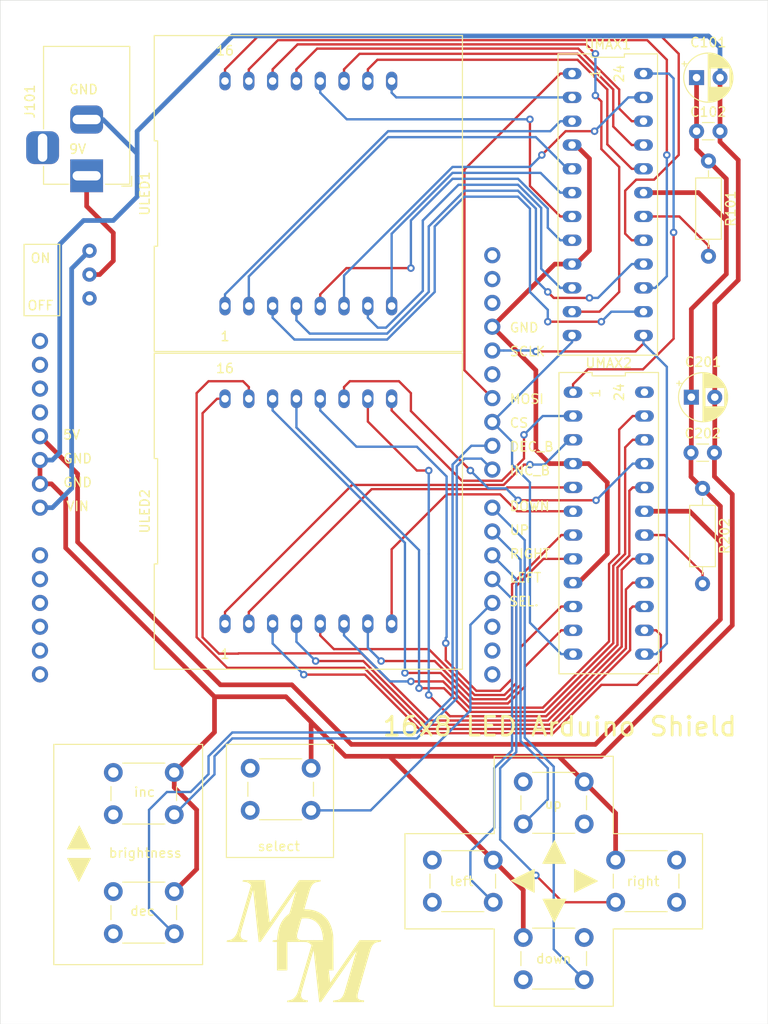
<source format=kicad_pcb>
(kicad_pcb (version 20171130) (host pcbnew "(5.1.5)-3")

  (general
    (thickness 1.6)
    (drawings 59)
    (tracks 551)
    (zones 0)
    (modules 21)
    (nets 68)
  )

  (page A4)
  (layers
    (0 F.Cu signal)
    (31 B.Cu signal)
    (32 B.Adhes user)
    (33 F.Adhes user)
    (34 B.Paste user)
    (35 F.Paste user)
    (36 B.SilkS user)
    (37 F.SilkS user)
    (38 B.Mask user)
    (39 F.Mask user)
    (40 Dwgs.User user)
    (41 Cmts.User user)
    (42 Eco1.User user)
    (43 Eco2.User user)
    (44 Edge.Cuts user)
    (45 Margin user)
    (46 B.CrtYd user)
    (47 F.CrtYd user)
    (48 B.Fab user)
    (49 F.Fab user)
  )

  (setup
    (last_trace_width 0.25)
    (trace_clearance 0.2)
    (zone_clearance 0.508)
    (zone_45_only no)
    (trace_min 0.2)
    (via_size 0.8)
    (via_drill 0.4)
    (via_min_size 0.4)
    (via_min_drill 0.3)
    (uvia_size 0.3)
    (uvia_drill 0.1)
    (uvias_allowed no)
    (uvia_min_size 0.2)
    (uvia_min_drill 0.1)
    (edge_width 0.05)
    (segment_width 0.2)
    (pcb_text_width 0.3)
    (pcb_text_size 1.5 1.5)
    (mod_edge_width 0.12)
    (mod_text_size 1 1)
    (mod_text_width 0.15)
    (pad_size 1.524 1.524)
    (pad_drill 0.762)
    (pad_to_mask_clearance 0.051)
    (solder_mask_min_width 0.25)
    (aux_axis_origin 0 0)
    (visible_elements 7FFFF7FF)
    (pcbplotparams
      (layerselection 0x010fc_ffffffff)
      (usegerberextensions false)
      (usegerberattributes false)
      (usegerberadvancedattributes false)
      (creategerberjobfile false)
      (excludeedgelayer true)
      (linewidth 0.100000)
      (plotframeref false)
      (viasonmask false)
      (mode 1)
      (useauxorigin false)
      (hpglpennumber 1)
      (hpglpenspeed 20)
      (hpglpendiameter 15.000000)
      (psnegative false)
      (psa4output false)
      (plotreference true)
      (plotvalue true)
      (plotinvisibletext false)
      (padsonsilk false)
      (subtractmaskfromsilk false)
      (outputformat 4)
      (mirror false)
      (drillshape 0)
      (scaleselection 1)
      (outputdirectory ""))
  )

  (net 0 "")
  (net 1 +5V)
  (net 2 GND)
  (net 3 /VIN)
  (net 4 /inc_bright)
  (net 5 /dec_bright)
  (net 6 /CS)
  (net 7 /MOSI)
  (net 8 /SCLK)
  (net 9 /select)
  (net 10 /left)
  (net 11 /right)
  (net 12 /up)
  (net 13 /down)
  (net 14 +9V)
  (net 15 "Net-(R101-Pad2)")
  (net 16 "Net-(SW104-Pad3)")
  (net 17 /m1_row3)
  (net 18 /m1_row1)
  (net 19 /m1_row6)
  (net 20 /m1_col4)
  (net 21 /m1_col5)
  (net 22 /m1_col6)
  (net 23 /m1_row8)
  (net 24 /m1_row4)
  (net 25 /m1_col3)
  (net 26 /m1_col1)
  (net 27 /m1_col2)
  (net 28 /m1_row2)
  (net 29 /m1_row7)
  (net 30 /m1_col7)
  (net 31 /m1_row5)
  (net 32 /m1_col8)
  (net 33 /m2_col8)
  (net 34 /m2_row5)
  (net 35 /m2_col7)
  (net 36 /m2_row7)
  (net 37 /m2_row2)
  (net 38 /m2_col2)
  (net 39 /m2_col1)
  (net 40 /m2_col3)
  (net 41 /m2_row4)
  (net 42 /m2_row8)
  (net 43 /m2_col6)
  (net 44 /m2_col5)
  (net 45 /m2_col4)
  (net 46 /m2_row6)
  (net 47 /m2_row1)
  (net 48 /m2_row3)
  (net 49 /MAX1_OUT)
  (net 50 "Net-(UMAX2-Pad24)")
  (net 51 "Net-(R202-Pad2)")
  (net 52 "Net-(XA1-PadA0)")
  (net 53 "Net-(XA1-Pad3V3)")
  (net 54 "Net-(XA1-PadRST1)")
  (net 55 "Net-(XA1-PadIORF)")
  (net 56 "Net-(XA1-PadD0)")
  (net 57 "Net-(XA1-PadD1)")
  (net 58 "Net-(XA1-PadD2)")
  (net 59 "Net-(XA1-PadSCL)")
  (net 60 "Net-(XA1-PadSDA)")
  (net 61 "Net-(XA1-PadAREF)")
  (net 62 "Net-(XA1-PadD12)")
  (net 63 "Net-(XA1-PadA1)")
  (net 64 "Net-(XA1-PadA2)")
  (net 65 "Net-(XA1-PadA3)")
  (net 66 "Net-(XA1-PadA4)")
  (net 67 "Net-(XA1-PadA5)")

  (net_class Default "This is the default net class."
    (clearance 0.2)
    (trace_width 0.25)
    (via_dia 0.8)
    (via_drill 0.4)
    (uvia_dia 0.3)
    (uvia_drill 0.1)
    (add_net /CS)
    (add_net /MAX1_OUT)
    (add_net /MOSI)
    (add_net /SCLK)
    (add_net /dec_bright)
    (add_net /down)
    (add_net /inc_bright)
    (add_net /left)
    (add_net /m1_col1)
    (add_net /m1_col2)
    (add_net /m1_col3)
    (add_net /m1_col4)
    (add_net /m1_col5)
    (add_net /m1_col6)
    (add_net /m1_col7)
    (add_net /m1_col8)
    (add_net /m1_row1)
    (add_net /m1_row2)
    (add_net /m1_row3)
    (add_net /m1_row4)
    (add_net /m1_row5)
    (add_net /m1_row6)
    (add_net /m1_row7)
    (add_net /m1_row8)
    (add_net /m2_col1)
    (add_net /m2_col2)
    (add_net /m2_col3)
    (add_net /m2_col4)
    (add_net /m2_col5)
    (add_net /m2_col6)
    (add_net /m2_col7)
    (add_net /m2_col8)
    (add_net /m2_row1)
    (add_net /m2_row2)
    (add_net /m2_row3)
    (add_net /m2_row4)
    (add_net /m2_row5)
    (add_net /m2_row6)
    (add_net /m2_row7)
    (add_net /m2_row8)
    (add_net /right)
    (add_net /select)
    (add_net /up)
    (add_net "Net-(R101-Pad2)")
    (add_net "Net-(R202-Pad2)")
    (add_net "Net-(SW104-Pad3)")
    (add_net "Net-(UMAX2-Pad24)")
    (add_net "Net-(XA1-Pad3V3)")
    (add_net "Net-(XA1-PadA0)")
    (add_net "Net-(XA1-PadA1)")
    (add_net "Net-(XA1-PadA2)")
    (add_net "Net-(XA1-PadA3)")
    (add_net "Net-(XA1-PadA4)")
    (add_net "Net-(XA1-PadA5)")
    (add_net "Net-(XA1-PadAREF)")
    (add_net "Net-(XA1-PadD0)")
    (add_net "Net-(XA1-PadD1)")
    (add_net "Net-(XA1-PadD12)")
    (add_net "Net-(XA1-PadD2)")
    (add_net "Net-(XA1-PadIORF)")
    (add_net "Net-(XA1-PadRST1)")
    (add_net "Net-(XA1-PadSCL)")
    (add_net "Net-(XA1-PadSDA)")
  )

  (net_class "internal power" ""
    (clearance 0.2)
    (trace_width 0.5)
    (via_dia 0.8)
    (via_drill 0.4)
    (uvia_dia 0.3)
    (uvia_drill 0.1)
    (add_net +5V)
    (add_net +9V)
    (add_net /VIN)
    (add_net GND)
  )

  (module MnM_logo_lib:MnM_2200dpi (layer F.Cu) (tedit 0) (tstamp 5EEBD73B)
    (at 202.565 106.68)
    (fp_text reference G*** (at 0 0) (layer F.SilkS) hide
      (effects (font (size 1.524 1.524) (thickness 0.3)))
    )
    (fp_text value LOGO (at 0.75 0) (layer F.SilkS) hide
      (effects (font (size 1.524 1.524) (thickness 0.3)))
    )
    (fp_poly (pts (xy 1.80597 -6.451078) (xy 1.797458 -6.425001) (xy 1.785075 -6.387891) (xy 1.778128 -6.367318)
      (xy 1.758543 -6.309591) (xy 1.644158 -6.30138) (xy 1.489478 -6.284323) (xy 1.351947 -6.255759)
      (xy 1.229811 -6.214316) (xy 1.121315 -6.158621) (xy 1.024703 -6.087303) (xy 0.938221 -5.998987)
      (xy 0.860114 -5.892302) (xy 0.788626 -5.765874) (xy 0.722003 -5.618333) (xy 0.700141 -5.563097)
      (xy 0.677405 -5.502263) (xy 0.655129 -5.439904) (xy 0.636223 -5.384314) (xy 0.625788 -5.351318)
      (xy 0.61414 -5.31184) (xy 0.597467 -5.254757) (xy 0.576321 -5.181988) (xy 0.551253 -5.095453)
      (xy 0.522816 -4.997074) (xy 0.491559 -4.888771) (xy 0.458034 -4.772464) (xy 0.422793 -4.650074)
      (xy 0.386388 -4.52352) (xy 0.349369 -4.394724) (xy 0.312287 -4.265606) (xy 0.275695 -4.138086)
      (xy 0.240144 -4.014085) (xy 0.206184 -3.895523) (xy 0.174368 -3.78432) (xy 0.145246 -3.682397)
      (xy 0.11937 -3.591674) (xy 0.097292 -3.514073) (xy 0.079562 -3.451512) (xy 0.066733 -3.405913)
      (xy 0.059355 -3.379196) (xy 0.057727 -3.372729) (xy 0.068698 -3.369518) (xy 0.099321 -3.366075)
      (xy 0.146162 -3.362641) (xy 0.205788 -3.359458) (xy 0.274764 -3.356768) (xy 0.291523 -3.356247)
      (xy 0.567424 -3.338164) (xy 0.830953 -3.300616) (xy 1.082225 -3.243563) (xy 1.321356 -3.166962)
      (xy 1.548461 -3.070771) (xy 1.763657 -2.95495) (xy 1.967058 -2.819457) (xy 2.120012 -2.698028)
      (xy 2.298683 -2.530168) (xy 2.461027 -2.346159) (xy 2.606841 -2.146381) (xy 2.735925 -1.93121)
      (xy 2.848077 -1.701027) (xy 2.943094 -1.456208) (xy 3.020775 -1.197134) (xy 3.080919 -0.924182)
      (xy 3.088767 -0.880026) (xy 3.097416 -0.829746) (xy 3.105287 -0.78325) (xy 3.11242 -0.739286)
      (xy 3.118854 -0.6966) (xy 3.124627 -0.65394) (xy 3.129781 -0.610053) (xy 3.134353 -0.563686)
      (xy 3.138384 -0.513586) (xy 3.141913 -0.4585) (xy 3.144979 -0.397176) (xy 3.147622 -0.32836)
      (xy 3.149882 -0.250799) (xy 3.151796 -0.163242) (xy 3.153406 -0.064434) (xy 3.15475 0.046877)
      (xy 3.155868 0.171944) (xy 3.156799 0.31202) (xy 3.157583 0.468357) (xy 3.158259 0.642209)
      (xy 3.158866 0.834828) (xy 3.159445 1.047468) (xy 3.160033 1.28138) (xy 3.160313 1.394114)
      (xy 3.164674 3.151909) (xy 3.132314 3.152808) (xy 3.110556 3.153137) (xy 3.070105 3.153495)
      (xy 3.015356 3.153854) (xy 2.950708 3.154185) (xy 2.88925 3.154428) (xy 2.814827 3.154771)
      (xy 2.760374 3.155463) (xy 2.72277 3.156877) (xy 2.698894 3.159381) (xy 2.685624 3.163349)
      (xy 2.679839 3.169151) (xy 2.678419 3.177158) (xy 2.67838 3.179506) (xy 2.679526 3.196277)
      (xy 2.682861 3.23315) (xy 2.688115 3.287549) (xy 2.695016 3.356899) (xy 2.703294 3.438624)
      (xy 2.712677 3.530148) (xy 2.722895 3.628896) (xy 2.733676 3.732291) (xy 2.744748 3.837758)
      (xy 2.755842 3.94272) (xy 2.766686 4.044603) (xy 2.777009 4.14083) (xy 2.786539 4.228825)
      (xy 2.795006 4.306013) (xy 2.802139 4.369818) (xy 2.807667 4.417663) (xy 2.811317 4.446974)
      (xy 2.812634 4.455164) (xy 2.820906 4.454236) (xy 2.838887 4.436325) (xy 2.864089 4.404055)
      (xy 2.872896 4.391664) (xy 2.884562 4.374859) (xy 2.908757 4.339942) (xy 2.944874 4.287791)
      (xy 2.992306 4.219284) (xy 3.050446 4.135299) (xy 3.118686 4.036713) (xy 3.196418 3.924404)
      (xy 3.283035 3.79925) (xy 3.37793 3.662129) (xy 3.480494 3.513918) (xy 3.590122 3.355496)
      (xy 3.706204 3.18774) (xy 3.828134 3.011527) (xy 3.955305 2.827737) (xy 4.087108 2.637245)
      (xy 4.222936 2.440931) (xy 4.362183 2.239672) (xy 4.443957 2.121478) (xy 5.959643 -0.069272)
      (xy 8.268102 -0.069272) (xy 8.259862 -0.043295) (xy 8.251363 -0.017253) (xy 8.238995 0.019834)
      (xy 8.232051 0.040409) (xy 8.212481 0.098137) (xy 8.071374 0.112309) (xy 7.919273 0.132973)
      (xy 7.786329 0.163171) (xy 7.670141 0.204172) (xy 7.568305 0.257245) (xy 7.478417 0.323659)
      (xy 7.398076 0.404681) (xy 7.324878 0.501581) (xy 7.31994 0.509021) (xy 7.267186 0.597921)
      (xy 7.214017 0.703853) (xy 7.163145 0.820971) (xy 7.117282 0.94343) (xy 7.114176 0.9525)
      (xy 7.106698 0.976217) (xy 7.093258 1.020787) (xy 7.074235 1.084895) (xy 7.050007 1.167229)
      (xy 7.020951 1.266475) (xy 6.987446 1.381318) (xy 6.94987 1.510445) (xy 6.9086 1.652543)
      (xy 6.864016 1.806298) (xy 6.816495 1.970396) (xy 6.766416 2.143523) (xy 6.714155 2.324366)
      (xy 6.660092 2.511611) (xy 6.604604 2.703944) (xy 6.54807 2.900052) (xy 6.490868 3.09862)
      (xy 6.433375 3.298336) (xy 6.37597 3.497885) (xy 6.319031 3.695954) (xy 6.262936 3.891228)
      (xy 6.208063 4.082396) (xy 6.154789 4.268141) (xy 6.103495 4.447152) (xy 6.054556 4.618114)
      (xy 6.008352 4.779714) (xy 5.96526 4.930637) (xy 5.925658 5.06957) (xy 5.889926 5.1952)
      (xy 5.85844 5.306212) (xy 5.831578 5.401294) (xy 5.80972 5.479131) (xy 5.793242 5.538409)
      (xy 5.782523 5.577815) (xy 5.778472 5.593621) (xy 5.751319 5.72142) (xy 5.734615 5.830844)
      (xy 5.72856 5.924206) (xy 5.73335 6.003822) (xy 5.749185 6.072007) (xy 5.776263 6.131076)
      (xy 5.814783 6.183343) (xy 5.83043 6.199884) (xy 5.89549 6.250201) (xy 5.979838 6.290122)
      (xy 6.083897 6.319779) (xy 6.208091 6.339301) (xy 6.307044 6.346998) (xy 6.35822 6.350344)
      (xy 6.400264 6.354515) (xy 6.42819 6.358926) (xy 6.43701 6.362223) (xy 6.437185 6.377073)
      (xy 6.432512 6.407905) (xy 6.42398 6.448358) (xy 6.422893 6.452936) (xy 6.403263 6.534728)
      (xy 4.760268 6.534728) (xy 4.524838 6.534691) (xy 4.31155 6.534576) (xy 4.119451 6.534374)
      (xy 3.947593 6.534078) (xy 3.795025 6.533677) (xy 3.660797 6.533165) (xy 3.543959 6.532532)
      (xy 3.44356 6.531771) (xy 3.358652 6.530873) (xy 3.288282 6.52983) (xy 3.231501 6.528633)
      (xy 3.18736 6.527274) (xy 3.154907 6.525745) (xy 3.133193 6.524037) (xy 3.121268 6.522142)
      (xy 3.118117 6.520296) (xy 3.122031 6.502583) (xy 3.131467 6.470149) (xy 3.144094 6.430886)
      (xy 3.169227 6.355909) (xy 3.261591 6.353037) (xy 3.386609 6.344949) (xy 3.508557 6.32916)
      (xy 3.619274 6.306832) (xy 3.657465 6.296655) (xy 3.773066 6.256205) (xy 3.874718 6.204644)
      (xy 3.964749 6.139817) (xy 4.045485 6.059569) (xy 4.119253 5.961743) (xy 4.188379 5.844183)
      (xy 4.225046 5.770791) (xy 4.243112 5.731999) (xy 4.260199 5.693407) (xy 4.276916 5.653141)
      (xy 4.29387 5.609332) (xy 4.311668 5.560107) (xy 4.330918 5.503594) (xy 4.352228 5.437921)
      (xy 4.376206 5.361217) (xy 4.403459 5.27161) (xy 4.434595 5.167229) (xy 4.470222 5.046201)
      (xy 4.510948 4.906655) (xy 4.556151 4.750955) (xy 4.621947 4.523954) (xy 4.688491 4.29439)
      (xy 4.755382 4.063651) (xy 4.822216 3.833128) (xy 4.888589 3.604212) (xy 4.954099 3.378291)
      (xy 5.018342 3.156757) (xy 5.080915 2.941) (xy 5.141415 2.732409) (xy 5.199438 2.532374)
      (xy 5.254582 2.342286) (xy 5.306443 2.163535) (xy 5.354618 1.99751) (xy 5.398704 1.845602)
      (xy 5.438297 1.709201) (xy 5.472995 1.589697) (xy 5.502393 1.488481) (xy 5.52609 1.406941)
      (xy 5.54066 1.356848) (xy 5.562593 1.280962) (xy 5.582011 1.212775) (xy 5.598081 1.155297)
      (xy 5.609968 1.111538) (xy 5.616839 1.084509) (xy 5.618163 1.076951) (xy 5.611432 1.08607)
      (xy 5.592096 1.113438) (xy 5.560676 1.158308) (xy 5.51769 1.219929) (xy 5.463658 1.297554)
      (xy 5.399098 1.390432) (xy 5.32453 1.497815) (xy 5.240474 1.618953) (xy 5.147447 1.753098)
      (xy 5.04597 1.8995) (xy 4.936562 2.05741) (xy 4.819741 2.226079) (xy 4.696027 2.404758)
      (xy 4.56594 2.592698) (xy 4.429997 2.78915) (xy 4.288719 2.993364) (xy 4.142624 3.204592)
      (xy 3.992232 3.422084) (xy 3.838062 3.645091) (xy 3.7283 3.803892) (xy 1.8415 6.533897)
      (xy 1.745888 6.534312) (xy 1.692084 6.533109) (xy 1.659348 6.528765) (xy 1.645836 6.521022)
      (xy 1.645545 6.520296) (xy 1.643912 6.507651) (xy 1.639955 6.473048) (xy 1.633784 6.417492)
      (xy 1.625505 6.341989) (xy 1.615227 6.247542) (xy 1.603057 6.135157) (xy 1.589103 6.005838)
      (xy 1.573473 5.860591) (xy 1.556275 5.70042) (xy 1.537617 5.52633) (xy 1.517606 5.339326)
      (xy 1.49635 5.140413) (xy 1.473957 4.930596) (xy 1.450535 4.710879) (xy 1.426192 4.482268)
      (xy 1.401034 4.245766) (xy 1.375172 4.002381) (xy 1.351684 3.781137) (xy 1.325233 3.532027)
      (xy 1.299361 3.288671) (xy 1.274177 3.052089) (xy 1.249791 2.823302) (xy 1.226313 2.603329)
      (xy 1.203852 2.393192) (xy 1.182518 2.19391) (xy 1.162421 2.006504) (xy 1.14367 1.831994)
      (xy 1.126376 1.671402) (xy 1.110648 1.525746) (xy 1.096596 1.396047) (xy 1.084329 1.283327)
      (xy 1.073957 1.188604) (xy 1.065591 1.1129) (xy 1.059339 1.057235) (xy 1.055312 1.022629)
      (xy 1.053707 1.010466) (xy 1.052174 1.006769) (xy 1.049573 1.007513) (xy 1.045651 1.013553)
      (xy 1.040153 1.025743) (xy 1.032825 1.044939) (xy 1.023413 1.071996) (xy 1.011662 1.107768)
      (xy 0.997318 1.15311) (xy 0.980127 1.208878) (xy 0.959835 1.275926) (xy 0.936187 1.355109)
      (xy 0.908928 1.447283) (xy 0.877806 1.553302) (xy 0.842565 1.674021) (xy 0.802951 1.810295)
      (xy 0.75871 1.962979) (xy 0.709588 2.132928) (xy 0.655331 2.320997) (xy 0.595683 2.528041)
      (xy 0.530391 2.754915) (xy 0.459201 3.002474) (xy 0.399949 3.208617) (xy 0.335855 3.4318)
      (xy 0.273282 3.649992) (xy 0.212545 3.862079) (xy 0.15396 4.066948) (xy 0.097844 4.263484)
      (xy 0.044512 4.450572) (xy -0.00572 4.627099) (xy -0.052536 4.791951) (xy -0.095619 4.944012)
      (xy -0.134655 5.08217) (xy -0.169328 5.20531) (xy -0.19932 5.312317) (xy -0.224317 5.402077)
      (xy -0.244003 5.473477) (xy -0.258061 5.525401) (xy -0.266176 5.556737) (xy -0.26777 5.563651)
      (xy -0.279733 5.632475) (xy -0.286021 5.699224) (xy -0.287398 5.774036) (xy -0.286617 5.813137)
      (xy -0.28441 5.874163) (xy -0.281067 5.918538) (xy -0.275379 5.952704) (xy -0.266134 5.983099)
      (xy -0.252123 6.016165) (xy -0.245989 6.029306) (xy -0.191829 6.118991) (xy -0.12099 6.193715)
      (xy -0.033143 6.253658) (xy 0.07204 6.299001) (xy 0.194888 6.329922) (xy 0.331932 6.346355)
      (xy 0.38469 6.35119) (xy 0.421002 6.357326) (xy 0.437948 6.364219) (xy 0.438824 6.366173)
      (xy 0.436161 6.383118) (xy 0.429082 6.415432) (xy 0.41911 6.456168) (xy 0.418949 6.456796)
      (xy 0.398977 6.534728) (xy -1.77844 6.534728) (xy -1.771282 6.506208) (xy -1.764633 6.478397)
      (xy -1.755658 6.439268) (xy -1.750612 6.416731) (xy -1.7371 6.355773) (xy -1.630626 6.347565)
      (xy -1.528034 6.335351) (xy -1.425777 6.315351) (xy -1.331798 6.289377) (xy -1.264602 6.264065)
      (xy -1.168527 6.211261) (xy -1.071847 6.138769) (xy -0.977531 6.049711) (xy -0.888546 5.947211)
      (xy -0.807861 5.834392) (xy -0.738444 5.71438) (xy -0.734038 5.7057) (xy -0.710538 5.656782)
      (xy -0.687533 5.603938) (xy -0.664142 5.544608) (xy -0.639482 5.47623) (xy -0.61267 5.396243)
      (xy -0.582824 5.302085) (xy -0.549061 5.191196) (xy -0.510499 5.061013) (xy -0.502606 5.034056)
      (xy -0.48672 4.979716) (xy -0.464757 4.9046) (xy -0.437123 4.810096) (xy -0.404225 4.697592)
      (xy -0.366468 4.568474) (xy -0.324257 4.424132) (xy -0.277999 4.26595) (xy -0.228099 4.095318)
      (xy -0.174963 3.913622) (xy -0.118996 3.72225) (xy -0.060605 3.522589) (xy -0.000195 3.316027)
      (xy 0.061828 3.10395) (xy 0.125059 2.887747) (xy 0.189092 2.668804) (xy 0.225074 2.545773)
      (xy 0.832872 0.467591) (xy 0.740103 0.378136) (xy 0.645985 0.294414) (xy 0.555889 0.229935)
      (xy 0.465449 0.182426) (xy 0.370297 0.149619) (xy 0.266066 0.129241) (xy 0.259773 0.128409)
      (xy 0.233035 0.125111) (xy 0.206115 0.122232) (xy 0.177369 0.11975) (xy 0.145154 0.117641)
      (xy 0.107828 0.115885) (xy 0.063749 0.114458) (xy 0.011274 0.113339) (xy -0.051239 0.112505)
      (xy -0.125435 0.111934) (xy -0.212954 0.111605) (xy -0.315439 0.111494) (xy -0.434533 0.111579)
      (xy -0.57188 0.111839) (xy -0.72912 0.112251) (xy -0.897659 0.112761) (xy -1.754909 0.115455)
      (xy -1.754909 1.633682) (xy -1.754921 1.852008) (xy -1.754966 2.0484) (xy -1.75506 2.224016)
      (xy -1.755219 2.380013) (xy -1.755457 2.517549) (xy -1.75579 2.637781) (xy -1.756234 2.741866)
      (xy -1.756804 2.830962) (xy -1.757516 2.906227) (xy -1.758384 2.968816) (xy -1.759424 3.019889)
      (xy -1.760651 3.060601) (xy -1.762082 3.092112) (xy -1.763731 3.115577) (xy -1.765613 3.132155)
      (xy -1.767745 3.143003) (xy -1.770141 3.149277) (xy -1.772817 3.152136) (xy -1.775114 3.15274)
      (xy -1.790519 3.152955) (xy -1.826611 3.153239) (xy -1.880988 3.15358) (xy -1.951246 3.153966)
      (xy -2.034982 3.154384) (xy -2.129792 3.154821) (xy -2.233274 3.155264) (xy -2.323523 3.155627)
      (xy -2.851728 3.157682) (xy -2.851727 1.636569) (xy -2.851727 0.115455) (xy -3.095417 0.115455)
      (xy -3.176331 0.115341) (xy -3.236929 0.114842) (xy -3.279987 0.11372) (xy -3.308279 0.111736)
      (xy -3.324581 0.108655) (xy -3.331667 0.104237) (xy -3.332312 0.098245) (xy -3.331349 0.09525)
      (xy -3.324054 0.073266) (xy -3.313483 0.038047) (xy -3.305607 0.010375) (xy -3.287623 -0.054296)
      (xy -3.141834 -0.062062) (xy -3.077449 -0.066346) (xy -3.013339 -0.072078) (xy -2.957404 -0.078473)
      (xy -2.921 -0.084063) (xy -2.845954 -0.098296) (xy -2.832 -0.282943) (xy -2.810934 -0.493099)
      (xy -0.725656 -0.493099) (xy -0.724625 -0.434501) (xy -0.706537 -0.347708) (xy -0.668077 -0.269378)
      (xy -0.611255 -0.2023) (xy -0.538083 -0.149263) (xy -0.508 -0.134087) (xy -0.460782 -0.116813)
      (xy -0.398218 -0.099634) (xy -0.327996 -0.084273) (xy -0.257801 -0.072455) (xy -0.207818 -0.066789)
      (xy -0.19141 -0.066399) (xy -0.154229 -0.066102) (xy -0.098181 -0.065894) (xy -0.025171 -0.06577)
      (xy 0.062895 -0.065723) (xy 0.164112 -0.06575) (xy 0.276574 -0.065844) (xy 0.398375 -0.066001)
      (xy 0.52761 -0.066216) (xy 0.662374 -0.066484) (xy 0.80076 -0.066799) (xy 0.940864 -0.067156)
      (xy 1.080779 -0.067551) (xy 1.218601 -0.067977) (xy 1.352423 -0.068431) (xy 1.480341 -0.068906)
      (xy 1.600448 -0.069398) (xy 1.710839 -0.069902) (xy 1.809609 -0.070412) (xy 1.894851 -0.070924)
      (xy 1.964661 -0.071432) (xy 2.017133 -0.071931) (xy 2.050361 -0.072416) (xy 2.06244 -0.072881)
      (xy 2.062452 -0.07289) (xy 2.06336 -0.085956) (xy 2.062032 -0.117994) (xy 2.058828 -0.16503)
      (xy 2.054107 -0.223093) (xy 2.04823 -0.288209) (xy 2.041555 -0.356406) (xy 2.034441 -0.423711)
      (xy 2.02725 -0.486151) (xy 2.020339 -0.539753) (xy 2.019937 -0.542636) (xy 1.97726 -0.790209)
      (xy 1.921362 -1.019013) (xy 1.852157 -1.229269) (xy 1.76956 -1.421197) (xy 1.673486 -1.595019)
      (xy 1.563851 -1.750955) (xy 1.546714 -1.772227) (xy 1.482085 -1.84577) (xy 1.407366 -1.922214)
      (xy 1.329662 -1.994687) (xy 1.256079 -2.056317) (xy 1.241136 -2.067748) (xy 1.078889 -2.17508)
      (xy 0.90564 -2.262308) (xy 0.72199 -2.329292) (xy 0.52854 -2.375891) (xy 0.325891 -2.401967)
      (xy 0.114645 -2.407379) (xy -0.104599 -2.391988) (xy -0.135133 -2.388263) (xy -0.181735 -2.381887)
      (xy -0.210596 -2.375838) (xy -0.226905 -2.367745) (xy -0.235852 -2.355237) (xy -0.241432 -2.339723)
      (xy -0.251626 -2.306448) (xy -0.267121 -2.25424) (xy -0.287229 -2.185513) (xy -0.311264 -2.102682)
      (xy -0.338538 -2.008162) (xy -0.368366 -1.904367) (xy -0.400059 -1.793713) (xy -0.432931 -1.678614)
      (xy -0.466295 -1.561485) (xy -0.499464 -1.444741) (xy -0.531751 -1.330796) (xy -0.56247 -1.222065)
      (xy -0.590932 -1.120963) (xy -0.616452 -1.029905) (xy -0.638343 -0.951306) (xy -0.655916 -0.88758)
      (xy -0.668487 -0.841142) (xy -0.675366 -0.814407) (xy -0.675473 -0.813954) (xy -0.701437 -0.691082)
      (xy -0.718251 -0.583461) (xy -0.725656 -0.493099) (xy -2.810934 -0.493099) (xy -2.800966 -0.592535)
      (xy -2.755917 -0.884196) (xy -2.696658 -1.158489) (xy -2.622998 -1.415978) (xy -2.534743 -1.657228)
      (xy -2.431702 -1.882804) (xy -2.31368 -2.093268) (xy -2.180487 -2.289186) (xy -2.120338 -2.366818)
      (xy -2.052148 -2.446084) (xy -1.970444 -2.532273) (xy -1.881085 -2.619745) (xy -1.789932 -2.702857)
      (xy -1.702843 -2.77597) (xy -1.664425 -2.805692) (xy -1.610533 -2.846782) (xy -1.572672 -2.877903)
      (xy -1.547775 -2.902065) (xy -1.532774 -2.922278) (xy -1.524603 -2.941551) (xy -1.524078 -2.943416)
      (xy -1.519384 -2.959949) (xy -1.508691 -2.997146) (xy -1.492437 -3.053494) (xy -1.47106 -3.12748)
      (xy -1.444997 -3.217594) (xy -1.414686 -3.322321) (xy -1.380566 -3.440151) (xy -1.343073 -3.56957)
      (xy -1.302646 -3.709067) (xy -1.259723 -3.857129) (xy -1.21474 -4.012244) (xy -1.172962 -4.156271)
      (xy -1.126806 -4.3155) (xy -1.082558 -4.468412) (xy -1.040634 -4.613559) (xy -1.001447 -4.74949)
      (xy -0.965414 -4.874758) (xy -0.932949 -4.987913) (xy -0.904468 -5.087506) (xy -0.880385 -5.172088)
      (xy -0.861117 -5.24021) (xy -0.847077 -5.290424) (xy -0.838682 -5.321279) (xy -0.836308 -5.331338)
      (xy -0.843062 -5.322241) (xy -0.862424 -5.294898) (xy -0.893875 -5.250059) (xy -0.936894 -5.188472)
      (xy -0.990962 -5.110887) (xy -1.055559 -5.018054) (xy -1.130166 -4.910722) (xy -1.214261 -4.789642)
      (xy -1.307326 -4.655561) (xy -1.40884 -4.50923) (xy -1.518284 -4.351398) (xy -1.635138 -4.182815)
      (xy -1.758881 -4.00423) (xy -1.888995 -3.816393) (xy -2.024958 -3.620054) (xy -2.166252 -3.415961)
      (xy -2.312356 -3.204864) (xy -2.462751 -2.987513) (xy -2.616917 -2.764657) (xy -2.724166 -2.60959)
      (xy -4.608727 0.115455) (xy -4.808884 0.115455) (xy -5.101515 -2.63525) (xy -5.133516 -2.936015)
      (xy -5.163173 -3.214654) (xy -5.190579 -3.471999) (xy -5.215823 -3.708885) (xy -5.239 -3.926147)
      (xy -5.260199 -4.12462) (xy -5.279514 -4.305138) (xy -5.297035 -4.468535) (xy -5.312855 -4.615647)
      (xy -5.327065 -4.747306) (xy -5.339757 -4.864349) (xy -5.351022 -4.96761) (xy -5.360953 -5.057922)
      (xy -5.369641 -5.136121) (xy -5.377178 -5.203041) (xy -5.383656 -5.259516) (xy -5.389166 -5.306382)
      (xy -5.3938 -5.344472) (xy -5.39765 -5.374622) (xy -5.400807 -5.397665) (xy -5.403364 -5.414436)
      (xy -5.405412 -5.42577) (xy -5.407042 -5.432501) (xy -5.408347 -5.435463) (xy -5.409357 -5.43556)
      (xy -5.412963 -5.424166) (xy -5.422556 -5.391843) (xy -5.437772 -5.339864) (xy -5.458246 -5.2695)
      (xy -5.483613 -5.182022) (xy -5.513508 -5.078703) (xy -5.547565 -4.960813) (xy -5.58542 -4.829625)
      (xy -5.626708 -4.68641) (xy -5.671063 -4.532439) (xy -5.71812 -4.368985) (xy -5.767516 -4.197318)
      (xy -5.818883 -4.018711) (xy -5.871858 -3.834435) (xy -5.926076 -3.645762) (xy -5.981171 -3.453963)
      (xy -6.036778 -3.260309) (xy -6.092533 -3.066073) (xy -6.14807 -2.872527) (xy -6.203024 -2.68094)
      (xy -6.25703 -2.492586) (xy -6.309723 -2.308736) (xy -6.360739 -2.130661) (xy -6.409711 -1.959633)
      (xy -6.456276 -1.796924) (xy -6.500068 -1.643805) (xy -6.540721 -1.501548) (xy -6.577872 -1.371424)
      (xy -6.611154 -1.254705) (xy -6.640203 -1.152663) (xy -6.664654 -1.066569) (xy -6.684142 -0.997695)
      (xy -6.698302 -0.947313) (xy -6.706768 -0.916693) (xy -6.708847 -0.908811) (xy -6.720514 -0.849595)
      (xy -6.730398 -0.776335) (xy -6.737364 -0.698066) (xy -6.739038 -0.668302) (xy -6.741474 -0.603498)
      (xy -6.741527 -0.555274) (xy -6.738696 -0.517196) (xy -6.732479 -0.482832) (xy -6.722375 -0.445747)
      (xy -6.721465 -0.442737) (xy -6.684461 -0.35129) (xy -6.63252 -0.273192) (xy -6.564657 -0.207841)
      (xy -6.479886 -0.154634) (xy -6.377222 -0.112969) (xy -6.255679 -0.082243) (xy -6.114271 -0.061855)
      (xy -6.09517 -0.060006) (xy -6.007749 -0.051954) (xy -6.030519 0.03175) (xy -6.05329 0.115455)
      (xy -8.22856 0.115455) (xy -8.208948 0.031997) (xy -8.189337 -0.05146) (xy -8.069191 -0.064992)
      (xy -7.926654 -0.08667) (xy -7.801954 -0.118482) (xy -7.691411 -0.162177) (xy -7.591346 -0.219509)
      (xy -7.49808 -0.292229) (xy -7.411575 -0.378089) (xy -7.328712 -0.479964) (xy -7.249546 -0.59866)
      (xy -7.177681 -0.727906) (xy -7.116718 -0.861431) (xy -7.084921 -0.946727) (xy -7.078122 -0.96834)
      (xy -7.065268 -1.010726) (xy -7.046769 -1.072492) (xy -7.023035 -1.152244) (xy -6.994479 -1.248588)
      (xy -6.961511 -1.360131) (xy -6.924541 -1.48548) (xy -6.883981 -1.623239) (xy -6.840241 -1.772017)
      (xy -6.793733 -1.930418) (xy -6.744868 -2.09705) (xy -6.694056 -2.27052) (xy -6.641708 -2.449432)
      (xy -6.627043 -2.499591) (xy -6.568087 -2.701256) (xy -6.506506 -2.911889) (xy -6.443103 -3.128742)
      (xy -6.378682 -3.349065) (xy -6.314047 -3.57011) (xy -6.250001 -3.789129) (xy -6.187349 -4.003374)
      (xy -6.126893 -4.210096) (xy -6.069438 -4.406547) (xy -6.015788 -4.589977) (xy -5.966745 -4.75764)
      (xy -5.923114 -4.906786) (xy -5.910159 -4.951066) (xy -5.621917 -5.936269) (xy -5.6588 -5.978612)
      (xy -5.703138 -6.024824) (xy -5.758983 -6.076299) (xy -5.818312 -6.12598) (xy -5.871407 -6.165646)
      (xy -5.94133 -6.208002) (xy -6.016205 -6.24116) (xy -6.099929 -6.266151) (xy -6.196398 -6.284006)
      (xy -6.309507 -6.295755) (xy -6.378988 -6.299929) (xy -6.442836 -6.30261) (xy -6.486559 -6.30523)
      (xy -6.512963 -6.310419) (xy -6.524858 -6.320808) (xy -6.52505 -6.339028) (xy -6.516347 -6.367711)
      (xy -6.501558 -6.409486) (xy -6.500187 -6.4135) (xy -6.48057 -6.471227) (xy -5.303565 -6.474167)
      (xy -4.12656 -6.477108) (xy -4.042399 -5.694849) (xy -4.02999 -5.579451) (xy -4.015392 -5.443597)
      (xy -3.998874 -5.289791) (xy -3.980703 -5.120538) (xy -3.96115 -4.938341) (xy -3.940482 -4.745705)
      (xy -3.918968 -4.545132) (xy -3.896876 -4.339129) (xy -3.874476 -4.130197) (xy -3.852036 -3.920843)
      (xy -3.829824 -3.713568) (xy -3.808109 -3.510879) (xy -3.800235 -3.437369) (xy -3.778742 -3.237516)
      (xy -3.758204 -3.048165) (xy -3.738743 -2.870386) (xy -3.720483 -2.705249) (xy -3.703547 -2.553825)
      (xy -3.688057 -2.417184) (xy -3.674136 -2.296397) (xy -3.661908 -2.192533) (xy -3.651496 -2.106662)
      (xy -3.643021 -2.039856) (xy -3.636608 -1.993184) (xy -3.63238 -1.967717) (xy -3.630866 -1.963041)
      (xy -3.623349 -1.972483) (xy -3.603279 -2.000095) (xy -3.571232 -2.04505) (xy -3.527783 -2.106523)
      (xy -3.473507 -2.183687) (xy -3.40898 -2.275718) (xy -3.334778 -2.381787) (xy -3.251477 -2.501071)
      (xy -3.159652 -2.632743) (xy -3.059879 -2.775977) (xy -2.952733 -2.929948) (xy -2.838791 -3.093828)
      (xy -2.718627 -3.266793) (xy -2.592818 -3.448017) (xy -2.461939 -3.636673) (xy -2.326566 -3.831936)
      (xy -2.187274 -4.03298) (xy -2.059451 -4.217581) (xy -0.499403 -6.471227) (xy 0.657412 -6.474169)
      (xy 1.814228 -6.477111) (xy 1.80597 -6.451078)) (layer F.SilkS) (width 0.01))
  )

  (module arduino_shields:Arduino_Uno_Shield (layer F.Cu) (tedit 5EEA312F) (tstamp 5EEA7D39)
    (at 171.8818 14.7574 270)
    (descr https://store.arduino.cc/arduino-uno-rev3)
    (path /5EEAE110)
    (fp_text reference XA1 (at 2.54 -54.356 270) (layer F.Fab)
      (effects (font (size 1 1) (thickness 0.15)))
    )
    (fp_text value Arduino_Uno_Shield (at 15.494 -54.356 270) (layer F.Fab)
      (effects (font (size 1 1) (thickness 0.15)))
    )
    (fp_line (start 9.525 -32.385) (end -6.35 -32.385) (layer B.CrtYd) (width 0.15))
    (fp_line (start 9.525 -43.815) (end -6.35 -43.815) (layer B.CrtYd) (width 0.15))
    (fp_line (start 9.525 -43.815) (end 9.525 -32.385) (layer B.CrtYd) (width 0.15))
    (fp_line (start -6.35 -43.815) (end -6.35 -32.385) (layer B.CrtYd) (width 0.15))
    (fp_line (start 11.43 -12.065) (end 11.43 -3.175) (layer B.CrtYd) (width 0.15))
    (fp_line (start -1.905 -3.175) (end 11.43 -3.175) (layer B.CrtYd) (width 0.15))
    (fp_line (start -1.905 -12.065) (end -1.905 -3.175) (layer B.CrtYd) (width 0.15))
    (fp_line (start -1.905 -12.065) (end 11.43 -12.065) (layer B.CrtYd) (width 0.15))
    (fp_line (start 0 -53.34) (end 0 0) (layer F.Fab) (width 0.15))
    (fp_line (start 66.04 -40.64) (end 66.04 -51.816) (layer F.Fab) (width 0.15))
    (fp_line (start 68.58 -38.1) (end 66.04 -40.64) (layer F.Fab) (width 0.15))
    (fp_line (start 68.58 -3.81) (end 68.58 -38.1) (layer F.Fab) (width 0.15))
    (fp_line (start 66.04 -1.27) (end 68.58 -3.81) (layer F.Fab) (width 0.15))
    (fp_line (start 66.04 0) (end 66.04 -1.27) (layer F.Fab) (width 0.15))
    (fp_line (start 64.516 -53.34) (end 66.04 -51.816) (layer F.Fab) (width 0.15))
    (fp_line (start 0 0) (end 66.04 0) (layer F.Fab) (width 0.15))
    (fp_line (start 0 -53.34) (end 64.516 -53.34) (layer F.Fab) (width 0.15))
    (pad A0 thru_hole oval (at 50.8 -2.54 270) (size 1.7272 1.7272) (drill 1.016) (layers *.Cu *.Mask)
      (net 52 "Net-(XA1-PadA0)"))
    (pad VIN thru_hole oval (at 45.72 -2.54 270) (size 1.7272 1.7272) (drill 1.016) (layers *.Cu *.Mask)
      (net 3 /VIN))
    (pad GND3 thru_hole oval (at 43.18 -2.54 270) (size 1.7272 1.7272) (drill 1.016) (layers *.Cu *.Mask)
      (net 2 GND))
    (pad GND2 thru_hole oval (at 40.64 -2.54 270) (size 1.7272 1.7272) (drill 1.016) (layers *.Cu *.Mask)
      (net 2 GND))
    (pad 5V1 thru_hole oval (at 38.1 -2.54 270) (size 1.7272 1.7272) (drill 1.016) (layers *.Cu *.Mask)
      (net 1 +5V))
    (pad 3V3 thru_hole oval (at 35.56 -2.54 270) (size 1.7272 1.7272) (drill 1.016) (layers *.Cu *.Mask)
      (net 53 "Net-(XA1-Pad3V3)"))
    (pad RST1 thru_hole oval (at 33.02 -2.54 270) (size 1.7272 1.7272) (drill 1.016) (layers *.Cu *.Mask)
      (net 54 "Net-(XA1-PadRST1)"))
    (pad IORF thru_hole oval (at 30.48 -2.54 270) (size 1.7272 1.7272) (drill 1.016) (layers *.Cu *.Mask)
      (net 55 "Net-(XA1-PadIORF)"))
    (pad D0 thru_hole oval (at 63.5 -50.8 270) (size 1.7272 1.7272) (drill 1.016) (layers *.Cu *.Mask)
      (net 56 "Net-(XA1-PadD0)"))
    (pad D1 thru_hole oval (at 60.96 -50.8 270) (size 1.7272 1.7272) (drill 1.016) (layers *.Cu *.Mask)
      (net 57 "Net-(XA1-PadD1)"))
    (pad D2 thru_hole oval (at 58.42 -50.8 270) (size 1.7272 1.7272) (drill 1.016) (layers *.Cu *.Mask)
      (net 58 "Net-(XA1-PadD2)"))
    (pad D3 thru_hole oval (at 55.88 -50.8 270) (size 1.7272 1.7272) (drill 1.016) (layers *.Cu *.Mask)
      (net 9 /select))
    (pad D4 thru_hole oval (at 53.34 -50.8 270) (size 1.7272 1.7272) (drill 1.016) (layers *.Cu *.Mask)
      (net 10 /left))
    (pad D5 thru_hole oval (at 50.8 -50.8 270) (size 1.7272 1.7272) (drill 1.016) (layers *.Cu *.Mask)
      (net 11 /right))
    (pad D6 thru_hole oval (at 48.26 -50.8 270) (size 1.7272 1.7272) (drill 1.016) (layers *.Cu *.Mask)
      (net 12 /up))
    (pad D7 thru_hole oval (at 45.72 -50.8 270) (size 1.7272 1.7272) (drill 1.016) (layers *.Cu *.Mask)
      (net 13 /down))
    (pad GND1 thru_hole oval (at 26.416 -50.8 270) (size 1.7272 1.7272) (drill 1.016) (layers *.Cu *.Mask)
      (net 2 GND))
    (pad D8 thru_hole oval (at 41.656 -50.8 270) (size 1.7272 1.7272) (drill 1.016) (layers *.Cu *.Mask)
      (net 4 /inc_bright))
    (pad D9 thru_hole oval (at 39.116 -50.8 270) (size 1.7272 1.7272) (drill 1.016) (layers *.Cu *.Mask)
      (net 5 /dec_bright))
    (pad D10 thru_hole oval (at 36.576 -50.8 270) (size 1.7272 1.7272) (drill 1.016) (layers *.Cu *.Mask)
      (net 6 /CS))
    (pad "" np_thru_hole circle (at 66.04 -7.62 270) (size 3.2 3.2) (drill 3.2) (layers *.Cu *.Mask))
    (pad "" np_thru_hole circle (at 66.04 -35.56 270) (size 3.2 3.2) (drill 3.2) (layers *.Cu *.Mask))
    (pad "" np_thru_hole circle (at 15.24 -50.8 270) (size 3.2 3.2) (drill 3.2) (layers *.Cu *.Mask))
    (pad "" np_thru_hole circle (at 13.97 -2.54 270) (size 3.2 3.2) (drill 3.2) (layers *.Cu *.Mask))
    (pad SCL thru_hole oval (at 18.796 -50.8 270) (size 1.7272 1.7272) (drill 1.016) (layers *.Cu *.Mask)
      (net 59 "Net-(XA1-PadSCL)"))
    (pad SDA thru_hole oval (at 21.336 -50.8 270) (size 1.7272 1.7272) (drill 1.016) (layers *.Cu *.Mask)
      (net 60 "Net-(XA1-PadSDA)"))
    (pad AREF thru_hole oval (at 23.876 -50.8 270) (size 1.7272 1.7272) (drill 1.016) (layers *.Cu *.Mask)
      (net 61 "Net-(XA1-PadAREF)"))
    (pad D13 thru_hole oval (at 28.956 -50.8 270) (size 1.7272 1.7272) (drill 1.016) (layers *.Cu *.Mask)
      (net 8 /SCLK))
    (pad D12 thru_hole oval (at 31.496 -50.8 270) (size 1.7272 1.7272) (drill 1.016) (layers *.Cu *.Mask)
      (net 62 "Net-(XA1-PadD12)"))
    (pad D11 thru_hole oval (at 34.036 -50.8 270) (size 1.7272 1.7272) (drill 1.016) (layers *.Cu *.Mask)
      (net 7 /MOSI))
    (pad "" thru_hole oval (at 27.94 -2.54 270) (size 1.7272 1.7272) (drill 1.016) (layers *.Cu *.Mask))
    (pad A1 thru_hole oval (at 53.34 -2.54 270) (size 1.7272 1.7272) (drill 1.016) (layers *.Cu *.Mask)
      (net 63 "Net-(XA1-PadA1)"))
    (pad A2 thru_hole oval (at 55.88 -2.54 270) (size 1.7272 1.7272) (drill 1.016) (layers *.Cu *.Mask)
      (net 64 "Net-(XA1-PadA2)"))
    (pad A3 thru_hole oval (at 58.42 -2.54 270) (size 1.7272 1.7272) (drill 1.016) (layers *.Cu *.Mask)
      (net 65 "Net-(XA1-PadA3)"))
    (pad A4 thru_hole oval (at 60.96 -2.54 270) (size 1.7272 1.7272) (drill 1.016) (layers *.Cu *.Mask)
      (net 66 "Net-(XA1-PadA4)"))
    (pad A5 thru_hole oval (at 63.5 -2.54 270) (size 1.7272 1.7272) (drill 1.016) (layers *.Cu *.Mask)
      (net 67 "Net-(XA1-PadA5)"))
  )

  (module Capacitor_THT:CP_Radial_D5.0mm_P2.50mm (layer F.Cu) (tedit 5AE50EF0) (tstamp 5EE95CC2)
    (at 244.475 14.605)
    (descr "CP, Radial series, Radial, pin pitch=2.50mm, , diameter=5mm, Electrolytic Capacitor")
    (tags "CP Radial series Radial pin pitch 2.50mm  diameter 5mm Electrolytic Capacitor")
    (path /5ED9B0ED)
    (fp_text reference C101 (at 1.25 -3.75) (layer F.SilkS)
      (effects (font (size 1 1) (thickness 0.15)))
    )
    (fp_text value 10uF (at 1.25 3.75) (layer F.Fab)
      (effects (font (size 1 1) (thickness 0.15)))
    )
    (fp_circle (center 1.25 0) (end 3.75 0) (layer F.Fab) (width 0.1))
    (fp_circle (center 1.25 0) (end 3.87 0) (layer F.SilkS) (width 0.12))
    (fp_circle (center 1.25 0) (end 4 0) (layer F.CrtYd) (width 0.05))
    (fp_line (start -0.883605 -1.0875) (end -0.383605 -1.0875) (layer F.Fab) (width 0.1))
    (fp_line (start -0.633605 -1.3375) (end -0.633605 -0.8375) (layer F.Fab) (width 0.1))
    (fp_line (start 1.25 -2.58) (end 1.25 2.58) (layer F.SilkS) (width 0.12))
    (fp_line (start 1.29 -2.58) (end 1.29 2.58) (layer F.SilkS) (width 0.12))
    (fp_line (start 1.33 -2.579) (end 1.33 2.579) (layer F.SilkS) (width 0.12))
    (fp_line (start 1.37 -2.578) (end 1.37 2.578) (layer F.SilkS) (width 0.12))
    (fp_line (start 1.41 -2.576) (end 1.41 2.576) (layer F.SilkS) (width 0.12))
    (fp_line (start 1.45 -2.573) (end 1.45 2.573) (layer F.SilkS) (width 0.12))
    (fp_line (start 1.49 -2.569) (end 1.49 -1.04) (layer F.SilkS) (width 0.12))
    (fp_line (start 1.49 1.04) (end 1.49 2.569) (layer F.SilkS) (width 0.12))
    (fp_line (start 1.53 -2.565) (end 1.53 -1.04) (layer F.SilkS) (width 0.12))
    (fp_line (start 1.53 1.04) (end 1.53 2.565) (layer F.SilkS) (width 0.12))
    (fp_line (start 1.57 -2.561) (end 1.57 -1.04) (layer F.SilkS) (width 0.12))
    (fp_line (start 1.57 1.04) (end 1.57 2.561) (layer F.SilkS) (width 0.12))
    (fp_line (start 1.61 -2.556) (end 1.61 -1.04) (layer F.SilkS) (width 0.12))
    (fp_line (start 1.61 1.04) (end 1.61 2.556) (layer F.SilkS) (width 0.12))
    (fp_line (start 1.65 -2.55) (end 1.65 -1.04) (layer F.SilkS) (width 0.12))
    (fp_line (start 1.65 1.04) (end 1.65 2.55) (layer F.SilkS) (width 0.12))
    (fp_line (start 1.69 -2.543) (end 1.69 -1.04) (layer F.SilkS) (width 0.12))
    (fp_line (start 1.69 1.04) (end 1.69 2.543) (layer F.SilkS) (width 0.12))
    (fp_line (start 1.73 -2.536) (end 1.73 -1.04) (layer F.SilkS) (width 0.12))
    (fp_line (start 1.73 1.04) (end 1.73 2.536) (layer F.SilkS) (width 0.12))
    (fp_line (start 1.77 -2.528) (end 1.77 -1.04) (layer F.SilkS) (width 0.12))
    (fp_line (start 1.77 1.04) (end 1.77 2.528) (layer F.SilkS) (width 0.12))
    (fp_line (start 1.81 -2.52) (end 1.81 -1.04) (layer F.SilkS) (width 0.12))
    (fp_line (start 1.81 1.04) (end 1.81 2.52) (layer F.SilkS) (width 0.12))
    (fp_line (start 1.85 -2.511) (end 1.85 -1.04) (layer F.SilkS) (width 0.12))
    (fp_line (start 1.85 1.04) (end 1.85 2.511) (layer F.SilkS) (width 0.12))
    (fp_line (start 1.89 -2.501) (end 1.89 -1.04) (layer F.SilkS) (width 0.12))
    (fp_line (start 1.89 1.04) (end 1.89 2.501) (layer F.SilkS) (width 0.12))
    (fp_line (start 1.93 -2.491) (end 1.93 -1.04) (layer F.SilkS) (width 0.12))
    (fp_line (start 1.93 1.04) (end 1.93 2.491) (layer F.SilkS) (width 0.12))
    (fp_line (start 1.971 -2.48) (end 1.971 -1.04) (layer F.SilkS) (width 0.12))
    (fp_line (start 1.971 1.04) (end 1.971 2.48) (layer F.SilkS) (width 0.12))
    (fp_line (start 2.011 -2.468) (end 2.011 -1.04) (layer F.SilkS) (width 0.12))
    (fp_line (start 2.011 1.04) (end 2.011 2.468) (layer F.SilkS) (width 0.12))
    (fp_line (start 2.051 -2.455) (end 2.051 -1.04) (layer F.SilkS) (width 0.12))
    (fp_line (start 2.051 1.04) (end 2.051 2.455) (layer F.SilkS) (width 0.12))
    (fp_line (start 2.091 -2.442) (end 2.091 -1.04) (layer F.SilkS) (width 0.12))
    (fp_line (start 2.091 1.04) (end 2.091 2.442) (layer F.SilkS) (width 0.12))
    (fp_line (start 2.131 -2.428) (end 2.131 -1.04) (layer F.SilkS) (width 0.12))
    (fp_line (start 2.131 1.04) (end 2.131 2.428) (layer F.SilkS) (width 0.12))
    (fp_line (start 2.171 -2.414) (end 2.171 -1.04) (layer F.SilkS) (width 0.12))
    (fp_line (start 2.171 1.04) (end 2.171 2.414) (layer F.SilkS) (width 0.12))
    (fp_line (start 2.211 -2.398) (end 2.211 -1.04) (layer F.SilkS) (width 0.12))
    (fp_line (start 2.211 1.04) (end 2.211 2.398) (layer F.SilkS) (width 0.12))
    (fp_line (start 2.251 -2.382) (end 2.251 -1.04) (layer F.SilkS) (width 0.12))
    (fp_line (start 2.251 1.04) (end 2.251 2.382) (layer F.SilkS) (width 0.12))
    (fp_line (start 2.291 -2.365) (end 2.291 -1.04) (layer F.SilkS) (width 0.12))
    (fp_line (start 2.291 1.04) (end 2.291 2.365) (layer F.SilkS) (width 0.12))
    (fp_line (start 2.331 -2.348) (end 2.331 -1.04) (layer F.SilkS) (width 0.12))
    (fp_line (start 2.331 1.04) (end 2.331 2.348) (layer F.SilkS) (width 0.12))
    (fp_line (start 2.371 -2.329) (end 2.371 -1.04) (layer F.SilkS) (width 0.12))
    (fp_line (start 2.371 1.04) (end 2.371 2.329) (layer F.SilkS) (width 0.12))
    (fp_line (start 2.411 -2.31) (end 2.411 -1.04) (layer F.SilkS) (width 0.12))
    (fp_line (start 2.411 1.04) (end 2.411 2.31) (layer F.SilkS) (width 0.12))
    (fp_line (start 2.451 -2.29) (end 2.451 -1.04) (layer F.SilkS) (width 0.12))
    (fp_line (start 2.451 1.04) (end 2.451 2.29) (layer F.SilkS) (width 0.12))
    (fp_line (start 2.491 -2.268) (end 2.491 -1.04) (layer F.SilkS) (width 0.12))
    (fp_line (start 2.491 1.04) (end 2.491 2.268) (layer F.SilkS) (width 0.12))
    (fp_line (start 2.531 -2.247) (end 2.531 -1.04) (layer F.SilkS) (width 0.12))
    (fp_line (start 2.531 1.04) (end 2.531 2.247) (layer F.SilkS) (width 0.12))
    (fp_line (start 2.571 -2.224) (end 2.571 -1.04) (layer F.SilkS) (width 0.12))
    (fp_line (start 2.571 1.04) (end 2.571 2.224) (layer F.SilkS) (width 0.12))
    (fp_line (start 2.611 -2.2) (end 2.611 -1.04) (layer F.SilkS) (width 0.12))
    (fp_line (start 2.611 1.04) (end 2.611 2.2) (layer F.SilkS) (width 0.12))
    (fp_line (start 2.651 -2.175) (end 2.651 -1.04) (layer F.SilkS) (width 0.12))
    (fp_line (start 2.651 1.04) (end 2.651 2.175) (layer F.SilkS) (width 0.12))
    (fp_line (start 2.691 -2.149) (end 2.691 -1.04) (layer F.SilkS) (width 0.12))
    (fp_line (start 2.691 1.04) (end 2.691 2.149) (layer F.SilkS) (width 0.12))
    (fp_line (start 2.731 -2.122) (end 2.731 -1.04) (layer F.SilkS) (width 0.12))
    (fp_line (start 2.731 1.04) (end 2.731 2.122) (layer F.SilkS) (width 0.12))
    (fp_line (start 2.771 -2.095) (end 2.771 -1.04) (layer F.SilkS) (width 0.12))
    (fp_line (start 2.771 1.04) (end 2.771 2.095) (layer F.SilkS) (width 0.12))
    (fp_line (start 2.811 -2.065) (end 2.811 -1.04) (layer F.SilkS) (width 0.12))
    (fp_line (start 2.811 1.04) (end 2.811 2.065) (layer F.SilkS) (width 0.12))
    (fp_line (start 2.851 -2.035) (end 2.851 -1.04) (layer F.SilkS) (width 0.12))
    (fp_line (start 2.851 1.04) (end 2.851 2.035) (layer F.SilkS) (width 0.12))
    (fp_line (start 2.891 -2.004) (end 2.891 -1.04) (layer F.SilkS) (width 0.12))
    (fp_line (start 2.891 1.04) (end 2.891 2.004) (layer F.SilkS) (width 0.12))
    (fp_line (start 2.931 -1.971) (end 2.931 -1.04) (layer F.SilkS) (width 0.12))
    (fp_line (start 2.931 1.04) (end 2.931 1.971) (layer F.SilkS) (width 0.12))
    (fp_line (start 2.971 -1.937) (end 2.971 -1.04) (layer F.SilkS) (width 0.12))
    (fp_line (start 2.971 1.04) (end 2.971 1.937) (layer F.SilkS) (width 0.12))
    (fp_line (start 3.011 -1.901) (end 3.011 -1.04) (layer F.SilkS) (width 0.12))
    (fp_line (start 3.011 1.04) (end 3.011 1.901) (layer F.SilkS) (width 0.12))
    (fp_line (start 3.051 -1.864) (end 3.051 -1.04) (layer F.SilkS) (width 0.12))
    (fp_line (start 3.051 1.04) (end 3.051 1.864) (layer F.SilkS) (width 0.12))
    (fp_line (start 3.091 -1.826) (end 3.091 -1.04) (layer F.SilkS) (width 0.12))
    (fp_line (start 3.091 1.04) (end 3.091 1.826) (layer F.SilkS) (width 0.12))
    (fp_line (start 3.131 -1.785) (end 3.131 -1.04) (layer F.SilkS) (width 0.12))
    (fp_line (start 3.131 1.04) (end 3.131 1.785) (layer F.SilkS) (width 0.12))
    (fp_line (start 3.171 -1.743) (end 3.171 -1.04) (layer F.SilkS) (width 0.12))
    (fp_line (start 3.171 1.04) (end 3.171 1.743) (layer F.SilkS) (width 0.12))
    (fp_line (start 3.211 -1.699) (end 3.211 -1.04) (layer F.SilkS) (width 0.12))
    (fp_line (start 3.211 1.04) (end 3.211 1.699) (layer F.SilkS) (width 0.12))
    (fp_line (start 3.251 -1.653) (end 3.251 -1.04) (layer F.SilkS) (width 0.12))
    (fp_line (start 3.251 1.04) (end 3.251 1.653) (layer F.SilkS) (width 0.12))
    (fp_line (start 3.291 -1.605) (end 3.291 -1.04) (layer F.SilkS) (width 0.12))
    (fp_line (start 3.291 1.04) (end 3.291 1.605) (layer F.SilkS) (width 0.12))
    (fp_line (start 3.331 -1.554) (end 3.331 -1.04) (layer F.SilkS) (width 0.12))
    (fp_line (start 3.331 1.04) (end 3.331 1.554) (layer F.SilkS) (width 0.12))
    (fp_line (start 3.371 -1.5) (end 3.371 -1.04) (layer F.SilkS) (width 0.12))
    (fp_line (start 3.371 1.04) (end 3.371 1.5) (layer F.SilkS) (width 0.12))
    (fp_line (start 3.411 -1.443) (end 3.411 -1.04) (layer F.SilkS) (width 0.12))
    (fp_line (start 3.411 1.04) (end 3.411 1.443) (layer F.SilkS) (width 0.12))
    (fp_line (start 3.451 -1.383) (end 3.451 -1.04) (layer F.SilkS) (width 0.12))
    (fp_line (start 3.451 1.04) (end 3.451 1.383) (layer F.SilkS) (width 0.12))
    (fp_line (start 3.491 -1.319) (end 3.491 -1.04) (layer F.SilkS) (width 0.12))
    (fp_line (start 3.491 1.04) (end 3.491 1.319) (layer F.SilkS) (width 0.12))
    (fp_line (start 3.531 -1.251) (end 3.531 -1.04) (layer F.SilkS) (width 0.12))
    (fp_line (start 3.531 1.04) (end 3.531 1.251) (layer F.SilkS) (width 0.12))
    (fp_line (start 3.571 -1.178) (end 3.571 1.178) (layer F.SilkS) (width 0.12))
    (fp_line (start 3.611 -1.098) (end 3.611 1.098) (layer F.SilkS) (width 0.12))
    (fp_line (start 3.651 -1.011) (end 3.651 1.011) (layer F.SilkS) (width 0.12))
    (fp_line (start 3.691 -0.915) (end 3.691 0.915) (layer F.SilkS) (width 0.12))
    (fp_line (start 3.731 -0.805) (end 3.731 0.805) (layer F.SilkS) (width 0.12))
    (fp_line (start 3.771 -0.677) (end 3.771 0.677) (layer F.SilkS) (width 0.12))
    (fp_line (start 3.811 -0.518) (end 3.811 0.518) (layer F.SilkS) (width 0.12))
    (fp_line (start 3.851 -0.284) (end 3.851 0.284) (layer F.SilkS) (width 0.12))
    (fp_line (start -1.554775 -1.475) (end -1.054775 -1.475) (layer F.SilkS) (width 0.12))
    (fp_line (start -1.304775 -1.725) (end -1.304775 -1.225) (layer F.SilkS) (width 0.12))
    (fp_text user %R (at 1.25 0) (layer F.Fab)
      (effects (font (size 1 1) (thickness 0.15)))
    )
    (pad 1 thru_hole rect (at 0 0) (size 1.6 1.6) (drill 0.8) (layers *.Cu *.Mask)
      (net 1 +5V))
    (pad 2 thru_hole circle (at 2.5 0) (size 1.6 1.6) (drill 0.8) (layers *.Cu *.Mask)
      (net 2 GND))
    (model ${KISYS3DMOD}/Capacitor_THT.3dshapes/CP_Radial_D5.0mm_P2.50mm.wrl
      (at (xyz 0 0 0))
      (scale (xyz 1 1 1))
      (rotate (xyz 0 0 0))
    )
  )

  (module Capacitor_THT:C_Disc_D3.0mm_W1.6mm_P2.50mm (layer F.Cu) (tedit 5AE50EF0) (tstamp 5EE95CD3)
    (at 244.475 20.32)
    (descr "C, Disc series, Radial, pin pitch=2.50mm, , diameter*width=3.0*1.6mm^2, Capacitor, http://www.vishay.com/docs/45233/krseries.pdf")
    (tags "C Disc series Radial pin pitch 2.50mm  diameter 3.0mm width 1.6mm Capacitor")
    (path /5ED9B0F3)
    (fp_text reference C102 (at 1.25 -2.05) (layer F.SilkS)
      (effects (font (size 1 1) (thickness 0.15)))
    )
    (fp_text value 100nF (at 1.25 2.05) (layer F.Fab)
      (effects (font (size 1 1) (thickness 0.15)))
    )
    (fp_line (start -0.25 -0.8) (end -0.25 0.8) (layer F.Fab) (width 0.1))
    (fp_line (start -0.25 0.8) (end 2.75 0.8) (layer F.Fab) (width 0.1))
    (fp_line (start 2.75 0.8) (end 2.75 -0.8) (layer F.Fab) (width 0.1))
    (fp_line (start 2.75 -0.8) (end -0.25 -0.8) (layer F.Fab) (width 0.1))
    (fp_line (start 0.621 -0.92) (end 1.879 -0.92) (layer F.SilkS) (width 0.12))
    (fp_line (start 0.621 0.92) (end 1.879 0.92) (layer F.SilkS) (width 0.12))
    (fp_line (start -1.05 -1.05) (end -1.05 1.05) (layer F.CrtYd) (width 0.05))
    (fp_line (start -1.05 1.05) (end 3.55 1.05) (layer F.CrtYd) (width 0.05))
    (fp_line (start 3.55 1.05) (end 3.55 -1.05) (layer F.CrtYd) (width 0.05))
    (fp_line (start 3.55 -1.05) (end -1.05 -1.05) (layer F.CrtYd) (width 0.05))
    (fp_text user %R (at 1.25 0) (layer F.Fab)
      (effects (font (size 0.6 0.6) (thickness 0.09)))
    )
    (pad 1 thru_hole circle (at 0 0) (size 1.6 1.6) (drill 0.8) (layers *.Cu *.Mask)
      (net 1 +5V))
    (pad 2 thru_hole circle (at 2.5 0) (size 1.6 1.6) (drill 0.8) (layers *.Cu *.Mask)
      (net 2 GND))
    (model ${KISYS3DMOD}/Capacitor_THT.3dshapes/C_Disc_D3.0mm_W1.6mm_P2.50mm.wrl
      (at (xyz 0 0 0))
      (scale (xyz 1 1 1))
      (rotate (xyz 0 0 0))
    )
  )

  (module Capacitor_THT:CP_Radial_D5.0mm_P2.50mm (layer F.Cu) (tedit 5AE50EF0) (tstamp 5EE95D57)
    (at 243.9162 48.6918)
    (descr "CP, Radial series, Radial, pin pitch=2.50mm, , diameter=5mm, Electrolytic Capacitor")
    (tags "CP Radial series Radial pin pitch 2.50mm  diameter 5mm Electrolytic Capacitor")
    (path /5ED707FB)
    (fp_text reference C201 (at 1.25 -3.75) (layer F.SilkS)
      (effects (font (size 1 1) (thickness 0.15)))
    )
    (fp_text value 10uF (at 1.25 3.75) (layer F.Fab)
      (effects (font (size 1 1) (thickness 0.15)))
    )
    (fp_text user %R (at 1.25 0) (layer F.Fab)
      (effects (font (size 1 1) (thickness 0.15)))
    )
    (fp_line (start -1.304775 -1.725) (end -1.304775 -1.225) (layer F.SilkS) (width 0.12))
    (fp_line (start -1.554775 -1.475) (end -1.054775 -1.475) (layer F.SilkS) (width 0.12))
    (fp_line (start 3.851 -0.284) (end 3.851 0.284) (layer F.SilkS) (width 0.12))
    (fp_line (start 3.811 -0.518) (end 3.811 0.518) (layer F.SilkS) (width 0.12))
    (fp_line (start 3.771 -0.677) (end 3.771 0.677) (layer F.SilkS) (width 0.12))
    (fp_line (start 3.731 -0.805) (end 3.731 0.805) (layer F.SilkS) (width 0.12))
    (fp_line (start 3.691 -0.915) (end 3.691 0.915) (layer F.SilkS) (width 0.12))
    (fp_line (start 3.651 -1.011) (end 3.651 1.011) (layer F.SilkS) (width 0.12))
    (fp_line (start 3.611 -1.098) (end 3.611 1.098) (layer F.SilkS) (width 0.12))
    (fp_line (start 3.571 -1.178) (end 3.571 1.178) (layer F.SilkS) (width 0.12))
    (fp_line (start 3.531 1.04) (end 3.531 1.251) (layer F.SilkS) (width 0.12))
    (fp_line (start 3.531 -1.251) (end 3.531 -1.04) (layer F.SilkS) (width 0.12))
    (fp_line (start 3.491 1.04) (end 3.491 1.319) (layer F.SilkS) (width 0.12))
    (fp_line (start 3.491 -1.319) (end 3.491 -1.04) (layer F.SilkS) (width 0.12))
    (fp_line (start 3.451 1.04) (end 3.451 1.383) (layer F.SilkS) (width 0.12))
    (fp_line (start 3.451 -1.383) (end 3.451 -1.04) (layer F.SilkS) (width 0.12))
    (fp_line (start 3.411 1.04) (end 3.411 1.443) (layer F.SilkS) (width 0.12))
    (fp_line (start 3.411 -1.443) (end 3.411 -1.04) (layer F.SilkS) (width 0.12))
    (fp_line (start 3.371 1.04) (end 3.371 1.5) (layer F.SilkS) (width 0.12))
    (fp_line (start 3.371 -1.5) (end 3.371 -1.04) (layer F.SilkS) (width 0.12))
    (fp_line (start 3.331 1.04) (end 3.331 1.554) (layer F.SilkS) (width 0.12))
    (fp_line (start 3.331 -1.554) (end 3.331 -1.04) (layer F.SilkS) (width 0.12))
    (fp_line (start 3.291 1.04) (end 3.291 1.605) (layer F.SilkS) (width 0.12))
    (fp_line (start 3.291 -1.605) (end 3.291 -1.04) (layer F.SilkS) (width 0.12))
    (fp_line (start 3.251 1.04) (end 3.251 1.653) (layer F.SilkS) (width 0.12))
    (fp_line (start 3.251 -1.653) (end 3.251 -1.04) (layer F.SilkS) (width 0.12))
    (fp_line (start 3.211 1.04) (end 3.211 1.699) (layer F.SilkS) (width 0.12))
    (fp_line (start 3.211 -1.699) (end 3.211 -1.04) (layer F.SilkS) (width 0.12))
    (fp_line (start 3.171 1.04) (end 3.171 1.743) (layer F.SilkS) (width 0.12))
    (fp_line (start 3.171 -1.743) (end 3.171 -1.04) (layer F.SilkS) (width 0.12))
    (fp_line (start 3.131 1.04) (end 3.131 1.785) (layer F.SilkS) (width 0.12))
    (fp_line (start 3.131 -1.785) (end 3.131 -1.04) (layer F.SilkS) (width 0.12))
    (fp_line (start 3.091 1.04) (end 3.091 1.826) (layer F.SilkS) (width 0.12))
    (fp_line (start 3.091 -1.826) (end 3.091 -1.04) (layer F.SilkS) (width 0.12))
    (fp_line (start 3.051 1.04) (end 3.051 1.864) (layer F.SilkS) (width 0.12))
    (fp_line (start 3.051 -1.864) (end 3.051 -1.04) (layer F.SilkS) (width 0.12))
    (fp_line (start 3.011 1.04) (end 3.011 1.901) (layer F.SilkS) (width 0.12))
    (fp_line (start 3.011 -1.901) (end 3.011 -1.04) (layer F.SilkS) (width 0.12))
    (fp_line (start 2.971 1.04) (end 2.971 1.937) (layer F.SilkS) (width 0.12))
    (fp_line (start 2.971 -1.937) (end 2.971 -1.04) (layer F.SilkS) (width 0.12))
    (fp_line (start 2.931 1.04) (end 2.931 1.971) (layer F.SilkS) (width 0.12))
    (fp_line (start 2.931 -1.971) (end 2.931 -1.04) (layer F.SilkS) (width 0.12))
    (fp_line (start 2.891 1.04) (end 2.891 2.004) (layer F.SilkS) (width 0.12))
    (fp_line (start 2.891 -2.004) (end 2.891 -1.04) (layer F.SilkS) (width 0.12))
    (fp_line (start 2.851 1.04) (end 2.851 2.035) (layer F.SilkS) (width 0.12))
    (fp_line (start 2.851 -2.035) (end 2.851 -1.04) (layer F.SilkS) (width 0.12))
    (fp_line (start 2.811 1.04) (end 2.811 2.065) (layer F.SilkS) (width 0.12))
    (fp_line (start 2.811 -2.065) (end 2.811 -1.04) (layer F.SilkS) (width 0.12))
    (fp_line (start 2.771 1.04) (end 2.771 2.095) (layer F.SilkS) (width 0.12))
    (fp_line (start 2.771 -2.095) (end 2.771 -1.04) (layer F.SilkS) (width 0.12))
    (fp_line (start 2.731 1.04) (end 2.731 2.122) (layer F.SilkS) (width 0.12))
    (fp_line (start 2.731 -2.122) (end 2.731 -1.04) (layer F.SilkS) (width 0.12))
    (fp_line (start 2.691 1.04) (end 2.691 2.149) (layer F.SilkS) (width 0.12))
    (fp_line (start 2.691 -2.149) (end 2.691 -1.04) (layer F.SilkS) (width 0.12))
    (fp_line (start 2.651 1.04) (end 2.651 2.175) (layer F.SilkS) (width 0.12))
    (fp_line (start 2.651 -2.175) (end 2.651 -1.04) (layer F.SilkS) (width 0.12))
    (fp_line (start 2.611 1.04) (end 2.611 2.2) (layer F.SilkS) (width 0.12))
    (fp_line (start 2.611 -2.2) (end 2.611 -1.04) (layer F.SilkS) (width 0.12))
    (fp_line (start 2.571 1.04) (end 2.571 2.224) (layer F.SilkS) (width 0.12))
    (fp_line (start 2.571 -2.224) (end 2.571 -1.04) (layer F.SilkS) (width 0.12))
    (fp_line (start 2.531 1.04) (end 2.531 2.247) (layer F.SilkS) (width 0.12))
    (fp_line (start 2.531 -2.247) (end 2.531 -1.04) (layer F.SilkS) (width 0.12))
    (fp_line (start 2.491 1.04) (end 2.491 2.268) (layer F.SilkS) (width 0.12))
    (fp_line (start 2.491 -2.268) (end 2.491 -1.04) (layer F.SilkS) (width 0.12))
    (fp_line (start 2.451 1.04) (end 2.451 2.29) (layer F.SilkS) (width 0.12))
    (fp_line (start 2.451 -2.29) (end 2.451 -1.04) (layer F.SilkS) (width 0.12))
    (fp_line (start 2.411 1.04) (end 2.411 2.31) (layer F.SilkS) (width 0.12))
    (fp_line (start 2.411 -2.31) (end 2.411 -1.04) (layer F.SilkS) (width 0.12))
    (fp_line (start 2.371 1.04) (end 2.371 2.329) (layer F.SilkS) (width 0.12))
    (fp_line (start 2.371 -2.329) (end 2.371 -1.04) (layer F.SilkS) (width 0.12))
    (fp_line (start 2.331 1.04) (end 2.331 2.348) (layer F.SilkS) (width 0.12))
    (fp_line (start 2.331 -2.348) (end 2.331 -1.04) (layer F.SilkS) (width 0.12))
    (fp_line (start 2.291 1.04) (end 2.291 2.365) (layer F.SilkS) (width 0.12))
    (fp_line (start 2.291 -2.365) (end 2.291 -1.04) (layer F.SilkS) (width 0.12))
    (fp_line (start 2.251 1.04) (end 2.251 2.382) (layer F.SilkS) (width 0.12))
    (fp_line (start 2.251 -2.382) (end 2.251 -1.04) (layer F.SilkS) (width 0.12))
    (fp_line (start 2.211 1.04) (end 2.211 2.398) (layer F.SilkS) (width 0.12))
    (fp_line (start 2.211 -2.398) (end 2.211 -1.04) (layer F.SilkS) (width 0.12))
    (fp_line (start 2.171 1.04) (end 2.171 2.414) (layer F.SilkS) (width 0.12))
    (fp_line (start 2.171 -2.414) (end 2.171 -1.04) (layer F.SilkS) (width 0.12))
    (fp_line (start 2.131 1.04) (end 2.131 2.428) (layer F.SilkS) (width 0.12))
    (fp_line (start 2.131 -2.428) (end 2.131 -1.04) (layer F.SilkS) (width 0.12))
    (fp_line (start 2.091 1.04) (end 2.091 2.442) (layer F.SilkS) (width 0.12))
    (fp_line (start 2.091 -2.442) (end 2.091 -1.04) (layer F.SilkS) (width 0.12))
    (fp_line (start 2.051 1.04) (end 2.051 2.455) (layer F.SilkS) (width 0.12))
    (fp_line (start 2.051 -2.455) (end 2.051 -1.04) (layer F.SilkS) (width 0.12))
    (fp_line (start 2.011 1.04) (end 2.011 2.468) (layer F.SilkS) (width 0.12))
    (fp_line (start 2.011 -2.468) (end 2.011 -1.04) (layer F.SilkS) (width 0.12))
    (fp_line (start 1.971 1.04) (end 1.971 2.48) (layer F.SilkS) (width 0.12))
    (fp_line (start 1.971 -2.48) (end 1.971 -1.04) (layer F.SilkS) (width 0.12))
    (fp_line (start 1.93 1.04) (end 1.93 2.491) (layer F.SilkS) (width 0.12))
    (fp_line (start 1.93 -2.491) (end 1.93 -1.04) (layer F.SilkS) (width 0.12))
    (fp_line (start 1.89 1.04) (end 1.89 2.501) (layer F.SilkS) (width 0.12))
    (fp_line (start 1.89 -2.501) (end 1.89 -1.04) (layer F.SilkS) (width 0.12))
    (fp_line (start 1.85 1.04) (end 1.85 2.511) (layer F.SilkS) (width 0.12))
    (fp_line (start 1.85 -2.511) (end 1.85 -1.04) (layer F.SilkS) (width 0.12))
    (fp_line (start 1.81 1.04) (end 1.81 2.52) (layer F.SilkS) (width 0.12))
    (fp_line (start 1.81 -2.52) (end 1.81 -1.04) (layer F.SilkS) (width 0.12))
    (fp_line (start 1.77 1.04) (end 1.77 2.528) (layer F.SilkS) (width 0.12))
    (fp_line (start 1.77 -2.528) (end 1.77 -1.04) (layer F.SilkS) (width 0.12))
    (fp_line (start 1.73 1.04) (end 1.73 2.536) (layer F.SilkS) (width 0.12))
    (fp_line (start 1.73 -2.536) (end 1.73 -1.04) (layer F.SilkS) (width 0.12))
    (fp_line (start 1.69 1.04) (end 1.69 2.543) (layer F.SilkS) (width 0.12))
    (fp_line (start 1.69 -2.543) (end 1.69 -1.04) (layer F.SilkS) (width 0.12))
    (fp_line (start 1.65 1.04) (end 1.65 2.55) (layer F.SilkS) (width 0.12))
    (fp_line (start 1.65 -2.55) (end 1.65 -1.04) (layer F.SilkS) (width 0.12))
    (fp_line (start 1.61 1.04) (end 1.61 2.556) (layer F.SilkS) (width 0.12))
    (fp_line (start 1.61 -2.556) (end 1.61 -1.04) (layer F.SilkS) (width 0.12))
    (fp_line (start 1.57 1.04) (end 1.57 2.561) (layer F.SilkS) (width 0.12))
    (fp_line (start 1.57 -2.561) (end 1.57 -1.04) (layer F.SilkS) (width 0.12))
    (fp_line (start 1.53 1.04) (end 1.53 2.565) (layer F.SilkS) (width 0.12))
    (fp_line (start 1.53 -2.565) (end 1.53 -1.04) (layer F.SilkS) (width 0.12))
    (fp_line (start 1.49 1.04) (end 1.49 2.569) (layer F.SilkS) (width 0.12))
    (fp_line (start 1.49 -2.569) (end 1.49 -1.04) (layer F.SilkS) (width 0.12))
    (fp_line (start 1.45 -2.573) (end 1.45 2.573) (layer F.SilkS) (width 0.12))
    (fp_line (start 1.41 -2.576) (end 1.41 2.576) (layer F.SilkS) (width 0.12))
    (fp_line (start 1.37 -2.578) (end 1.37 2.578) (layer F.SilkS) (width 0.12))
    (fp_line (start 1.33 -2.579) (end 1.33 2.579) (layer F.SilkS) (width 0.12))
    (fp_line (start 1.29 -2.58) (end 1.29 2.58) (layer F.SilkS) (width 0.12))
    (fp_line (start 1.25 -2.58) (end 1.25 2.58) (layer F.SilkS) (width 0.12))
    (fp_line (start -0.633605 -1.3375) (end -0.633605 -0.8375) (layer F.Fab) (width 0.1))
    (fp_line (start -0.883605 -1.0875) (end -0.383605 -1.0875) (layer F.Fab) (width 0.1))
    (fp_circle (center 1.25 0) (end 4 0) (layer F.CrtYd) (width 0.05))
    (fp_circle (center 1.25 0) (end 3.87 0) (layer F.SilkS) (width 0.12))
    (fp_circle (center 1.25 0) (end 3.75 0) (layer F.Fab) (width 0.1))
    (pad 2 thru_hole circle (at 2.5 0) (size 1.6 1.6) (drill 0.8) (layers *.Cu *.Mask)
      (net 2 GND))
    (pad 1 thru_hole rect (at 0 0) (size 1.6 1.6) (drill 0.8) (layers *.Cu *.Mask)
      (net 1 +5V))
    (model ${KISYS3DMOD}/Capacitor_THT.3dshapes/CP_Radial_D5.0mm_P2.50mm.wrl
      (at (xyz 0 0 0))
      (scale (xyz 1 1 1))
      (rotate (xyz 0 0 0))
    )
  )

  (module Capacitor_THT:C_Disc_D3.0mm_W1.6mm_P2.50mm (layer F.Cu) (tedit 5AE50EF0) (tstamp 5EE95D68)
    (at 243.88 54.61)
    (descr "C, Disc series, Radial, pin pitch=2.50mm, , diameter*width=3.0*1.6mm^2, Capacitor, http://www.vishay.com/docs/45233/krseries.pdf")
    (tags "C Disc series Radial pin pitch 2.50mm  diameter 3.0mm width 1.6mm Capacitor")
    (path /5ED738CF)
    (fp_text reference C202 (at 1.25 -2.05) (layer F.SilkS)
      (effects (font (size 1 1) (thickness 0.15)))
    )
    (fp_text value 100nF (at 1.25 2.05) (layer F.Fab)
      (effects (font (size 1 1) (thickness 0.15)))
    )
    (fp_text user %R (at 1.25 0) (layer F.Fab)
      (effects (font (size 0.6 0.6) (thickness 0.09)))
    )
    (fp_line (start 3.55 -1.05) (end -1.05 -1.05) (layer F.CrtYd) (width 0.05))
    (fp_line (start 3.55 1.05) (end 3.55 -1.05) (layer F.CrtYd) (width 0.05))
    (fp_line (start -1.05 1.05) (end 3.55 1.05) (layer F.CrtYd) (width 0.05))
    (fp_line (start -1.05 -1.05) (end -1.05 1.05) (layer F.CrtYd) (width 0.05))
    (fp_line (start 0.621 0.92) (end 1.879 0.92) (layer F.SilkS) (width 0.12))
    (fp_line (start 0.621 -0.92) (end 1.879 -0.92) (layer F.SilkS) (width 0.12))
    (fp_line (start 2.75 -0.8) (end -0.25 -0.8) (layer F.Fab) (width 0.1))
    (fp_line (start 2.75 0.8) (end 2.75 -0.8) (layer F.Fab) (width 0.1))
    (fp_line (start -0.25 0.8) (end 2.75 0.8) (layer F.Fab) (width 0.1))
    (fp_line (start -0.25 -0.8) (end -0.25 0.8) (layer F.Fab) (width 0.1))
    (pad 2 thru_hole circle (at 2.5 0) (size 1.6 1.6) (drill 0.8) (layers *.Cu *.Mask)
      (net 2 GND))
    (pad 1 thru_hole circle (at 0 0) (size 1.6 1.6) (drill 0.8) (layers *.Cu *.Mask)
      (net 1 +5V))
    (model ${KISYS3DMOD}/Capacitor_THT.3dshapes/C_Disc_D3.0mm_W1.6mm_P2.50mm.wrl
      (at (xyz 0 0 0))
      (scale (xyz 1 1 1))
      (rotate (xyz 0 0 0))
    )
  )

  (module Connector_BarrelJack:BarrelJack_Horizontal (layer F.Cu) (tedit 5A1DBF6A) (tstamp 5EE95DFB)
    (at 179.4002 25.0754 270)
    (descr "DC Barrel Jack")
    (tags "Power Jack")
    (path /5EEA766F)
    (fp_text reference J101 (at -7.9304 6.0452 270) (layer F.SilkS)
      (effects (font (size 1 1) (thickness 0.15)))
    )
    (fp_text value Barrel_Jack (at -6.2 -5.5 90) (layer F.Fab)
      (effects (font (size 1 1) (thickness 0.15)))
    )
    (fp_text user %R (at -3 -2.95 90) (layer F.Fab)
      (effects (font (size 1 1) (thickness 0.15)))
    )
    (fp_line (start -0.003213 -4.505425) (end 0.8 -3.75) (layer F.Fab) (width 0.1))
    (fp_line (start 1.1 -3.75) (end 1.1 -4.8) (layer F.SilkS) (width 0.12))
    (fp_line (start 0.05 -4.8) (end 1.1 -4.8) (layer F.SilkS) (width 0.12))
    (fp_line (start 1 -4.5) (end 1 -4.75) (layer F.CrtYd) (width 0.05))
    (fp_line (start 1 -4.75) (end -14 -4.75) (layer F.CrtYd) (width 0.05))
    (fp_line (start 1 -4.5) (end 1 -2) (layer F.CrtYd) (width 0.05))
    (fp_line (start 1 -2) (end 2 -2) (layer F.CrtYd) (width 0.05))
    (fp_line (start 2 -2) (end 2 2) (layer F.CrtYd) (width 0.05))
    (fp_line (start 2 2) (end 1 2) (layer F.CrtYd) (width 0.05))
    (fp_line (start 1 2) (end 1 4.75) (layer F.CrtYd) (width 0.05))
    (fp_line (start 1 4.75) (end -1 4.75) (layer F.CrtYd) (width 0.05))
    (fp_line (start -1 4.75) (end -1 6.75) (layer F.CrtYd) (width 0.05))
    (fp_line (start -1 6.75) (end -5 6.75) (layer F.CrtYd) (width 0.05))
    (fp_line (start -5 6.75) (end -5 4.75) (layer F.CrtYd) (width 0.05))
    (fp_line (start -5 4.75) (end -14 4.75) (layer F.CrtYd) (width 0.05))
    (fp_line (start -14 4.75) (end -14 -4.75) (layer F.CrtYd) (width 0.05))
    (fp_line (start -5 4.6) (end -13.8 4.6) (layer F.SilkS) (width 0.12))
    (fp_line (start -13.8 4.6) (end -13.8 -4.6) (layer F.SilkS) (width 0.12))
    (fp_line (start 0.9 1.9) (end 0.9 4.6) (layer F.SilkS) (width 0.12))
    (fp_line (start 0.9 4.6) (end -1 4.6) (layer F.SilkS) (width 0.12))
    (fp_line (start -13.8 -4.6) (end 0.9 -4.6) (layer F.SilkS) (width 0.12))
    (fp_line (start 0.9 -4.6) (end 0.9 -2) (layer F.SilkS) (width 0.12))
    (fp_line (start -10.2 -4.5) (end -10.2 4.5) (layer F.Fab) (width 0.1))
    (fp_line (start -13.7 -4.5) (end -13.7 4.5) (layer F.Fab) (width 0.1))
    (fp_line (start -13.7 4.5) (end 0.8 4.5) (layer F.Fab) (width 0.1))
    (fp_line (start 0.8 4.5) (end 0.8 -3.75) (layer F.Fab) (width 0.1))
    (fp_line (start 0 -4.5) (end -13.7 -4.5) (layer F.Fab) (width 0.1))
    (pad 1 thru_hole rect (at 0 0 270) (size 3.5 3.5) (drill oval 1 3) (layers *.Cu *.Mask)
      (net 14 +9V))
    (pad 2 thru_hole roundrect (at -6 0 270) (size 3 3.5) (drill oval 1 3) (layers *.Cu *.Mask) (roundrect_rratio 0.25)
      (net 2 GND))
    (pad 3 thru_hole roundrect (at -3 4.7 270) (size 3.5 3.5) (drill oval 3 1) (layers *.Cu *.Mask) (roundrect_rratio 0.25))
    (model ${KISYS3DMOD}/Connector_BarrelJack.3dshapes/BarrelJack_Horizontal.wrl
      (at (xyz 0 0 0))
      (scale (xyz 1 1 1))
      (rotate (xyz 0 0 0))
    )
  )

  (module Resistor_THT:R_Axial_DIN0207_L6.3mm_D2.5mm_P10.16mm_Horizontal (layer F.Cu) (tedit 5AE5139B) (tstamp 5EE95E12)
    (at 245.745 23.495 270)
    (descr "Resistor, Axial_DIN0207 series, Axial, Horizontal, pin pitch=10.16mm, 0.25W = 1/4W, length*diameter=6.3*2.5mm^2, http://cdn-reichelt.de/documents/datenblatt/B400/1_4W%23YAG.pdf")
    (tags "Resistor Axial_DIN0207 series Axial Horizontal pin pitch 10.16mm 0.25W = 1/4W length 6.3mm diameter 2.5mm")
    (path /5ED7EE99)
    (fp_text reference R101 (at 5.08 -2.37 90) (layer F.SilkS)
      (effects (font (size 1 1) (thickness 0.15)))
    )
    (fp_text value 50K (at 5.08 2.37 90) (layer F.Fab)
      (effects (font (size 1 1) (thickness 0.15)))
    )
    (fp_line (start 1.93 -1.25) (end 1.93 1.25) (layer F.Fab) (width 0.1))
    (fp_line (start 1.93 1.25) (end 8.23 1.25) (layer F.Fab) (width 0.1))
    (fp_line (start 8.23 1.25) (end 8.23 -1.25) (layer F.Fab) (width 0.1))
    (fp_line (start 8.23 -1.25) (end 1.93 -1.25) (layer F.Fab) (width 0.1))
    (fp_line (start 0 0) (end 1.93 0) (layer F.Fab) (width 0.1))
    (fp_line (start 10.16 0) (end 8.23 0) (layer F.Fab) (width 0.1))
    (fp_line (start 1.81 -1.37) (end 1.81 1.37) (layer F.SilkS) (width 0.12))
    (fp_line (start 1.81 1.37) (end 8.35 1.37) (layer F.SilkS) (width 0.12))
    (fp_line (start 8.35 1.37) (end 8.35 -1.37) (layer F.SilkS) (width 0.12))
    (fp_line (start 8.35 -1.37) (end 1.81 -1.37) (layer F.SilkS) (width 0.12))
    (fp_line (start 1.04 0) (end 1.81 0) (layer F.SilkS) (width 0.12))
    (fp_line (start 9.12 0) (end 8.35 0) (layer F.SilkS) (width 0.12))
    (fp_line (start -1.05 -1.5) (end -1.05 1.5) (layer F.CrtYd) (width 0.05))
    (fp_line (start -1.05 1.5) (end 11.21 1.5) (layer F.CrtYd) (width 0.05))
    (fp_line (start 11.21 1.5) (end 11.21 -1.5) (layer F.CrtYd) (width 0.05))
    (fp_line (start 11.21 -1.5) (end -1.05 -1.5) (layer F.CrtYd) (width 0.05))
    (fp_text user %R (at 5.08 0 90) (layer F.Fab)
      (effects (font (size 1 1) (thickness 0.15)))
    )
    (pad 1 thru_hole circle (at 0 0 270) (size 1.6 1.6) (drill 0.8) (layers *.Cu *.Mask)
      (net 1 +5V))
    (pad 2 thru_hole oval (at 10.16 0 270) (size 1.6 1.6) (drill 0.8) (layers *.Cu *.Mask)
      (net 15 "Net-(R101-Pad2)"))
    (model ${KISYS3DMOD}/Resistor_THT.3dshapes/R_Axial_DIN0207_L6.3mm_D2.5mm_P10.16mm_Horizontal.wrl
      (at (xyz 0 0 0))
      (scale (xyz 1 1 1))
      (rotate (xyz 0 0 0))
    )
  )

  (module Button_Switch_THT:SW_PUSH_6mm (layer F.Cu) (tedit 5A02FE31) (tstamp 5EE95E48)
    (at 182.245 88.7222)
    (descr https://www.omron.com/ecb/products/pdf/en-b3f.pdf)
    (tags "tact sw push 6mm")
    (path /5EFD6FF5)
    (fp_text reference inc (at 3.3274 2.0828) (layer F.SilkS)
      (effects (font (size 1 1) (thickness 0.15)))
    )
    (fp_text value SW_Push (at 3.75 6.7) (layer F.Fab)
      (effects (font (size 1 1) (thickness 0.15)))
    )
    (fp_text user %R (at 3.25 2.25) (layer F.Fab)
      (effects (font (size 1 1) (thickness 0.15)))
    )
    (fp_line (start 3.25 -0.75) (end 6.25 -0.75) (layer F.Fab) (width 0.1))
    (fp_line (start 6.25 -0.75) (end 6.25 5.25) (layer F.Fab) (width 0.1))
    (fp_line (start 6.25 5.25) (end 0.25 5.25) (layer F.Fab) (width 0.1))
    (fp_line (start 0.25 5.25) (end 0.25 -0.75) (layer F.Fab) (width 0.1))
    (fp_line (start 0.25 -0.75) (end 3.25 -0.75) (layer F.Fab) (width 0.1))
    (fp_line (start 7.75 6) (end 8 6) (layer F.CrtYd) (width 0.05))
    (fp_line (start 8 6) (end 8 5.75) (layer F.CrtYd) (width 0.05))
    (fp_line (start 7.75 -1.5) (end 8 -1.5) (layer F.CrtYd) (width 0.05))
    (fp_line (start 8 -1.5) (end 8 -1.25) (layer F.CrtYd) (width 0.05))
    (fp_line (start -1.5 -1.25) (end -1.5 -1.5) (layer F.CrtYd) (width 0.05))
    (fp_line (start -1.5 -1.5) (end -1.25 -1.5) (layer F.CrtYd) (width 0.05))
    (fp_line (start -1.5 5.75) (end -1.5 6) (layer F.CrtYd) (width 0.05))
    (fp_line (start -1.5 6) (end -1.25 6) (layer F.CrtYd) (width 0.05))
    (fp_line (start -1.25 -1.5) (end 7.75 -1.5) (layer F.CrtYd) (width 0.05))
    (fp_line (start -1.5 5.75) (end -1.5 -1.25) (layer F.CrtYd) (width 0.05))
    (fp_line (start 7.75 6) (end -1.25 6) (layer F.CrtYd) (width 0.05))
    (fp_line (start 8 -1.25) (end 8 5.75) (layer F.CrtYd) (width 0.05))
    (fp_line (start 1 5.5) (end 5.5 5.5) (layer F.SilkS) (width 0.12))
    (fp_line (start -0.25 1.5) (end -0.25 3) (layer F.SilkS) (width 0.12))
    (fp_line (start 5.5 -1) (end 1 -1) (layer F.SilkS) (width 0.12))
    (fp_line (start 6.75 3) (end 6.75 1.5) (layer F.SilkS) (width 0.12))
    (fp_circle (center 3.25 2.25) (end 1.25 2.5) (layer F.Fab) (width 0.1))
    (pad 2 thru_hole circle (at 0 4.5 90) (size 2 2) (drill 1.1) (layers *.Cu *.Mask)
      (net 4 /inc_bright))
    (pad 1 thru_hole circle (at 0 0 90) (size 2 2) (drill 1.1) (layers *.Cu *.Mask)
      (net 2 GND))
    (pad 2 thru_hole circle (at 6.5 4.5 90) (size 2 2) (drill 1.1) (layers *.Cu *.Mask)
      (net 4 /inc_bright))
    (pad 1 thru_hole circle (at 6.5 0 90) (size 2 2) (drill 1.1) (layers *.Cu *.Mask)
      (net 2 GND))
    (model ${KISYS3DMOD}/Button_Switch_THT.3dshapes/SW_PUSH_6mm.wrl
      (at (xyz 0 0 0))
      (scale (xyz 1 1 1))
      (rotate (xyz 0 0 0))
    )
  )

  (module Button_Switch_THT:SW_PUSH_6mm (layer F.Cu) (tedit 5A02FE31) (tstamp 5EE95E67)
    (at 182.245 101.4222)
    (descr https://www.omron.com/ecb/products/pdf/en-b3f.pdf)
    (tags "tact sw push 6mm")
    (path /5EFDA6E7)
    (fp_text reference dec (at 3.1242 2.0828 180) (layer F.SilkS)
      (effects (font (size 1 1) (thickness 0.15)))
    )
    (fp_text value SW_Push (at 3.75 6.7) (layer F.Fab)
      (effects (font (size 1 1) (thickness 0.15)))
    )
    (fp_circle (center 3.25 2.25) (end 1.25 2.5) (layer F.Fab) (width 0.1))
    (fp_line (start 6.75 3) (end 6.75 1.5) (layer F.SilkS) (width 0.12))
    (fp_line (start 5.5 -1) (end 1 -1) (layer F.SilkS) (width 0.12))
    (fp_line (start -0.25 1.5) (end -0.25 3) (layer F.SilkS) (width 0.12))
    (fp_line (start 1 5.5) (end 5.5 5.5) (layer F.SilkS) (width 0.12))
    (fp_line (start 8 -1.25) (end 8 5.75) (layer F.CrtYd) (width 0.05))
    (fp_line (start 7.75 6) (end -1.25 6) (layer F.CrtYd) (width 0.05))
    (fp_line (start -1.5 5.75) (end -1.5 -1.25) (layer F.CrtYd) (width 0.05))
    (fp_line (start -1.25 -1.5) (end 7.75 -1.5) (layer F.CrtYd) (width 0.05))
    (fp_line (start -1.5 6) (end -1.25 6) (layer F.CrtYd) (width 0.05))
    (fp_line (start -1.5 5.75) (end -1.5 6) (layer F.CrtYd) (width 0.05))
    (fp_line (start -1.5 -1.5) (end -1.25 -1.5) (layer F.CrtYd) (width 0.05))
    (fp_line (start -1.5 -1.25) (end -1.5 -1.5) (layer F.CrtYd) (width 0.05))
    (fp_line (start 8 -1.5) (end 8 -1.25) (layer F.CrtYd) (width 0.05))
    (fp_line (start 7.75 -1.5) (end 8 -1.5) (layer F.CrtYd) (width 0.05))
    (fp_line (start 8 6) (end 8 5.75) (layer F.CrtYd) (width 0.05))
    (fp_line (start 7.75 6) (end 8 6) (layer F.CrtYd) (width 0.05))
    (fp_line (start 0.25 -0.75) (end 3.25 -0.75) (layer F.Fab) (width 0.1))
    (fp_line (start 0.25 5.25) (end 0.25 -0.75) (layer F.Fab) (width 0.1))
    (fp_line (start 6.25 5.25) (end 0.25 5.25) (layer F.Fab) (width 0.1))
    (fp_line (start 6.25 -0.75) (end 6.25 5.25) (layer F.Fab) (width 0.1))
    (fp_line (start 3.25 -0.75) (end 6.25 -0.75) (layer F.Fab) (width 0.1))
    (fp_text user %R (at 3.25 2.25) (layer F.Fab)
      (effects (font (size 1 1) (thickness 0.15)))
    )
    (pad 1 thru_hole circle (at 6.5 0 90) (size 2 2) (drill 1.1) (layers *.Cu *.Mask)
      (net 2 GND))
    (pad 2 thru_hole circle (at 6.5 4.5 90) (size 2 2) (drill 1.1) (layers *.Cu *.Mask)
      (net 5 /dec_bright))
    (pad 1 thru_hole circle (at 0 0 90) (size 2 2) (drill 1.1) (layers *.Cu *.Mask)
      (net 2 GND))
    (pad 2 thru_hole circle (at 0 4.5 90) (size 2 2) (drill 1.1) (layers *.Cu *.Mask)
      (net 5 /dec_bright))
    (model ${KISYS3DMOD}/Button_Switch_THT.3dshapes/SW_PUSH_6mm.wrl
      (at (xyz 0 0 0))
      (scale (xyz 1 1 1))
      (rotate (xyz 0 0 0))
    )
  )

  (module Button_Switch_THT:SW_PUSH_6mm (layer F.Cu) (tedit 5A02FE31) (tstamp 5EE95E86)
    (at 196.85 88.265)
    (descr https://www.omron.com/ecb/products/pdf/en-b3f.pdf)
    (tags "tact sw push 6mm")
    (path /5EDA7642)
    (fp_text reference select (at 3.048 8.3312) (layer F.SilkS)
      (effects (font (size 1 1) (thickness 0.15)))
    )
    (fp_text value SW_Push (at 3.75 6.7) (layer F.Fab)
      (effects (font (size 1 1) (thickness 0.15)))
    )
    (fp_circle (center 3.25 2.25) (end 1.25 2.5) (layer F.Fab) (width 0.1))
    (fp_line (start 6.75 3) (end 6.75 1.5) (layer F.SilkS) (width 0.12))
    (fp_line (start 5.5 -1) (end 1 -1) (layer F.SilkS) (width 0.12))
    (fp_line (start -0.25 1.5) (end -0.25 3) (layer F.SilkS) (width 0.12))
    (fp_line (start 1 5.5) (end 5.5 5.5) (layer F.SilkS) (width 0.12))
    (fp_line (start 8 -1.25) (end 8 5.75) (layer F.CrtYd) (width 0.05))
    (fp_line (start 7.75 6) (end -1.25 6) (layer F.CrtYd) (width 0.05))
    (fp_line (start -1.5 5.75) (end -1.5 -1.25) (layer F.CrtYd) (width 0.05))
    (fp_line (start -1.25 -1.5) (end 7.75 -1.5) (layer F.CrtYd) (width 0.05))
    (fp_line (start -1.5 6) (end -1.25 6) (layer F.CrtYd) (width 0.05))
    (fp_line (start -1.5 5.75) (end -1.5 6) (layer F.CrtYd) (width 0.05))
    (fp_line (start -1.5 -1.5) (end -1.25 -1.5) (layer F.CrtYd) (width 0.05))
    (fp_line (start -1.5 -1.25) (end -1.5 -1.5) (layer F.CrtYd) (width 0.05))
    (fp_line (start 8 -1.5) (end 8 -1.25) (layer F.CrtYd) (width 0.05))
    (fp_line (start 7.75 -1.5) (end 8 -1.5) (layer F.CrtYd) (width 0.05))
    (fp_line (start 8 6) (end 8 5.75) (layer F.CrtYd) (width 0.05))
    (fp_line (start 7.75 6) (end 8 6) (layer F.CrtYd) (width 0.05))
    (fp_line (start 0.25 -0.75) (end 3.25 -0.75) (layer F.Fab) (width 0.1))
    (fp_line (start 0.25 5.25) (end 0.25 -0.75) (layer F.Fab) (width 0.1))
    (fp_line (start 6.25 5.25) (end 0.25 5.25) (layer F.Fab) (width 0.1))
    (fp_line (start 6.25 -0.75) (end 6.25 5.25) (layer F.Fab) (width 0.1))
    (fp_line (start 3.25 -0.75) (end 6.25 -0.75) (layer F.Fab) (width 0.1))
    (fp_text user %R (at 3.25 2.25) (layer F.Fab)
      (effects (font (size 1 1) (thickness 0.15)))
    )
    (pad 1 thru_hole circle (at 6.5 0 90) (size 2 2) (drill 1.1) (layers *.Cu *.Mask)
      (net 2 GND))
    (pad 2 thru_hole circle (at 6.5 4.5 90) (size 2 2) (drill 1.1) (layers *.Cu *.Mask)
      (net 9 /select))
    (pad 1 thru_hole circle (at 0 0 90) (size 2 2) (drill 1.1) (layers *.Cu *.Mask)
      (net 2 GND))
    (pad 2 thru_hole circle (at 0 4.5 90) (size 2 2) (drill 1.1) (layers *.Cu *.Mask)
      (net 9 /select))
    (model ${KISYS3DMOD}/Button_Switch_THT.3dshapes/SW_PUSH_6mm.wrl
      (at (xyz 0 0 0))
      (scale (xyz 1 1 1))
      (rotate (xyz 0 0 0))
    )
  )

  (module game_device_footprint_lib:SPDT_switch_custom (layer F.Cu) (tedit 5EE91848) (tstamp 5EE95E91)
    (at 179.705 35.6108 270)
    (path /5ED70165)
    (fp_text reference SW104 (at -0.0254 3.2004 90) (layer F.Fab)
      (effects (font (size 1 1) (thickness 0.15)))
    )
    (fp_text value SW_SPDT (at 0 -3.2004 90) (layer F.Fab)
      (effects (font (size 1 1) (thickness 0.15)))
    )
    (fp_line (start -6.096 2.032) (end -6.096 -2.032) (layer F.CrtYd) (width 0.12))
    (fp_line (start 6.096 -2.032) (end 6.096 2.032) (layer F.CrtYd) (width 0.12))
    (fp_line (start 6.096 -2.032) (end -6.096 -2.032) (layer F.CrtYd) (width 0.12))
    (fp_line (start -6.096 2.032) (end 6.096 2.032) (layer F.CrtYd) (width 0.12))
    (pad 1 thru_hole circle (at -2.54 0 270) (size 1.524 1.524) (drill 0.762) (layers *.Cu *.Mask)
      (net 3 /VIN))
    (pad 2 thru_hole circle (at 0 0 270) (size 1.524 1.524) (drill 0.762) (layers *.Cu *.Mask)
      (net 14 +9V))
    (pad 3 thru_hole circle (at 2.54 0 270) (size 1.524 1.524) (drill 0.762) (layers *.Cu *.Mask)
      (net 16 "Net-(SW104-Pad3)"))
  )

  (module Button_Switch_THT:SW_PUSH_6mm (layer F.Cu) (tedit 5A02FE31) (tstamp 5EE95EB0)
    (at 216.281 98.0654)
    (descr https://www.omron.com/ecb/products/pdf/en-b3f.pdf)
    (tags "tact sw push 6mm")
    (path /5EDA223B)
    (fp_text reference left (at 3.1242 2.2646) (layer F.SilkS)
      (effects (font (size 1 1) (thickness 0.15)))
    )
    (fp_text value SW_Push (at 3.75 6.7) (layer F.Fab)
      (effects (font (size 1 1) (thickness 0.15)))
    )
    (fp_text user %R (at 3.25 2.25) (layer F.Fab)
      (effects (font (size 1 1) (thickness 0.15)))
    )
    (fp_line (start 3.25 -0.75) (end 6.25 -0.75) (layer F.Fab) (width 0.1))
    (fp_line (start 6.25 -0.75) (end 6.25 5.25) (layer F.Fab) (width 0.1))
    (fp_line (start 6.25 5.25) (end 0.25 5.25) (layer F.Fab) (width 0.1))
    (fp_line (start 0.25 5.25) (end 0.25 -0.75) (layer F.Fab) (width 0.1))
    (fp_line (start 0.25 -0.75) (end 3.25 -0.75) (layer F.Fab) (width 0.1))
    (fp_line (start 7.75 6) (end 8 6) (layer F.CrtYd) (width 0.05))
    (fp_line (start 8 6) (end 8 5.75) (layer F.CrtYd) (width 0.05))
    (fp_line (start 7.75 -1.5) (end 8 -1.5) (layer F.CrtYd) (width 0.05))
    (fp_line (start 8 -1.5) (end 8 -1.25) (layer F.CrtYd) (width 0.05))
    (fp_line (start -1.5 -1.25) (end -1.5 -1.5) (layer F.CrtYd) (width 0.05))
    (fp_line (start -1.5 -1.5) (end -1.25 -1.5) (layer F.CrtYd) (width 0.05))
    (fp_line (start -1.5 5.75) (end -1.5 6) (layer F.CrtYd) (width 0.05))
    (fp_line (start -1.5 6) (end -1.25 6) (layer F.CrtYd) (width 0.05))
    (fp_line (start -1.25 -1.5) (end 7.75 -1.5) (layer F.CrtYd) (width 0.05))
    (fp_line (start -1.5 5.75) (end -1.5 -1.25) (layer F.CrtYd) (width 0.05))
    (fp_line (start 7.75 6) (end -1.25 6) (layer F.CrtYd) (width 0.05))
    (fp_line (start 8 -1.25) (end 8 5.75) (layer F.CrtYd) (width 0.05))
    (fp_line (start 1 5.5) (end 5.5 5.5) (layer F.SilkS) (width 0.12))
    (fp_line (start -0.25 1.5) (end -0.25 3) (layer F.SilkS) (width 0.12))
    (fp_line (start 5.5 -1) (end 1 -1) (layer F.SilkS) (width 0.12))
    (fp_line (start 6.75 3) (end 6.75 1.5) (layer F.SilkS) (width 0.12))
    (fp_circle (center 3.25 2.25) (end 1.25 2.5) (layer F.Fab) (width 0.1))
    (pad 2 thru_hole circle (at 0 4.5 90) (size 2 2) (drill 1.1) (layers *.Cu *.Mask)
      (net 10 /left))
    (pad 1 thru_hole circle (at 0 0 90) (size 2 2) (drill 1.1) (layers *.Cu *.Mask)
      (net 2 GND))
    (pad 2 thru_hole circle (at 6.5 4.5 90) (size 2 2) (drill 1.1) (layers *.Cu *.Mask)
      (net 10 /left))
    (pad 1 thru_hole circle (at 6.5 0 90) (size 2 2) (drill 1.1) (layers *.Cu *.Mask)
      (net 2 GND))
    (model ${KISYS3DMOD}/Button_Switch_THT.3dshapes/SW_PUSH_6mm.wrl
      (at (xyz 0 0 0))
      (scale (xyz 1 1 1))
      (rotate (xyz 0 0 0))
    )
  )

  (module Button_Switch_THT:SW_PUSH_6mm (layer F.Cu) (tedit 5A02FE31) (tstamp 5EE95ECF)
    (at 225.9838 89.712)
    (descr https://www.omron.com/ecb/products/pdf/en-b3f.pdf)
    (tags "tact sw push 6mm")
    (path /5EDA3647)
    (fp_text reference up (at 3.2004 2.363) (layer F.SilkS)
      (effects (font (size 1 1) (thickness 0.15)))
    )
    (fp_text value SW_Push (at 3.75 6.7) (layer F.Fab)
      (effects (font (size 1 1) (thickness 0.15)))
    )
    (fp_circle (center 3.25 2.25) (end 1.25 2.5) (layer F.Fab) (width 0.1))
    (fp_line (start 6.75 3) (end 6.75 1.5) (layer F.SilkS) (width 0.12))
    (fp_line (start 5.5 -1) (end 1 -1) (layer F.SilkS) (width 0.12))
    (fp_line (start -0.25 1.5) (end -0.25 3) (layer F.SilkS) (width 0.12))
    (fp_line (start 1 5.5) (end 5.5 5.5) (layer F.SilkS) (width 0.12))
    (fp_line (start 8 -1.25) (end 8 5.75) (layer F.CrtYd) (width 0.05))
    (fp_line (start 7.75 6) (end -1.25 6) (layer F.CrtYd) (width 0.05))
    (fp_line (start -1.5 5.75) (end -1.5 -1.25) (layer F.CrtYd) (width 0.05))
    (fp_line (start -1.25 -1.5) (end 7.75 -1.5) (layer F.CrtYd) (width 0.05))
    (fp_line (start -1.5 6) (end -1.25 6) (layer F.CrtYd) (width 0.05))
    (fp_line (start -1.5 5.75) (end -1.5 6) (layer F.CrtYd) (width 0.05))
    (fp_line (start -1.5 -1.5) (end -1.25 -1.5) (layer F.CrtYd) (width 0.05))
    (fp_line (start -1.5 -1.25) (end -1.5 -1.5) (layer F.CrtYd) (width 0.05))
    (fp_line (start 8 -1.5) (end 8 -1.25) (layer F.CrtYd) (width 0.05))
    (fp_line (start 7.75 -1.5) (end 8 -1.5) (layer F.CrtYd) (width 0.05))
    (fp_line (start 8 6) (end 8 5.75) (layer F.CrtYd) (width 0.05))
    (fp_line (start 7.75 6) (end 8 6) (layer F.CrtYd) (width 0.05))
    (fp_line (start 0.25 -0.75) (end 3.25 -0.75) (layer F.Fab) (width 0.1))
    (fp_line (start 0.25 5.25) (end 0.25 -0.75) (layer F.Fab) (width 0.1))
    (fp_line (start 6.25 5.25) (end 0.25 5.25) (layer F.Fab) (width 0.1))
    (fp_line (start 6.25 -0.75) (end 6.25 5.25) (layer F.Fab) (width 0.1))
    (fp_line (start 3.25 -0.75) (end 6.25 -0.75) (layer F.Fab) (width 0.1))
    (fp_text user %R (at 3.25 2.25) (layer F.Fab)
      (effects (font (size 1 1) (thickness 0.15)))
    )
    (pad 1 thru_hole circle (at 6.5 0 90) (size 2 2) (drill 1.1) (layers *.Cu *.Mask)
      (net 2 GND))
    (pad 2 thru_hole circle (at 6.5 4.5 90) (size 2 2) (drill 1.1) (layers *.Cu *.Mask)
      (net 12 /up))
    (pad 1 thru_hole circle (at 0 0 90) (size 2 2) (drill 1.1) (layers *.Cu *.Mask)
      (net 2 GND))
    (pad 2 thru_hole circle (at 0 4.5 90) (size 2 2) (drill 1.1) (layers *.Cu *.Mask)
      (net 12 /up))
    (model ${KISYS3DMOD}/Button_Switch_THT.3dshapes/SW_PUSH_6mm.wrl
      (at (xyz 0 0 0))
      (scale (xyz 1 1 1))
      (rotate (xyz 0 0 0))
    )
  )

  (module Button_Switch_THT:SW_PUSH_6mm (layer F.Cu) (tedit 5A02FE31) (tstamp 5EE95EEE)
    (at 225.9838 106.3244)
    (descr https://www.omron.com/ecb/products/pdf/en-b3f.pdf)
    (tags "tact sw push 6mm")
    (path /5EDA613D)
    (fp_text reference down (at 3.2512 2.2606) (layer F.SilkS)
      (effects (font (size 1 1) (thickness 0.15)))
    )
    (fp_text value SW_Push (at 3.75 6.7) (layer F.Fab)
      (effects (font (size 1 1) (thickness 0.15)))
    )
    (fp_text user %R (at 3.25 2.25) (layer F.Fab)
      (effects (font (size 1 1) (thickness 0.15)))
    )
    (fp_line (start 3.25 -0.75) (end 6.25 -0.75) (layer F.Fab) (width 0.1))
    (fp_line (start 6.25 -0.75) (end 6.25 5.25) (layer F.Fab) (width 0.1))
    (fp_line (start 6.25 5.25) (end 0.25 5.25) (layer F.Fab) (width 0.1))
    (fp_line (start 0.25 5.25) (end 0.25 -0.75) (layer F.Fab) (width 0.1))
    (fp_line (start 0.25 -0.75) (end 3.25 -0.75) (layer F.Fab) (width 0.1))
    (fp_line (start 7.75 6) (end 8 6) (layer F.CrtYd) (width 0.05))
    (fp_line (start 8 6) (end 8 5.75) (layer F.CrtYd) (width 0.05))
    (fp_line (start 7.75 -1.5) (end 8 -1.5) (layer F.CrtYd) (width 0.05))
    (fp_line (start 8 -1.5) (end 8 -1.25) (layer F.CrtYd) (width 0.05))
    (fp_line (start -1.5 -1.25) (end -1.5 -1.5) (layer F.CrtYd) (width 0.05))
    (fp_line (start -1.5 -1.5) (end -1.25 -1.5) (layer F.CrtYd) (width 0.05))
    (fp_line (start -1.5 5.75) (end -1.5 6) (layer F.CrtYd) (width 0.05))
    (fp_line (start -1.5 6) (end -1.25 6) (layer F.CrtYd) (width 0.05))
    (fp_line (start -1.25 -1.5) (end 7.75 -1.5) (layer F.CrtYd) (width 0.05))
    (fp_line (start -1.5 5.75) (end -1.5 -1.25) (layer F.CrtYd) (width 0.05))
    (fp_line (start 7.75 6) (end -1.25 6) (layer F.CrtYd) (width 0.05))
    (fp_line (start 8 -1.25) (end 8 5.75) (layer F.CrtYd) (width 0.05))
    (fp_line (start 1 5.5) (end 5.5 5.5) (layer F.SilkS) (width 0.12))
    (fp_line (start -0.25 1.5) (end -0.25 3) (layer F.SilkS) (width 0.12))
    (fp_line (start 5.5 -1) (end 1 -1) (layer F.SilkS) (width 0.12))
    (fp_line (start 6.75 3) (end 6.75 1.5) (layer F.SilkS) (width 0.12))
    (fp_circle (center 3.25 2.25) (end 1.25 2.5) (layer F.Fab) (width 0.1))
    (pad 2 thru_hole circle (at 0 4.5 90) (size 2 2) (drill 1.1) (layers *.Cu *.Mask)
      (net 13 /down))
    (pad 1 thru_hole circle (at 0 0 90) (size 2 2) (drill 1.1) (layers *.Cu *.Mask)
      (net 2 GND))
    (pad 2 thru_hole circle (at 6.5 4.5 90) (size 2 2) (drill 1.1) (layers *.Cu *.Mask)
      (net 13 /down))
    (pad 1 thru_hole circle (at 6.5 0 90) (size 2 2) (drill 1.1) (layers *.Cu *.Mask)
      (net 2 GND))
    (model ${KISYS3DMOD}/Button_Switch_THT.3dshapes/SW_PUSH_6mm.wrl
      (at (xyz 0 0 0))
      (scale (xyz 1 1 1))
      (rotate (xyz 0 0 0))
    )
  )

  (module Button_Switch_THT:SW_PUSH_6mm (layer F.Cu) (tedit 5A02FE31) (tstamp 5EE95F0D)
    (at 235.839 98.0654)
    (descr https://www.omron.com/ecb/products/pdf/en-b3f.pdf)
    (tags "tact sw push 6mm")
    (path /5ED6F90D)
    (fp_text reference right (at 2.921 2.2646) (layer F.SilkS)
      (effects (font (size 1 1) (thickness 0.15)))
    )
    (fp_text value SW_Push (at 3.75 6.7) (layer F.Fab)
      (effects (font (size 1 1) (thickness 0.15)))
    )
    (fp_text user %R (at 3.25 2.25) (layer F.Fab)
      (effects (font (size 1 1) (thickness 0.15)))
    )
    (fp_line (start 3.25 -0.75) (end 6.25 -0.75) (layer F.Fab) (width 0.1))
    (fp_line (start 6.25 -0.75) (end 6.25 5.25) (layer F.Fab) (width 0.1))
    (fp_line (start 6.25 5.25) (end 0.25 5.25) (layer F.Fab) (width 0.1))
    (fp_line (start 0.25 5.25) (end 0.25 -0.75) (layer F.Fab) (width 0.1))
    (fp_line (start 0.25 -0.75) (end 3.25 -0.75) (layer F.Fab) (width 0.1))
    (fp_line (start 7.75 6) (end 8 6) (layer F.CrtYd) (width 0.05))
    (fp_line (start 8 6) (end 8 5.75) (layer F.CrtYd) (width 0.05))
    (fp_line (start 7.75 -1.5) (end 8 -1.5) (layer F.CrtYd) (width 0.05))
    (fp_line (start 8 -1.5) (end 8 -1.25) (layer F.CrtYd) (width 0.05))
    (fp_line (start -1.5 -1.25) (end -1.5 -1.5) (layer F.CrtYd) (width 0.05))
    (fp_line (start -1.5 -1.5) (end -1.25 -1.5) (layer F.CrtYd) (width 0.05))
    (fp_line (start -1.5 5.75) (end -1.5 6) (layer F.CrtYd) (width 0.05))
    (fp_line (start -1.5 6) (end -1.25 6) (layer F.CrtYd) (width 0.05))
    (fp_line (start -1.25 -1.5) (end 7.75 -1.5) (layer F.CrtYd) (width 0.05))
    (fp_line (start -1.5 5.75) (end -1.5 -1.25) (layer F.CrtYd) (width 0.05))
    (fp_line (start 7.75 6) (end -1.25 6) (layer F.CrtYd) (width 0.05))
    (fp_line (start 8 -1.25) (end 8 5.75) (layer F.CrtYd) (width 0.05))
    (fp_line (start 1 5.5) (end 5.5 5.5) (layer F.SilkS) (width 0.12))
    (fp_line (start -0.25 1.5) (end -0.25 3) (layer F.SilkS) (width 0.12))
    (fp_line (start 5.5 -1) (end 1 -1) (layer F.SilkS) (width 0.12))
    (fp_line (start 6.75 3) (end 6.75 1.5) (layer F.SilkS) (width 0.12))
    (fp_circle (center 3.25 2.25) (end 1.25 2.5) (layer F.Fab) (width 0.1))
    (pad 2 thru_hole circle (at 0 4.5 90) (size 2 2) (drill 1.1) (layers *.Cu *.Mask)
      (net 11 /right))
    (pad 1 thru_hole circle (at 0 0 90) (size 2 2) (drill 1.1) (layers *.Cu *.Mask)
      (net 2 GND))
    (pad 2 thru_hole circle (at 6.5 4.5 90) (size 2 2) (drill 1.1) (layers *.Cu *.Mask)
      (net 11 /right))
    (pad 1 thru_hole circle (at 6.5 0 90) (size 2 2) (drill 1.1) (layers *.Cu *.Mask)
      (net 2 GND))
    (model ${KISYS3DMOD}/Button_Switch_THT.3dshapes/SW_PUSH_6mm.wrl
      (at (xyz 0 0 0))
      (scale (xyz 1 1 1))
      (rotate (xyz 0 0 0))
    )
  )

  (module game_device_footprint_lib:LuckyLight_8x8_LED_matrix (layer F.Cu) (tedit 5EE8FAAA) (tstamp 5EE95F2F)
    (at 203.052401 26.968401)
    (descr "datasheet https://cdn-shop.adafruit.com/datasheets/1820_KWM-R30881XPGB.pdf")
    (path /5EE4BC24)
    (fp_text reference ULED1 (at -17.44 0 90) (layer F.SilkS)
      (effects (font (size 1 1) (thickness 0.15)))
    )
    (fp_text value 8x8_dot_matrix (at 0 0) (layer F.Fab)
      (effects (font (size 1 1) (thickness 0.15)))
    )
    (fp_text user 16 (at -8.89 -15.24) (layer F.SilkS)
      (effects (font (size 1 1) (thickness 0.15)))
    )
    (fp_text user 1 (at -8.89 15.24) (layer F.SilkS)
      (effects (font (size 1 1) (thickness 0.15)))
    )
    (fp_line (start -9.74 13.25) (end -9.74 -13.25) (layer F.CrtYd) (width 0.05))
    (fp_line (start 9.74 13.25) (end -9.74 13.25) (layer F.CrtYd) (width 0.05))
    (fp_line (start 9.74 -13.25) (end 9.74 13.25) (layer F.CrtYd) (width 0.05))
    (fp_line (start -9.74 -13.25) (end 9.74 -13.25) (layer F.CrtYd) (width 0.05))
    (fp_line (start -16.44 5.616666) (end -16.44 16.85) (layer F.SilkS) (width 0.12))
    (fp_line (start -16.08 5.616666) (end -16.44 5.616666) (layer F.SilkS) (width 0.12))
    (fp_line (start -16.08 -5.616666) (end -16.08 5.616666) (layer F.SilkS) (width 0.12))
    (fp_line (start -16.44 -5.616666) (end -16.08 -5.616666) (layer F.SilkS) (width 0.12))
    (fp_line (start -16.439999 -16.85) (end -16.44 -5.616666) (layer F.SilkS) (width 0.12))
    (fp_line (start 16.44 -16.85) (end -16.439999 -16.85) (layer F.SilkS) (width 0.12))
    (fp_line (start 16.439999 16.85) (end 16.44 -16.85) (layer F.SilkS) (width 0.12))
    (fp_line (start -16.44 16.85) (end 16.439999 16.85) (layer F.SilkS) (width 0.12))
    (pad 8 thru_hole oval (at 8.89 12) (size 1.2 2) (drill 0.8) (layers *.Cu *.Mask)
      (net 17 /m1_row3))
    (pad 9 thru_hole oval (at 8.89 -12) (size 1.2 2) (drill 0.8) (layers *.Cu *.Mask)
      (net 18 /m1_row1))
    (pad 7 thru_hole oval (at 6.35 12) (size 1.2 2) (drill 0.8) (layers *.Cu *.Mask)
      (net 19 /m1_row6))
    (pad 10 thru_hole oval (at 6.35 -12) (size 1.2 2) (drill 0.8) (layers *.Cu *.Mask)
      (net 20 /m1_col4))
    (pad 6 thru_hole oval (at 3.81 12) (size 1.2 2) (drill 0.8) (layers *.Cu *.Mask)
      (net 21 /m1_col5))
    (pad 11 thru_hole oval (at 3.81 -12) (size 1.2 2) (drill 0.8) (layers *.Cu *.Mask)
      (net 22 /m1_col6))
    (pad 5 thru_hole oval (at 1.27 12) (size 1.2 2) (drill 0.8) (layers *.Cu *.Mask)
      (net 23 /m1_row8))
    (pad 12 thru_hole oval (at 1.27 -12) (size 1.2 2) (drill 0.8) (layers *.Cu *.Mask)
      (net 24 /m1_row4))
    (pad 4 thru_hole oval (at -1.27 12) (size 1.2 2) (drill 0.8) (layers *.Cu *.Mask)
      (net 25 /m1_col3))
    (pad 13 thru_hole oval (at -1.27 -12) (size 1.2 2) (drill 0.8) (layers *.Cu *.Mask)
      (net 26 /m1_col1))
    (pad 3 thru_hole oval (at -3.81 12) (size 1.2 2) (drill 0.8) (layers *.Cu *.Mask)
      (net 27 /m1_col2))
    (pad 14 thru_hole oval (at -3.81 -12) (size 1.2 2) (drill 0.8) (layers *.Cu *.Mask)
      (net 28 /m1_row2))
    (pad 2 thru_hole oval (at -6.35 12) (size 1.2 2) (drill 0.8) (layers *.Cu *.Mask)
      (net 29 /m1_row7))
    (pad 15 thru_hole oval (at -6.35 -12) (size 1.2 2) (drill 0.8) (layers *.Cu *.Mask)
      (net 30 /m1_col7))
    (pad 1 thru_hole oval (at -8.89 12) (size 1.2 2) (drill 0.8) (layers *.Cu *.Mask)
      (net 31 /m1_row5))
    (pad 16 thru_hole oval (at -8.89 -12) (size 1.2 2) (drill 0.8) (layers *.Cu *.Mask)
      (net 32 /m1_col8))
  )

  (module game_device_footprint_lib:LuckyLight_8x8_LED_matrix (layer F.Cu) (tedit 5EE8FAAA) (tstamp 5EE95F51)
    (at 203.052401 60.8584)
    (descr "datasheet https://cdn-shop.adafruit.com/datasheets/1820_KWM-R30881XPGB.pdf")
    (path /5EE4D6CB)
    (fp_text reference ULED2 (at -17.44 0 90) (layer F.SilkS)
      (effects (font (size 1 1) (thickness 0.15)))
    )
    (fp_text value 8x8_dot_matrix (at 0 0) (layer F.Fab)
      (effects (font (size 1 1) (thickness 0.15)))
    )
    (fp_line (start -16.44 16.85) (end 16.439999 16.85) (layer F.SilkS) (width 0.12))
    (fp_line (start 16.439999 16.85) (end 16.44 -16.85) (layer F.SilkS) (width 0.12))
    (fp_line (start 16.44 -16.85) (end -16.439999 -16.85) (layer F.SilkS) (width 0.12))
    (fp_line (start -16.439999 -16.85) (end -16.44 -5.616666) (layer F.SilkS) (width 0.12))
    (fp_line (start -16.44 -5.616666) (end -16.08 -5.616666) (layer F.SilkS) (width 0.12))
    (fp_line (start -16.08 -5.616666) (end -16.08 5.616666) (layer F.SilkS) (width 0.12))
    (fp_line (start -16.08 5.616666) (end -16.44 5.616666) (layer F.SilkS) (width 0.12))
    (fp_line (start -16.44 5.616666) (end -16.44 16.85) (layer F.SilkS) (width 0.12))
    (fp_line (start -9.74 -13.25) (end 9.74 -13.25) (layer F.CrtYd) (width 0.05))
    (fp_line (start 9.74 -13.25) (end 9.74 13.25) (layer F.CrtYd) (width 0.05))
    (fp_line (start 9.74 13.25) (end -9.74 13.25) (layer F.CrtYd) (width 0.05))
    (fp_line (start -9.74 13.25) (end -9.74 -13.25) (layer F.CrtYd) (width 0.05))
    (fp_text user 1 (at -8.89 15.24) (layer F.SilkS)
      (effects (font (size 1 1) (thickness 0.15)))
    )
    (fp_text user 16 (at -8.89 -15.24) (layer F.SilkS)
      (effects (font (size 1 1) (thickness 0.15)))
    )
    (pad 16 thru_hole oval (at -8.89 -12) (size 1.2 2) (drill 0.8) (layers *.Cu *.Mask)
      (net 33 /m2_col8))
    (pad 1 thru_hole oval (at -8.89 12) (size 1.2 2) (drill 0.8) (layers *.Cu *.Mask)
      (net 34 /m2_row5))
    (pad 15 thru_hole oval (at -6.35 -12) (size 1.2 2) (drill 0.8) (layers *.Cu *.Mask)
      (net 35 /m2_col7))
    (pad 2 thru_hole oval (at -6.35 12) (size 1.2 2) (drill 0.8) (layers *.Cu *.Mask)
      (net 36 /m2_row7))
    (pad 14 thru_hole oval (at -3.81 -12) (size 1.2 2) (drill 0.8) (layers *.Cu *.Mask)
      (net 37 /m2_row2))
    (pad 3 thru_hole oval (at -3.81 12) (size 1.2 2) (drill 0.8) (layers *.Cu *.Mask)
      (net 38 /m2_col2))
    (pad 13 thru_hole oval (at -1.27 -12) (size 1.2 2) (drill 0.8) (layers *.Cu *.Mask)
      (net 39 /m2_col1))
    (pad 4 thru_hole oval (at -1.27 12) (size 1.2 2) (drill 0.8) (layers *.Cu *.Mask)
      (net 40 /m2_col3))
    (pad 12 thru_hole oval (at 1.27 -12) (size 1.2 2) (drill 0.8) (layers *.Cu *.Mask)
      (net 41 /m2_row4))
    (pad 5 thru_hole oval (at 1.27 12) (size 1.2 2) (drill 0.8) (layers *.Cu *.Mask)
      (net 42 /m2_row8))
    (pad 11 thru_hole oval (at 3.81 -12) (size 1.2 2) (drill 0.8) (layers *.Cu *.Mask)
      (net 43 /m2_col6))
    (pad 6 thru_hole oval (at 3.81 12) (size 1.2 2) (drill 0.8) (layers *.Cu *.Mask)
      (net 44 /m2_col5))
    (pad 10 thru_hole oval (at 6.35 -12) (size 1.2 2) (drill 0.8) (layers *.Cu *.Mask)
      (net 45 /m2_col4))
    (pad 7 thru_hole oval (at 6.35 12) (size 1.2 2) (drill 0.8) (layers *.Cu *.Mask)
      (net 46 /m2_row6))
    (pad 9 thru_hole oval (at 8.89 -12) (size 1.2 2) (drill 0.8) (layers *.Cu *.Mask)
      (net 47 /m2_row1))
    (pad 8 thru_hole oval (at 8.89 12) (size 1.2 2) (drill 0.8) (layers *.Cu *.Mask)
      (net 48 /m2_row3))
  )

  (module game_device_footprint_lib:MAX2719_custom (layer F.Cu) (tedit 5EE8F9C4) (tstamp 5EE95F7B)
    (at 235.0008 28.1432 270)
    (descr "MAX2719 LED driver. datasheet https://www.sparkfun.com/datasheets/Components/General/COM-09622-MAX7219-MAX7221.pdf")
    (path /5ED6D575)
    (fp_text reference UMAX1 (at -17.07 0) (layer F.SilkS)
      (effects (font (size 1 1) (thickness 0.15)))
    )
    (fp_text value MAX7219 (at 0 0 90) (layer F.Fab)
      (effects (font (size 1 1) (thickness 0.15)))
    )
    (fp_text user 1 (at -13.97 1.3208 90) (layer F.SilkS)
      (effects (font (size 1 1) (thickness 0.15)))
    )
    (fp_text user 24 (at -13.97 -1.2192 90) (layer F.SilkS)
      (effects (font (size 1 1) (thickness 0.15)))
    )
    (fp_line (start -14.82 5.06) (end -14.82 -5.06) (layer F.CrtYd) (width 0.05))
    (fp_line (start 14.82 5.06) (end -14.82 5.06) (layer F.CrtYd) (width 0.05))
    (fp_line (start 14.82 -5.06) (end 14.82 5.06) (layer F.CrtYd) (width 0.05))
    (fp_line (start -14.82 -5.06) (end 14.82 -5.06) (layer F.CrtYd) (width 0.05))
    (fp_line (start -16.07 1.769999) (end -16.07 5.309999) (layer F.SilkS) (width 0.12))
    (fp_line (start -15.71 1.769999) (end -16.07 1.769999) (layer F.SilkS) (width 0.12))
    (fp_line (start -15.71 -1.77) (end -15.71 1.769999) (layer F.SilkS) (width 0.12))
    (fp_line (start -16.07 -1.77) (end -15.71 -1.77) (layer F.SilkS) (width 0.12))
    (fp_line (start -16.07 -5.31) (end -16.07 -1.77) (layer F.SilkS) (width 0.12))
    (fp_line (start 16.07 -5.309999) (end -16.07 -5.31) (layer F.SilkS) (width 0.12))
    (fp_line (start 16.07 5.31) (end 16.07 -5.309999) (layer F.SilkS) (width 0.12))
    (fp_line (start -16.07 5.309999) (end 16.07 5.31) (layer F.SilkS) (width 0.12))
    (pad 12 thru_hole oval (at 13.97 3.81 270) (size 1.2 2) (drill 0.8) (layers *.Cu *.Mask)
      (net 6 /CS))
    (pad 13 thru_hole oval (at 13.97 -3.81 270) (size 1.2 2) (drill 0.8) (layers *.Cu *.Mask)
      (net 8 /SCLK))
    (pad 11 thru_hole oval (at 11.43 3.81 270) (size 1.2 2) (drill 0.8) (layers *.Cu *.Mask)
      (net 28 /m1_row2))
    (pad 14 thru_hole oval (at 11.43 -3.81 270) (size 1.2 2) (drill 0.8) (layers *.Cu *.Mask)
      (net 27 /m1_col2))
    (pad 10 thru_hole oval (at 8.89 3.81 270) (size 1.2 2) (drill 0.8) (layers *.Cu *.Mask)
      (net 19 /m1_row6))
    (pad 15 thru_hole oval (at 8.89 -3.81 270) (size 1.2 2) (drill 0.8) (layers *.Cu *.Mask)
      (net 30 /m1_col7))
    (pad 9 thru_hole oval (at 6.35 3.81 270) (size 1.2 2) (drill 0.8) (layers *.Cu *.Mask)
      (net 2 GND))
    (pad 16 thru_hole oval (at 6.35 -3.81 270) (size 1.2 2) (drill 0.8) (layers *.Cu *.Mask)
      (net 25 /m1_col3))
    (pad 8 thru_hole oval (at 3.81 3.81 270) (size 1.2 2) (drill 0.8) (layers *.Cu *.Mask)
      (net 23 /m1_row8))
    (pad 17 thru_hole oval (at 3.81 -3.81 270) (size 1.2 2) (drill 0.8) (layers *.Cu *.Mask)
      (net 32 /m1_col8))
    (pad 7 thru_hole oval (at 1.27 3.81 270) (size 1.2 2) (drill 0.8) (layers *.Cu *.Mask)
      (net 24 /m1_row4))
    (pad 18 thru_hole oval (at 1.27 -3.81 270) (size 1.2 2) (drill 0.8) (layers *.Cu *.Mask)
      (net 15 "Net-(R101-Pad2)"))
    (pad 6 thru_hole oval (at -1.27 3.81 270) (size 1.2 2) (drill 0.8) (layers *.Cu *.Mask)
      (net 17 /m1_row3))
    (pad 19 thru_hole oval (at -1.27 -3.81 270) (size 1.2 2) (drill 0.8) (layers *.Cu *.Mask)
      (net 1 +5V))
    (pad 5 thru_hole oval (at -3.81 3.81 270) (size 1.2 2) (drill 0.8) (layers *.Cu *.Mask)
      (net 29 /m1_row7))
    (pad 20 thru_hole oval (at -3.81 -3.81 270) (size 1.2 2) (drill 0.8) (layers *.Cu *.Mask)
      (net 20 /m1_col4))
    (pad 4 thru_hole oval (at -6.35 3.81 270) (size 1.2 2) (drill 0.8) (layers *.Cu *.Mask)
      (net 2 GND))
    (pad 21 thru_hole oval (at -6.35 -3.81 270) (size 1.2 2) (drill 0.8) (layers *.Cu *.Mask)
      (net 22 /m1_col6))
    (pad 3 thru_hole oval (at -8.89 3.81 270) (size 1.2 2) (drill 0.8) (layers *.Cu *.Mask)
      (net 31 /m1_row5))
    (pad 22 thru_hole oval (at -8.89 -3.81 270) (size 1.2 2) (drill 0.8) (layers *.Cu *.Mask)
      (net 26 /m1_col1))
    (pad 2 thru_hole oval (at -11.43 3.81 270) (size 1.2 2) (drill 0.8) (layers *.Cu *.Mask)
      (net 18 /m1_row1))
    (pad 23 thru_hole oval (at -11.43 -3.81 270) (size 1.2 2) (drill 0.8) (layers *.Cu *.Mask)
      (net 21 /m1_col5))
    (pad 1 thru_hole oval (at -13.97 3.81 270) (size 1.2 2) (drill 0.8) (layers *.Cu *.Mask)
      (net 7 /MOSI))
    (pad 24 thru_hole oval (at -13.97 -3.81 270) (size 1.2 2) (drill 0.8) (layers *.Cu *.Mask)
      (net 49 /MAX1_OUT))
  )

  (module game_device_footprint_lib:MAX2719_custom (layer F.Cu) (tedit 5EE8F9C4) (tstamp 5EE95FA5)
    (at 235.1024 62.1284 270)
    (descr "MAX2719 LED driver. datasheet https://www.sparkfun.com/datasheets/Components/General/COM-09622-MAX7219-MAX7221.pdf")
    (path /5ED6E047)
    (fp_text reference UMAX2 (at -17.07 0) (layer F.SilkS)
      (effects (font (size 1 1) (thickness 0.15)))
    )
    (fp_text value MAX7219 (at 0 0 90) (layer F.Fab)
      (effects (font (size 1 1) (thickness 0.15)))
    )
    (fp_line (start -16.07 5.309999) (end 16.07 5.31) (layer F.SilkS) (width 0.12))
    (fp_line (start 16.07 5.31) (end 16.07 -5.309999) (layer F.SilkS) (width 0.12))
    (fp_line (start 16.07 -5.309999) (end -16.07 -5.31) (layer F.SilkS) (width 0.12))
    (fp_line (start -16.07 -5.31) (end -16.07 -1.77) (layer F.SilkS) (width 0.12))
    (fp_line (start -16.07 -1.77) (end -15.71 -1.77) (layer F.SilkS) (width 0.12))
    (fp_line (start -15.71 -1.77) (end -15.71 1.769999) (layer F.SilkS) (width 0.12))
    (fp_line (start -15.71 1.769999) (end -16.07 1.769999) (layer F.SilkS) (width 0.12))
    (fp_line (start -16.07 1.769999) (end -16.07 5.309999) (layer F.SilkS) (width 0.12))
    (fp_line (start -14.82 -5.06) (end 14.82 -5.06) (layer F.CrtYd) (width 0.05))
    (fp_line (start 14.82 -5.06) (end 14.82 5.06) (layer F.CrtYd) (width 0.05))
    (fp_line (start 14.82 5.06) (end -14.82 5.06) (layer F.CrtYd) (width 0.05))
    (fp_line (start -14.82 5.06) (end -14.82 -5.06) (layer F.CrtYd) (width 0.05))
    (fp_text user 24 (at -13.97 -1.1176 90) (layer F.SilkS)
      (effects (font (size 1 1) (thickness 0.15)))
    )
    (fp_text user 1 (at -13.8684 1.4224 90) (layer F.SilkS)
      (effects (font (size 1 1) (thickness 0.15)))
    )
    (pad 24 thru_hole oval (at -13.97 -3.81 270) (size 1.2 2) (drill 0.8) (layers *.Cu *.Mask)
      (net 50 "Net-(UMAX2-Pad24)"))
    (pad 1 thru_hole oval (at -13.97 3.81 270) (size 1.2 2) (drill 0.8) (layers *.Cu *.Mask)
      (net 49 /MAX1_OUT))
    (pad 23 thru_hole oval (at -11.43 -3.81 270) (size 1.2 2) (drill 0.8) (layers *.Cu *.Mask)
      (net 44 /m2_col5))
    (pad 2 thru_hole oval (at -11.43 3.81 270) (size 1.2 2) (drill 0.8) (layers *.Cu *.Mask)
      (net 47 /m2_row1))
    (pad 22 thru_hole oval (at -8.89 -3.81 270) (size 1.2 2) (drill 0.8) (layers *.Cu *.Mask)
      (net 39 /m2_col1))
    (pad 3 thru_hole oval (at -8.89 3.81 270) (size 1.2 2) (drill 0.8) (layers *.Cu *.Mask)
      (net 34 /m2_row5))
    (pad 21 thru_hole oval (at -6.35 -3.81 270) (size 1.2 2) (drill 0.8) (layers *.Cu *.Mask)
      (net 43 /m2_col6))
    (pad 4 thru_hole oval (at -6.35 3.81 270) (size 1.2 2) (drill 0.8) (layers *.Cu *.Mask)
      (net 2 GND))
    (pad 20 thru_hole oval (at -3.81 -3.81 270) (size 1.2 2) (drill 0.8) (layers *.Cu *.Mask)
      (net 45 /m2_col4))
    (pad 5 thru_hole oval (at -3.81 3.81 270) (size 1.2 2) (drill 0.8) (layers *.Cu *.Mask)
      (net 36 /m2_row7))
    (pad 19 thru_hole oval (at -1.27 -3.81 270) (size 1.2 2) (drill 0.8) (layers *.Cu *.Mask)
      (net 1 +5V))
    (pad 6 thru_hole oval (at -1.27 3.81 270) (size 1.2 2) (drill 0.8) (layers *.Cu *.Mask)
      (net 48 /m2_row3))
    (pad 18 thru_hole oval (at 1.27 -3.81 270) (size 1.2 2) (drill 0.8) (layers *.Cu *.Mask)
      (net 51 "Net-(R202-Pad2)"))
    (pad 7 thru_hole oval (at 1.27 3.81 270) (size 1.2 2) (drill 0.8) (layers *.Cu *.Mask)
      (net 41 /m2_row4))
    (pad 17 thru_hole oval (at 3.81 -3.81 270) (size 1.2 2) (drill 0.8) (layers *.Cu *.Mask)
      (net 33 /m2_col8))
    (pad 8 thru_hole oval (at 3.81 3.81 270) (size 1.2 2) (drill 0.8) (layers *.Cu *.Mask)
      (net 42 /m2_row8))
    (pad 16 thru_hole oval (at 6.35 -3.81 270) (size 1.2 2) (drill 0.8) (layers *.Cu *.Mask)
      (net 40 /m2_col3))
    (pad 9 thru_hole oval (at 6.35 3.81 270) (size 1.2 2) (drill 0.8) (layers *.Cu *.Mask)
      (net 2 GND))
    (pad 15 thru_hole oval (at 8.89 -3.81 270) (size 1.2 2) (drill 0.8) (layers *.Cu *.Mask)
      (net 35 /m2_col7))
    (pad 10 thru_hole oval (at 8.89 3.81 270) (size 1.2 2) (drill 0.8) (layers *.Cu *.Mask)
      (net 46 /m2_row6))
    (pad 14 thru_hole oval (at 11.43 -3.81 270) (size 1.2 2) (drill 0.8) (layers *.Cu *.Mask)
      (net 38 /m2_col2))
    (pad 11 thru_hole oval (at 11.43 3.81 270) (size 1.2 2) (drill 0.8) (layers *.Cu *.Mask)
      (net 37 /m2_row2))
    (pad 13 thru_hole oval (at 13.97 -3.81 270) (size 1.2 2) (drill 0.8) (layers *.Cu *.Mask)
      (net 8 /SCLK))
    (pad 12 thru_hole oval (at 13.97 3.81 270) (size 1.2 2) (drill 0.8) (layers *.Cu *.Mask)
      (net 6 /CS))
  )

  (module Resistor_THT:R_Axial_DIN0207_L6.3mm_D2.5mm_P10.16mm_Horizontal (layer F.Cu) (tedit 5AE5139B) (tstamp 5EEA7CF9)
    (at 245.11 58.42 270)
    (descr "Resistor, Axial_DIN0207 series, Axial, Horizontal, pin pitch=10.16mm, 0.25W = 1/4W, length*diameter=6.3*2.5mm^2, http://cdn-reichelt.de/documents/datenblatt/B400/1_4W%23YAG.pdf")
    (tags "Resistor Axial_DIN0207 series Axial Horizontal pin pitch 10.16mm 0.25W = 1/4W length 6.3mm diameter 2.5mm")
    (path /5ED81A61)
    (fp_text reference R202 (at 5.08 -2.37 90) (layer F.SilkS)
      (effects (font (size 1 1) (thickness 0.15)))
    )
    (fp_text value 50K (at 5.08 2.37 90) (layer F.Fab)
      (effects (font (size 1 1) (thickness 0.15)))
    )
    (fp_line (start 1.93 -1.25) (end 1.93 1.25) (layer F.Fab) (width 0.1))
    (fp_line (start 1.93 1.25) (end 8.23 1.25) (layer F.Fab) (width 0.1))
    (fp_line (start 8.23 1.25) (end 8.23 -1.25) (layer F.Fab) (width 0.1))
    (fp_line (start 8.23 -1.25) (end 1.93 -1.25) (layer F.Fab) (width 0.1))
    (fp_line (start 0 0) (end 1.93 0) (layer F.Fab) (width 0.1))
    (fp_line (start 10.16 0) (end 8.23 0) (layer F.Fab) (width 0.1))
    (fp_line (start 1.81 -1.37) (end 1.81 1.37) (layer F.SilkS) (width 0.12))
    (fp_line (start 1.81 1.37) (end 8.35 1.37) (layer F.SilkS) (width 0.12))
    (fp_line (start 8.35 1.37) (end 8.35 -1.37) (layer F.SilkS) (width 0.12))
    (fp_line (start 8.35 -1.37) (end 1.81 -1.37) (layer F.SilkS) (width 0.12))
    (fp_line (start 1.04 0) (end 1.81 0) (layer F.SilkS) (width 0.12))
    (fp_line (start 9.12 0) (end 8.35 0) (layer F.SilkS) (width 0.12))
    (fp_line (start -1.05 -1.5) (end -1.05 1.5) (layer F.CrtYd) (width 0.05))
    (fp_line (start -1.05 1.5) (end 11.21 1.5) (layer F.CrtYd) (width 0.05))
    (fp_line (start 11.21 1.5) (end 11.21 -1.5) (layer F.CrtYd) (width 0.05))
    (fp_line (start 11.21 -1.5) (end -1.05 -1.5) (layer F.CrtYd) (width 0.05))
    (fp_text user %R (at 5.08 0 90) (layer F.Fab)
      (effects (font (size 1 1) (thickness 0.15)))
    )
    (pad 1 thru_hole circle (at 0 0 270) (size 1.6 1.6) (drill 0.8) (layers *.Cu *.Mask)
      (net 1 +5V))
    (pad 2 thru_hole oval (at 10.16 0 270) (size 1.6 1.6) (drill 0.8) (layers *.Cu *.Mask)
      (net 51 "Net-(R202-Pad2)"))
    (model ${KISYS3DMOD}/Resistor_THT.3dshapes/R_Axial_DIN0207_L6.3mm_D2.5mm_P10.16mm_Horizontal.wrl
      (at (xyz 0 0 0))
      (scale (xyz 1 1 1))
      (rotate (xyz 0 0 0))
    )
  )

  (gr_text 9V (at 178.435 22.225) (layer F.SilkS)
    (effects (font (size 1 1) (thickness 0.15)))
  )
  (gr_text GND (at 179.07 15.875) (layer F.SilkS)
    (effects (font (size 1 1) (thickness 0.15)))
  )
  (gr_text VIN (at 178.435 60.325) (layer F.SilkS)
    (effects (font (size 1 1) (thickness 0.15)))
  )
  (gr_text GND (at 178.435 57.785) (layer F.SilkS)
    (effects (font (size 1 1) (thickness 0.15)))
  )
  (gr_text GND (at 178.435 55.245) (layer F.SilkS)
    (effects (font (size 1 1) (thickness 0.15)))
  )
  (gr_text 5V (at 177.8 52.705) (layer F.SilkS)
    (effects (font (size 1 1) (thickness 0.15)))
  )
  (gr_text SEL. (at 226.06 70.485) (layer F.SilkS)
    (effects (font (size 1 1) (thickness 0.15)))
  )
  (gr_text LEFT (at 226.218809 67.945) (layer F.SilkS)
    (effects (font (size 1 1) (thickness 0.15)))
  )
  (gr_text RIGHT (at 226.695 65.405) (layer F.SilkS)
    (effects (font (size 1 1) (thickness 0.15)))
  )
  (gr_text UP (at 225.575952 62.865) (layer F.SilkS)
    (effects (font (size 1 1) (thickness 0.15)))
  )
  (gr_text DOWN (at 226.67119 60.325) (layer F.SilkS)
    (effects (font (size 1 1) (thickness 0.15)))
  )
  (gr_text DEC_B (at 226.885476 53.975) (layer F.SilkS)
    (effects (font (size 1 1) (thickness 0.15)))
  )
  (gr_text INC_B (at 226.695 56.515) (layer F.SilkS)
    (effects (font (size 1 1) (thickness 0.15)))
  )
  (gr_text CS (at 225.528333 51.435) (layer F.SilkS)
    (effects (font (size 1 1) (thickness 0.15)))
  )
  (gr_text MOSI (at 226.361667 48.895) (layer F.SilkS)
    (effects (font (size 1 1) (thickness 0.15)))
  )
  (gr_text GND (at 226.075952 41.275) (layer F.SilkS)
    (effects (font (size 1 1) (thickness 0.15)))
  )
  (gr_text SCLK (at 226.433095 43.815) (layer F.SilkS)
    (effects (font (size 1 1) (thickness 0.15)))
  )
  (gr_text "16x8 LED Arduino Shield" (at 229.87 83.82) (layer F.SilkS)
    (effects (font (size 2 2) (thickness 0.3)))
  )
  (gr_line (start 213.36 95.25) (end 213.36 105.41) (layer F.SilkS) (width 0.12) (tstamp 5EEB7C07))
  (gr_line (start 222.885 95.25) (end 213.36 95.25) (layer F.SilkS) (width 0.12))
  (gr_line (start 222.885 86.995) (end 222.885 95.25) (layer F.SilkS) (width 0.12))
  (gr_line (start 235.585 86.995) (end 222.885 86.995) (layer F.SilkS) (width 0.12))
  (gr_line (start 235.585 95.25) (end 235.585 86.995) (layer F.SilkS) (width 0.12))
  (gr_line (start 245.11 95.25) (end 235.585 95.25) (layer F.SilkS) (width 0.12))
  (gr_line (start 245.11 105.41) (end 245.11 95.25) (layer F.SilkS) (width 0.12))
  (gr_line (start 235.585 105.41) (end 245.11 105.41) (layer F.SilkS) (width 0.12))
  (gr_line (start 235.585 113.665) (end 235.585 105.41) (layer F.SilkS) (width 0.12))
  (gr_line (start 222.885 113.665) (end 235.585 113.665) (layer F.SilkS) (width 0.12))
  (gr_line (start 222.885 105.41) (end 222.885 113.665) (layer F.SilkS) (width 0.12))
  (gr_line (start 213.36 105.41) (end 222.885 105.41) (layer F.SilkS) (width 0.12))
  (gr_poly (pts (xy 230.509 98.425) (xy 228.0706 98.425) (xy 229.3152 95.9866)) (layer F.SilkS) (width 0.1) (tstamp 5EEB749C))
  (gr_poly (pts (xy 228.096 102.235) (xy 230.5344 102.235) (xy 229.2898 104.6734)) (layer F.SilkS) (width 0.1) (tstamp 5EEB749B))
  (gr_poly (pts (xy 227.1562 99.06) (xy 227.1562 101.4984) (xy 224.7178 100.2538)) (layer F.SilkS) (width 0.1) (tstamp 5EEB749A))
  (gr_poly (pts (xy 231.4488 101.4984) (xy 231.4488 99.06) (xy 233.8872 100.3046)) (layer F.SilkS) (width 0.1) (tstamp 5EEB7499))
  (gr_line (start 205.74 85.725) (end 194.31 85.725) (layer F.SilkS) (width 0.12) (tstamp 5EEB0873))
  (gr_line (start 205.74 97.79) (end 205.74 85.725) (layer F.SilkS) (width 0.12))
  (gr_line (start 194.31 97.79) (end 205.74 97.79) (layer F.SilkS) (width 0.12))
  (gr_line (start 194.31 85.725) (end 194.31 97.79) (layer F.SilkS) (width 0.12))
  (gr_line (start 175.895 109.22) (end 175.895 97.155) (layer F.SilkS) (width 0.12) (tstamp 5EEB05FE))
  (gr_line (start 191.77 109.22) (end 175.895 109.22) (layer F.SilkS) (width 0.12))
  (gr_line (start 191.77 85.725) (end 191.77 109.22) (layer F.SilkS) (width 0.12))
  (gr_line (start 175.895 85.725) (end 191.77 85.725) (layer F.SilkS) (width 0.12))
  (gr_line (start 175.895 97.155) (end 175.895 85.725) (layer F.SilkS) (width 0.12))
  (gr_line (start 176.53 32.385) (end 172.72 32.385) (layer F.SilkS) (width 0.12) (tstamp 5EEAFE6F))
  (gr_line (start 176.53 40.005) (end 176.53 32.385) (layer F.SilkS) (width 0.12))
  (gr_line (start 175.895 40.005) (end 176.53 40.005) (layer F.SilkS) (width 0.12))
  (gr_line (start 172.72 40.005) (end 175.895 40.005) (layer F.SilkS) (width 0.12))
  (gr_line (start 172.72 32.385) (end 172.72 40.005) (layer F.SilkS) (width 0.12))
  (gr_line (start 252.095 115.57) (end 252.095 6.35) (layer Edge.Cuts) (width 0.05) (tstamp 5EEAF573))
  (gr_line (start 252.095 115.57) (end 170.18 115.57) (layer Edge.Cuts) (width 0.05))
  (gr_line (start 250.825 6.35) (end 252.095 6.35) (layer Edge.Cuts) (width 0.05))
  (gr_line (start 250.825 6.35) (end 170.18 6.35) (layer Edge.Cuts) (width 0.05) (tstamp 5EEADB9B))
  (gr_line (start 170.18 6.35) (end 170.18 8.255) (layer Edge.Cuts) (width 0.05) (tstamp 5EEADB92))
  (gr_line (start 170.18 8.255) (end 170.18 115.57) (layer Edge.Cuts) (width 0.05))
  (gr_poly (pts (xy 177.3682 97.8916) (xy 179.8066 97.8916) (xy 178.562 100.33)) (layer F.SilkS) (width 0.1) (tstamp 5EEAB0CD))
  (gr_poly (pts (xy 179.8066 96.8756) (xy 177.3682 96.8756) (xy 178.6128 94.4372)) (layer F.SilkS) (width 0.1))
  (gr_text brightness (at 185.6486 97.3074) (layer F.SilkS)
    (effects (font (size 1 1) (thickness 0.15)))
  )
  (gr_text OFF (at 174.475734 38.9128) (layer F.SilkS)
    (effects (font (size 1 1) (thickness 0.15)))
  )
  (gr_text ON (at 174.475734 33.8582) (layer F.SilkS)
    (effects (font (size 1 1) (thickness 0.15)))
  )

  (segment (start 244.475 14.605) (end 244.475 20.32) (width 0.5) (layer F.Cu) (net 1))
  (segment (start 244.475 22.225) (end 245.745 23.495) (width 0.5) (layer F.Cu) (net 1))
  (segment (start 244.475 20.32) (end 244.475 22.225) (width 0.5) (layer F.Cu) (net 1))
  (segment (start 245.745 23.495) (end 247.65 25.4) (width 0.5) (layer F.Cu) (net 1))
  (segment (start 238.8108 26.8732) (end 244.6782 26.8732) (width 0.5) (layer F.Cu) (net 1))
  (segment (start 247.65 25.4) (end 247.65 29.845) (width 0.5) (layer F.Cu) (net 1))
  (segment (start 244.6782 26.8732) (end 247.65 29.845) (width 0.5) (layer F.Cu) (net 1))
  (segment (start 247.65 29.845) (end 247.65 35.56) (width 0.5) (layer F.Cu) (net 1))
  (segment (start 243.9162 39.2938) (end 243.9162 48.6918) (width 0.5) (layer F.Cu) (net 1))
  (segment (start 247.65 35.56) (end 243.9162 39.2938) (width 0.5) (layer F.Cu) (net 1))
  (segment (start 243.9162 54.5738) (end 243.88 54.61) (width 0.5) (layer F.Cu) (net 1))
  (segment (start 243.9162 48.6918) (end 243.9162 54.5738) (width 0.5) (layer F.Cu) (net 1))
  (segment (start 243.88 57.19) (end 245.11 58.42) (width 0.5) (layer F.Cu) (net 1))
  (segment (start 243.88 54.61) (end 243.88 57.19) (width 0.5) (layer F.Cu) (net 1))
  (segment (start 245.11 58.42) (end 247.015 60.325) (width 0.5) (layer F.Cu) (net 1))
  (segment (start 243.7384 60.8584) (end 247.015 64.135) (width 0.5) (layer F.Cu) (net 1))
  (segment (start 238.9124 60.8584) (end 243.7384 60.8584) (width 0.5) (layer F.Cu) (net 1))
  (segment (start 247.015 60.325) (end 247.015 64.135) (width 0.5) (layer F.Cu) (net 1))
  (segment (start 178.435 64.135) (end 178.435 56.8706) (width 0.5) (layer F.Cu) (net 1))
  (segment (start 247.015 72.39) (end 233.68 85.725) (width 0.5) (layer F.Cu) (net 1))
  (segment (start 247.015 64.135) (end 247.015 72.39) (width 0.5) (layer F.Cu) (net 1))
  (segment (start 193.675 79.375) (end 178.435 64.135) (width 0.5) (layer F.Cu) (net 1))
  (segment (start 201.295 79.375) (end 193.675 79.375) (width 0.5) (layer F.Cu) (net 1))
  (segment (start 178.435 56.8706) (end 174.4218 52.8574) (width 0.5) (layer F.Cu) (net 1))
  (segment (start 233.68 85.725) (end 207.645 85.725) (width 0.5) (layer F.Cu) (net 1))
  (segment (start 207.645 85.725) (end 201.295 79.375) (width 0.5) (layer F.Cu) (net 1))
  (segment (start 175.643114 57.9374) (end 177.165 59.459286) (width 0.5) (layer F.Cu) (net 2))
  (segment (start 174.4218 57.9374) (end 175.643114 57.9374) (width 0.5) (layer F.Cu) (net 2))
  (segment (start 225.9838 101.2682) (end 225.9838 106.3244) (width 0.5) (layer F.Cu) (net 2))
  (segment (start 222.781 98.0654) (end 225.9838 101.2682) (width 0.5) (layer F.Cu) (net 2))
  (segment (start 235.839 93.0672) (end 235.839 98.0654) (width 0.5) (layer F.Cu) (net 2))
  (segment (start 232.4838 89.712) (end 235.839 93.0672) (width 0.5) (layer F.Cu) (net 2))
  (segment (start 230.8924 68.4784) (end 231.2924 68.4784) (width 0.5) (layer F.Cu) (net 2))
  (segment (start 246.38 48.728) (end 246.4162 48.6918) (width 1.5) (layer F.Cu) (net 2))
  (segment (start 222.6818 41.1734) (end 227.33 45.8216) (width 0.5) (layer F.Cu) (net 2))
  (segment (start 227.33 45.8216) (end 227.33 54.316) (width 0.5) (layer F.Cu) (net 2))
  (segment (start 228.7924 55.7784) (end 231.2924 55.7784) (width 0.5) (layer F.Cu) (net 2))
  (segment (start 227.33 54.316) (end 228.7924 55.7784) (width 0.5) (layer F.Cu) (net 2))
  (segment (start 174.4218 55.3974) (end 174.4218 57.9374) (width 0.5) (layer F.Cu) (net 2))
  (segment (start 231.5908 21.7932) (end 231.1908 21.7932) (width 0.5) (layer F.Cu) (net 2))
  (segment (start 233.045 23.2474) (end 231.5908 21.7932) (width 0.5) (layer F.Cu) (net 2))
  (segment (start 233.045 33.039) (end 233.045 23.2474) (width 0.5) (layer F.Cu) (net 2))
  (segment (start 231.1908 34.4932) (end 231.5908 34.4932) (width 0.5) (layer F.Cu) (net 2))
  (segment (start 231.5908 34.4932) (end 233.045 33.039) (width 0.5) (layer F.Cu) (net 2))
  (segment (start 246.975 15.73637) (end 246.975 20.32) (width 0.5) (layer F.Cu) (net 2))
  (segment (start 246.975 14.605) (end 246.975 15.73637) (width 0.5) (layer F.Cu) (net 2))
  (segment (start 246.4162 38.6988) (end 246.4162 48.6918) (width 0.5) (layer F.Cu) (net 2))
  (segment (start 248.92 36.195) (end 246.4162 38.6988) (width 0.5) (layer F.Cu) (net 2))
  (segment (start 248.92 23.39637) (end 248.92 36.195) (width 0.5) (layer F.Cu) (net 2))
  (segment (start 246.975 20.32) (end 246.975 21.45137) (width 0.5) (layer F.Cu) (net 2))
  (segment (start 246.975 21.45137) (end 248.92 23.39637) (width 0.5) (layer F.Cu) (net 2))
  (segment (start 246.4162 54.5738) (end 246.38 54.61) (width 0.5) (layer F.Cu) (net 2))
  (segment (start 246.4162 48.6918) (end 246.4162 54.5738) (width 0.5) (layer F.Cu) (net 2))
  (segment (start 193.04 80.645) (end 177.165 64.77) (width 0.5) (layer F.Cu) (net 2))
  (segment (start 200.66 80.645) (end 193.04 80.645) (width 0.5) (layer F.Cu) (net 2))
  (segment (start 248.285 73.025) (end 234.315 86.995) (width 0.5) (layer F.Cu) (net 2))
  (segment (start 248.285 59.055) (end 248.285 73.025) (width 0.5) (layer F.Cu) (net 2))
  (segment (start 246.38 54.61) (end 246.38 57.15) (width 0.5) (layer F.Cu) (net 2))
  (segment (start 177.165 59.459286) (end 177.165 64.77) (width 0.5) (layer F.Cu) (net 2))
  (segment (start 246.38 57.15) (end 248.285 59.055) (width 0.5) (layer F.Cu) (net 2))
  (segment (start 212.725 86.995) (end 213.8918 86.995) (width 0.5) (layer F.Cu) (net 2))
  (segment (start 231.8766 68.4784) (end 231.2924 68.4784) (width 0.5) (layer F.Cu) (net 2))
  (segment (start 234.95 65.405) (end 231.8766 68.4784) (width 0.5) (layer F.Cu) (net 2))
  (segment (start 234.95 57.785) (end 234.95 65.405) (width 0.5) (layer F.Cu) (net 2))
  (segment (start 231.2924 55.7784) (end 232.9434 55.7784) (width 0.5) (layer F.Cu) (net 2))
  (segment (start 232.9434 55.7784) (end 234.95 57.785) (width 0.5) (layer F.Cu) (net 2))
  (segment (start 222.6818 41.1734) (end 229.362 34.4932) (width 0.5) (layer F.Cu) (net 2))
  (segment (start 229.362 34.4932) (end 231.1908 34.4932) (width 0.5) (layer F.Cu) (net 2))
  (segment (start 181.1502 19.0754) (end 179.4002 19.0754) (width 0.5) (layer B.Cu) (net 2))
  (segment (start 184.785 27.305) (end 184.785 22.7102) (width 0.5) (layer B.Cu) (net 2))
  (segment (start 174.4218 55.3974) (end 175.7426 55.3974) (width 0.5) (layer B.Cu) (net 2))
  (segment (start 175.7426 55.3974) (end 176.53 54.61) (width 0.5) (layer B.Cu) (net 2))
  (segment (start 184.785 22.7102) (end 181.1502 19.0754) (width 0.5) (layer B.Cu) (net 2))
  (segment (start 176.53 54.61) (end 176.53 32.385) (width 0.5) (layer B.Cu) (net 2))
  (segment (start 182.245 29.845) (end 184.785 27.305) (width 0.5) (layer B.Cu) (net 2))
  (segment (start 176.53 32.385) (end 179.07 29.845) (width 0.5) (layer B.Cu) (net 2))
  (segment (start 179.07 29.845) (end 182.245 29.845) (width 0.5) (layer B.Cu) (net 2))
  (segment (start 229.7668 86.995) (end 232.4838 89.712) (width 0.5) (layer F.Cu) (net 2))
  (segment (start 227.965 86.995) (end 229.7668 86.995) (width 0.5) (layer F.Cu) (net 2))
  (segment (start 227.965 86.995) (end 212.725 86.995) (width 0.5) (layer F.Cu) (net 2))
  (segment (start 234.315 86.995) (end 227.965 86.995) (width 0.5) (layer F.Cu) (net 2))
  (segment (start 211.7106 86.995) (end 222.781 98.0654) (width 0.5) (layer F.Cu) (net 2))
  (segment (start 210.82 86.995) (end 211.7106 86.995) (width 0.5) (layer F.Cu) (net 2))
  (segment (start 210.82 86.995) (end 207.01 86.995) (width 0.5) (layer F.Cu) (net 2))
  (segment (start 212.725 86.995) (end 210.82 86.995) (width 0.5) (layer F.Cu) (net 2))
  (segment (start 193.04 84.4272) (end 188.745 88.7222) (width 0.5) (layer F.Cu) (net 2))
  (segment (start 193.04 80.645) (end 193.04 84.4272) (width 0.5) (layer F.Cu) (net 2))
  (segment (start 188.745 88.7222) (end 188.745 90.32) (width 0.5) (layer F.Cu) (net 2))
  (segment (start 188.745 90.32) (end 191.135 92.71) (width 0.5) (layer F.Cu) (net 2))
  (segment (start 191.135 99.0322) (end 188.745 101.4222) (width 0.5) (layer F.Cu) (net 2))
  (segment (start 191.135 92.71) (end 191.135 99.0322) (width 0.5) (layer F.Cu) (net 2))
  (segment (start 246.975 11.39) (end 246.975 14.605) (width 0.5) (layer B.Cu) (net 2))
  (segment (start 194.945 10.16) (end 245.745 10.16) (width 0.5) (layer B.Cu) (net 2))
  (segment (start 245.745 10.16) (end 246.975 11.39) (width 0.5) (layer B.Cu) (net 2))
  (segment (start 184.785 22.7102) (end 184.785 20.32) (width 0.5) (layer B.Cu) (net 2))
  (segment (start 184.785 20.32) (end 194.945 10.16) (width 0.5) (layer B.Cu) (net 2))
  (segment (start 203.35 83.335) (end 203.35 88.265) (width 0.5) (layer F.Cu) (net 2))
  (segment (start 202.565 82.55) (end 203.35 83.335) (width 0.5) (layer F.Cu) (net 2))
  (segment (start 202.565 82.55) (end 200.66 80.645) (width 0.5) (layer F.Cu) (net 2))
  (segment (start 207.01 86.995) (end 202.565 82.55) (width 0.5) (layer F.Cu) (net 2))
  (segment (start 177.8 34.9758) (end 179.705 33.0708) (width 0.5) (layer B.Cu) (net 3))
  (segment (start 177.8 58.42) (end 177.8 34.9758) (width 0.5) (layer B.Cu) (net 3))
  (segment (start 174.4218 60.4774) (end 175.7426 60.4774) (width 0.5) (layer B.Cu) (net 3))
  (segment (start 175.7426 60.4774) (end 177.8 58.42) (width 0.5) (layer B.Cu) (net 3))
  (segment (start 193.04 88.9272) (end 188.745 93.2222) (width 0.25) (layer B.Cu) (net 4))
  (segment (start 194.945 85.09) (end 193.04 86.995) (width 0.25) (layer B.Cu) (net 4))
  (segment (start 214.63 85.09) (end 194.945 85.09) (width 0.25) (layer B.Cu) (net 4))
  (segment (start 221.5134 55.245) (end 219.71 55.245) (width 0.25) (layer B.Cu) (net 4))
  (segment (start 218.890011 56.064989) (end 218.890011 80.829989) (width 0.25) (layer B.Cu) (net 4))
  (segment (start 222.6818 56.4134) (end 221.5134 55.245) (width 0.25) (layer B.Cu) (net 4))
  (segment (start 193.04 86.995) (end 193.04 88.9272) (width 0.25) (layer B.Cu) (net 4))
  (segment (start 219.71 55.245) (end 218.890011 56.064989) (width 0.25) (layer B.Cu) (net 4))
  (segment (start 218.890011 80.829989) (end 214.63 85.09) (width 0.25) (layer B.Cu) (net 4))
  (segment (start 222.1484 53.34) (end 222.6818 53.8734) (width 0.25) (layer B.Cu) (net 5))
  (segment (start 186.055 103.2322) (end 188.745 105.9222) (width 0.25) (layer B.Cu) (net 5))
  (segment (start 214.62859 84.455) (end 194.94359 84.455) (width 0.25) (layer B.Cu) (net 5))
  (segment (start 186.055 92.71) (end 186.055 103.2322) (width 0.25) (layer B.Cu) (net 5))
  (segment (start 218.44 55.87859) (end 218.44 80.64359) (width 0.25) (layer B.Cu) (net 5))
  (segment (start 222.6818 53.8734) (end 220.44519 53.8734) (width 0.25) (layer B.Cu) (net 5))
  (segment (start 218.44 80.64359) (end 214.62859 84.455) (width 0.25) (layer B.Cu) (net 5))
  (segment (start 187.96 90.805) (end 186.055 92.71) (width 0.25) (layer B.Cu) (net 5))
  (segment (start 220.44519 53.8734) (end 218.44 55.87859) (width 0.25) (layer B.Cu) (net 5))
  (segment (start 192.405 86.99359) (end 192.405 88.9) (width 0.25) (layer B.Cu) (net 5))
  (segment (start 194.94359 84.455) (end 192.405 86.99359) (width 0.25) (layer B.Cu) (net 5))
  (segment (start 192.405 88.9) (end 190.5 90.805) (width 0.25) (layer B.Cu) (net 5))
  (segment (start 190.5 90.805) (end 187.96 90.805) (width 0.25) (layer B.Cu) (net 5))
  (segment (start 231.1908 42.8244) (end 231.1908 42.1132) (width 0.25) (layer B.Cu) (net 6))
  (segment (start 222.6818 51.3334) (end 231.1908 42.8244) (width 0.25) (layer B.Cu) (net 6))
  (segment (start 226.695 72.751) (end 230.0424 76.0984) (width 0.25) (layer B.Cu) (net 6))
  (segment (start 226.695 60.12801) (end 226.695 72.751) (width 0.25) (layer B.Cu) (net 6))
  (segment (start 226.694991 60.128001) (end 226.695 60.12801) (width 0.25) (layer B.Cu) (net 6))
  (segment (start 222.6818 51.3334) (end 224.79 53.4416) (width 0.25) (layer B.Cu) (net 6))
  (segment (start 226.694991 57.784991) (end 226.694991 60.128001) (width 0.25) (layer B.Cu) (net 6))
  (segment (start 230.0424 76.0984) (end 231.2924 76.0984) (width 0.25) (layer B.Cu) (net 6))
  (segment (start 224.79 55.88) (end 226.694991 57.784991) (width 0.25) (layer B.Cu) (net 6))
  (segment (start 224.79 53.4416) (end 224.79 55.88) (width 0.25) (layer B.Cu) (net 6))
  (segment (start 229.9408 14.1732) (end 231.1908 14.1732) (width 0.25) (layer F.Cu) (net 7))
  (segment (start 219.71 24.404) (end 229.9408 14.1732) (width 0.25) (layer F.Cu) (net 7))
  (segment (start 219.71 45.8216) (end 219.71 24.404) (width 0.25) (layer F.Cu) (net 7))
  (segment (start 222.6818 48.7934) (end 219.71 45.8216) (width 0.25) (layer F.Cu) (net 7))
  (segment (start 223.903114 43.7134) (end 222.6818 43.7134) (width 0.25) (layer B.Cu) (net 8))
  (via (at 227.33 43.815) (size 0.8) (drill 0.4) (layers F.Cu B.Cu) (net 8))
  (segment (start 223.903114 43.7134) (end 227.2284 43.7134) (width 0.25) (layer B.Cu) (net 8))
  (segment (start 227.2284 43.7134) (end 227.33 43.815) (width 0.25) (layer B.Cu) (net 8))
  (segment (start 237.959 43.815) (end 238.8108 42.9632) (width 0.25) (layer F.Cu) (net 8))
  (segment (start 238.8108 42.9632) (end 238.8108 42.1132) (width 0.25) (layer F.Cu) (net 8))
  (segment (start 227.33 43.815) (end 237.959 43.815) (width 0.25) (layer F.Cu) (net 8))
  (segment (start 241.3 74.9608) (end 240.1624 76.0984) (width 0.25) (layer B.Cu) (net 8))
  (segment (start 238.8108 42.1132) (end 238.8108 42.9632) (width 0.25) (layer B.Cu) (net 8))
  (segment (start 240.1624 76.0984) (end 238.9124 76.0984) (width 0.25) (layer B.Cu) (net 8))
  (segment (start 241.3 45.4524) (end 241.3 74.9608) (width 0.25) (layer B.Cu) (net 8))
  (segment (start 238.8108 42.9632) (end 241.3 45.4524) (width 0.25) (layer B.Cu) (net 8))
  (segment (start 222.6818 70.6374) (end 220.345 72.9742) (width 0.25) (layer B.Cu) (net 9))
  (segment (start 220.345 72.9742) (end 220.345 82.12) (width 0.25) (layer B.Cu) (net 9))
  (segment (start 209.7 92.765) (end 203.35 92.765) (width 0.25) (layer B.Cu) (net 9))
  (segment (start 220.345 82.12) (end 209.7 92.765) (width 0.25) (layer B.Cu) (net 9))
  (segment (start 220.345 100.1294) (end 222.781 102.5654) (width 0.25) (layer B.Cu) (net 10))
  (segment (start 224.79 70.2056) (end 224.79 86.35859) (width 0.25) (layer B.Cu) (net 10))
  (segment (start 222.6818 68.0974) (end 224.79 70.2056) (width 0.25) (layer B.Cu) (net 10))
  (segment (start 222.885 88.26359) (end 222.885 94.615) (width 0.25) (layer B.Cu) (net 10))
  (segment (start 220.345 97.155) (end 220.345 100.1294) (width 0.25) (layer B.Cu) (net 10))
  (segment (start 224.79 86.35859) (end 222.885 88.26359) (width 0.25) (layer B.Cu) (net 10))
  (segment (start 222.885 94.615) (end 220.345 97.155) (width 0.25) (layer B.Cu) (net 10))
  (segment (start 222.6818 65.5574) (end 225.24001 68.11561) (width 0.25) (layer B.Cu) (net 11))
  (segment (start 225.24001 68.11561) (end 225.240011 85.090001) (width 0.25) (layer B.Cu) (net 11))
  (segment (start 225.240011 85.090001) (end 225.240011 86.544989) (width 0.25) (layer B.Cu) (net 11))
  (segment (start 225.240011 86.544989) (end 224.658799 87.126201) (width 0.25) (layer B.Cu) (net 11))
  (segment (start 224.658799 87.126201) (end 223.52 88.265) (width 0.25) (layer B.Cu) (net 11))
  (segment (start 223.52 88.265) (end 223.52 94.615) (width 0.25) (layer B.Cu) (net 11))
  (via (at 227.33 99.695) (size 0.8) (drill 0.4) (layers F.Cu B.Cu) (net 11))
  (segment (start 223.52 94.615) (end 223.52 95.885) (width 0.25) (layer B.Cu) (net 11))
  (segment (start 223.52 95.885) (end 227.33 99.695) (width 0.25) (layer B.Cu) (net 11))
  (segment (start 230.2004 102.5654) (end 235.839 102.5654) (width 0.25) (layer F.Cu) (net 11))
  (segment (start 227.33 99.695) (end 230.2004 102.5654) (width 0.25) (layer F.Cu) (net 11))
  (segment (start 225.5647 65.9003) (end 225.69002 66.02562) (width 0.25) (layer B.Cu) (net 12))
  (segment (start 222.6818 63.0174) (end 225.5647 65.9003) (width 0.25) (layer B.Cu) (net 12))
  (segment (start 228.6 91.5958) (end 225.9838 94.212) (width 0.25) (layer B.Cu) (net 12))
  (segment (start 228.6 88.265) (end 228.6 91.5958) (width 0.25) (layer B.Cu) (net 12))
  (segment (start 225.5647 65.9003) (end 225.690019 66.025619) (width 0.25) (layer B.Cu) (net 12))
  (segment (start 225.69002 85.35502) (end 228.6 88.265) (width 0.25) (layer B.Cu) (net 12))
  (segment (start 225.690019 66.025619) (end 225.69002 85.35502) (width 0.25) (layer B.Cu) (net 12))
  (segment (start 226.14003 63.93563) (end 222.6818 60.4774) (width 0.25) (layer B.Cu) (net 13))
  (segment (start 226.14003 63.93563) (end 226.14003 85.00997) (width 0.25) (layer B.Cu) (net 13))
  (segment (start 226.14003 85.00997) (end 229.235 88.10494) (width 0.25) (layer B.Cu) (net 13))
  (segment (start 229.235 107.5756) (end 232.4838 110.8244) (width 0.25) (layer B.Cu) (net 13))
  (segment (start 229.235 88.10494) (end 229.235 107.5756) (width 0.25) (layer B.Cu) (net 13))
  (segment (start 180.78263 35.6108) (end 179.705 35.6108) (width 0.5) (layer F.Cu) (net 14))
  (segment (start 179.4002 28.3254) (end 182.245 31.1702) (width 0.5) (layer F.Cu) (net 14))
  (segment (start 182.245 34.14843) (end 180.78263 35.6108) (width 0.5) (layer F.Cu) (net 14))
  (segment (start 179.4002 25.0754) (end 179.4002 28.3254) (width 0.5) (layer F.Cu) (net 14))
  (segment (start 182.245 31.1702) (end 182.245 34.14843) (width 0.5) (layer F.Cu) (net 14))
  (segment (start 240.0608 29.4132) (end 238.8108 29.4132) (width 0.25) (layer F.Cu) (net 15))
  (segment (start 242.63457 29.4132) (end 240.0608 29.4132) (width 0.25) (layer F.Cu) (net 15))
  (segment (start 245.745 32.52363) (end 242.63457 29.4132) (width 0.25) (layer F.Cu) (net 15))
  (segment (start 245.745 33.655) (end 245.745 32.52363) (width 0.25) (layer F.Cu) (net 15))
  (segment (start 229.9408 26.8732) (end 231.1908 26.8732) (width 0.25) (layer B.Cu) (net 17))
  (segment (start 227.8326 24.765) (end 229.9408 26.8732) (width 0.25) (layer B.Cu) (net 17))
  (segment (start 218.438589 24.765) (end 227.8326 24.765) (width 0.25) (layer B.Cu) (net 17))
  (segment (start 211.942401 38.968401) (end 211.942401 31.261188) (width 0.25) (layer B.Cu) (net 17))
  (segment (start 211.942401 31.261188) (end 218.438589 24.765) (width 0.25) (layer B.Cu) (net 17))
  (segment (start 211.942401 16.218401) (end 211.942401 14.968401) (width 0.25) (layer B.Cu) (net 18))
  (segment (start 212.4372 16.7132) (end 211.942401 16.218401) (width 0.25) (layer B.Cu) (net 18))
  (segment (start 231.1908 16.7132) (end 212.4372 16.7132) (width 0.25) (layer B.Cu) (net 18))
  (segment (start 225.426411 26.035) (end 227.898095 28.506684) (width 0.25) (layer B.Cu) (net 19))
  (segment (start 227.898095 28.506684) (end 227.898095 34.990495) (width 0.25) (layer B.Cu) (net 19))
  (segment (start 210.459 41.275) (end 211.343963 41.275) (width 0.25) (layer B.Cu) (net 19))
  (segment (start 227.898095 34.990495) (end 229.9408 37.0332) (width 0.25) (layer B.Cu) (net 19))
  (segment (start 209.402401 40.218401) (end 210.459 41.275) (width 0.25) (layer B.Cu) (net 19))
  (segment (start 229.9408 37.0332) (end 231.1908 37.0332) (width 0.25) (layer B.Cu) (net 19))
  (segment (start 219.075 26.035) (end 225.426411 26.035) (width 0.25) (layer B.Cu) (net 19))
  (segment (start 211.343963 41.275) (end 215.265 37.353963) (width 0.25) (layer B.Cu) (net 19))
  (segment (start 215.265 29.845) (end 219.075 26.035) (width 0.25) (layer B.Cu) (net 19))
  (segment (start 215.265 37.353963) (end 215.265 29.845) (width 0.25) (layer B.Cu) (net 19))
  (segment (start 209.402401 38.968401) (end 209.402401 40.218401) (width 0.25) (layer B.Cu) (net 19))
  (segment (start 209.402401 13.718401) (end 210.420802 12.7) (width 0.25) (layer F.Cu) (net 20))
  (segment (start 209.402401 14.968401) (end 209.402401 13.718401) (width 0.25) (layer F.Cu) (net 20))
  (segment (start 231.77359 12.7) (end 234.95 15.87641) (width 0.25) (layer F.Cu) (net 20))
  (segment (start 210.420802 12.7) (end 231.77359 12.7) (width 0.25) (layer F.Cu) (net 20))
  (segment (start 234.95 15.87641) (end 234.95 21.7224) (width 0.25) (layer F.Cu) (net 20))
  (segment (start 234.95 21.7224) (end 237.5608 24.3332) (width 0.25) (layer F.Cu) (net 20))
  (segment (start 237.5608 24.3332) (end 238.8108 24.3332) (width 0.25) (layer F.Cu) (net 20))
  (segment (start 206.862401 35.704777) (end 218.437178 24.13) (width 0.25) (layer B.Cu) (net 21))
  (segment (start 206.862401 38.968401) (end 206.862401 35.704777) (width 0.25) (layer B.Cu) (net 21))
  (via (at 233.59 20.32) (size 0.8) (drill 0.4) (layers F.Cu B.Cu) (net 21))
  (segment (start 238.8108 16.7132) (end 237.1968 16.7132) (width 0.25) (layer B.Cu) (net 21))
  (segment (start 237.1968 16.7132) (end 233.59 20.32) (width 0.25) (layer B.Cu) (net 21))
  (segment (start 233.59 20.32) (end 230.955839 20.32) (width 0.25) (layer F.Cu) (net 21))
  (segment (start 230.955839 20.32) (end 230.505 20.32) (width 0.25) (layer F.Cu) (net 21))
  (via (at 227.965 22.86) (size 0.8) (drill 0.4) (layers F.Cu B.Cu) (net 21))
  (segment (start 230.505 20.32) (end 227.965 22.86) (width 0.25) (layer F.Cu) (net 21))
  (segment (start 226.695 24.13) (end 227.965 22.86) (width 0.25) (layer B.Cu) (net 21))
  (segment (start 218.437178 24.13) (end 226.695 24.13) (width 0.25) (layer B.Cu) (net 21))
  (segment (start 235.585 19.8174) (end 237.5608 21.7932) (width 0.25) (layer F.Cu) (net 22))
  (segment (start 231.775 12.065) (end 235.585 15.875) (width 0.25) (layer F.Cu) (net 22))
  (segment (start 208.515802 12.065) (end 231.775 12.065) (width 0.25) (layer F.Cu) (net 22))
  (segment (start 206.862401 13.718401) (end 208.515802 12.065) (width 0.25) (layer F.Cu) (net 22))
  (segment (start 206.862401 14.968401) (end 206.862401 13.718401) (width 0.25) (layer F.Cu) (net 22))
  (segment (start 237.5608 21.7932) (end 238.8108 21.7932) (width 0.25) (layer F.Cu) (net 22))
  (segment (start 235.585 15.875) (end 235.585 19.8174) (width 0.25) (layer F.Cu) (net 22))
  (via (at 213.995 34.925) (size 0.8) (drill 0.4) (layers F.Cu B.Cu) (net 23))
  (segment (start 204.322401 37.718401) (end 204.322401 38.968401) (width 0.25) (layer F.Cu) (net 23))
  (segment (start 207.115802 34.925) (end 204.322401 37.718401) (width 0.25) (layer F.Cu) (net 23))
  (segment (start 213.995 34.925) (end 207.115802 34.925) (width 0.25) (layer F.Cu) (net 23))
  (segment (start 231.1908 31.9532) (end 230.7082 31.9532) (width 0.25) (layer B.Cu) (net 23))
  (segment (start 218.44 25.4) (end 225.427822 25.4) (width 0.25) (layer B.Cu) (net 23))
  (segment (start 213.995 29.845) (end 218.44 25.4) (width 0.25) (layer B.Cu) (net 23))
  (segment (start 213.995 34.925) (end 213.995 29.845) (width 0.25) (layer B.Cu) (net 23))
  (segment (start 228.6 30.6124) (end 229.9408 31.9532) (width 0.25) (layer B.Cu) (net 23))
  (segment (start 229.9408 31.9532) (end 231.1908 31.9532) (width 0.25) (layer B.Cu) (net 23))
  (segment (start 228.6 28.572178) (end 228.6 30.6124) (width 0.25) (layer B.Cu) (net 23))
  (segment (start 225.427822 25.4) (end 228.6 28.572178) (width 0.25) (layer B.Cu) (net 23))
  (segment (start 207.154 19.05) (end 226.695 19.05) (width 0.25) (layer B.Cu) (net 24))
  (segment (start 204.322401 14.968401) (end 204.322401 16.218401) (width 0.25) (layer B.Cu) (net 24))
  (via (at 226.695 19.05) (size 0.8) (drill 0.4) (layers F.Cu B.Cu) (net 24))
  (segment (start 204.322401 16.218401) (end 207.154 19.05) (width 0.25) (layer B.Cu) (net 24))
  (segment (start 229.9408 29.4132) (end 231.1908 29.4132) (width 0.25) (layer F.Cu) (net 24))
  (segment (start 226.695 26.1674) (end 229.9408 29.4132) (width 0.25) (layer F.Cu) (net 24))
  (segment (start 226.695 19.05) (end 226.695 26.1674) (width 0.25) (layer F.Cu) (net 24))
  (segment (start 237.5608 34.4932) (end 238.8108 34.4932) (width 0.25) (layer B.Cu) (net 25))
  (segment (start 233.954 38.1) (end 237.5608 34.4932) (width 0.25) (layer B.Cu) (net 25))
  (via (at 233.045 38.1) (size 0.8) (drill 0.4) (layers F.Cu B.Cu) (net 25))
  (segment (start 233.954 38.1) (end 233.045 38.1) (width 0.25) (layer B.Cu) (net 25))
  (via (at 228.6 37.465) (size 0.8) (drill 0.4) (layers F.Cu B.Cu) (net 25))
  (segment (start 233.045 38.1) (end 229.235 38.1) (width 0.25) (layer F.Cu) (net 25))
  (segment (start 229.235 38.1) (end 228.6 37.465) (width 0.25) (layer F.Cu) (net 25))
  (segment (start 203.2 41.91) (end 201.782401 40.492401) (width 0.25) (layer B.Cu) (net 25))
  (segment (start 211.455 41.91) (end 203.2 41.91) (width 0.25) (layer B.Cu) (net 25))
  (segment (start 215.9 37.465) (end 211.455 41.91) (width 0.25) (layer B.Cu) (net 25))
  (segment (start 215.9 30.48) (end 215.9 37.465) (width 0.25) (layer B.Cu) (net 25))
  (segment (start 227.33 36.195) (end 227.33 28.575) (width 0.25) (layer B.Cu) (net 25))
  (segment (start 201.782401 40.492401) (end 201.782401 38.968401) (width 0.25) (layer B.Cu) (net 25))
  (segment (start 227.33 28.575) (end 225.425 26.67) (width 0.25) (layer B.Cu) (net 25))
  (segment (start 228.6 37.465) (end 227.33 36.195) (width 0.25) (layer B.Cu) (net 25))
  (segment (start 219.71 26.67) (end 215.9 30.48) (width 0.25) (layer B.Cu) (net 25))
  (segment (start 225.425 26.67) (end 219.71 26.67) (width 0.25) (layer B.Cu) (net 25))
  (segment (start 201.782401 14.968401) (end 201.782401 13.718401) (width 0.25) (layer F.Cu) (net 26))
  (segment (start 201.782401 13.718401) (end 203.990769 11.510033) (width 0.25) (layer F.Cu) (net 26))
  (segment (start 237.5608 19.2532) (end 238.8108 19.2532) (width 0.25) (layer F.Cu) (net 26))
  (segment (start 231.856443 11.510033) (end 236.22 15.87359) (width 0.25) (layer F.Cu) (net 26))
  (segment (start 203.990769 11.510033) (end 231.856443 11.510033) (width 0.25) (layer F.Cu) (net 26))
  (segment (start 236.22 17.9124) (end 237.5608 19.2532) (width 0.25) (layer F.Cu) (net 26))
  (segment (start 236.22 15.87359) (end 236.22 17.9124) (width 0.25) (layer F.Cu) (net 26))
  (segment (start 234.315 40.64) (end 235.3818 39.5732) (width 0.25) (layer B.Cu) (net 27))
  (segment (start 216.535 37.46641) (end 216.535 30.48141) (width 0.25) (layer B.Cu) (net 27))
  (segment (start 219.71141 27.305) (end 225.42359 27.305) (width 0.25) (layer B.Cu) (net 27))
  (segment (start 211.45641 42.545) (end 216.535 37.46641) (width 0.25) (layer B.Cu) (net 27))
  (segment (start 201.569 42.545) (end 211.45641 42.545) (width 0.25) (layer B.Cu) (net 27))
  (segment (start 216.535 30.48141) (end 219.71141 27.305) (width 0.25) (layer B.Cu) (net 27))
  (segment (start 199.242401 38.968401) (end 199.242401 40.218401) (width 0.25) (layer B.Cu) (net 27))
  (segment (start 199.242401 40.218401) (end 201.569 42.545) (width 0.25) (layer B.Cu) (net 27))
  (segment (start 226.695 28.57641) (end 226.695 37.465) (width 0.25) (layer B.Cu) (net 27))
  (segment (start 225.42359 27.305) (end 226.695 28.57641) (width 0.25) (layer B.Cu) (net 27))
  (segment (start 235.3818 39.5732) (end 238.8108 39.5732) (width 0.25) (layer B.Cu) (net 27))
  (via (at 234.315 40.64) (size 0.8) (drill 0.4) (layers F.Cu B.Cu) (net 27))
  (via (at 228.6 40.64) (size 0.8) (drill 0.4) (layers F.Cu B.Cu) (net 27))
  (segment (start 234.315 40.64) (end 228.6 40.64) (width 0.25) (layer F.Cu) (net 27))
  (segment (start 228.6 40.64) (end 228.6 39.37) (width 0.25) (layer B.Cu) (net 27))
  (segment (start 228.6 39.37) (end 226.695 37.465) (width 0.25) (layer B.Cu) (net 27))
  (via (at 233.68 16.51) (size 0.8) (drill 0.4) (layers F.Cu B.Cu) (net 28))
  (via (at 233.68 12.065) (size 0.8) (drill 0.4) (layers F.Cu B.Cu) (net 28))
  (segment (start 233.68 16.51) (end 233.68 12.065) (width 0.25) (layer B.Cu) (net 28))
  (segment (start 233.280001 11.665001) (end 233.68 12.065) (width 0.25) (layer F.Cu) (net 28))
  (segment (start 201.90078 11.060022) (end 232.675022 11.060022) (width 0.25) (layer F.Cu) (net 28))
  (segment (start 199.242401 14.968401) (end 199.242401 13.718401) (width 0.25) (layer F.Cu) (net 28))
  (segment (start 232.675022 11.060022) (end 233.280001 11.665001) (width 0.25) (layer F.Cu) (net 28))
  (segment (start 199.242401 13.718401) (end 201.90078 11.060022) (width 0.25) (layer F.Cu) (net 28))
  (segment (start 234.1118 39.5732) (end 231.1908 39.5732) (width 0.25) (layer F.Cu) (net 28))
  (segment (start 234.315 17.145) (end 234.315 22.225) (width 0.25) (layer F.Cu) (net 28))
  (segment (start 233.68 16.51) (end 234.315 17.145) (width 0.25) (layer F.Cu) (net 28))
  (segment (start 236.22 37.465) (end 234.1118 39.5732) (width 0.25) (layer F.Cu) (net 28))
  (segment (start 234.315 22.225) (end 236.22 24.13) (width 0.25) (layer F.Cu) (net 28))
  (segment (start 236.22 24.13) (end 236.22 37.465) (width 0.25) (layer F.Cu) (net 28))
  (segment (start 211.562212 20.955) (end 196.702401 35.814811) (width 0.25) (layer B.Cu) (net 29))
  (segment (start 196.702401 35.814811) (end 196.702401 38.968401) (width 0.25) (layer B.Cu) (net 29))
  (segment (start 227.33 20.955) (end 211.562212 20.955) (width 0.25) (layer B.Cu) (net 29))
  (segment (start 231.1908 24.3332) (end 230.7082 24.3332) (width 0.25) (layer B.Cu) (net 29))
  (segment (start 230.7082 24.3332) (end 227.33 20.955) (width 0.25) (layer B.Cu) (net 29))
  (segment (start 240.0608 37.0332) (end 241.3 35.794) (width 0.25) (layer B.Cu) (net 30))
  (via (at 241.3 22.86) (size 0.8) (drill 0.4) (layers F.Cu B.Cu) (net 30))
  (segment (start 241.3 35.794) (end 241.3 23.425685) (width 0.25) (layer B.Cu) (net 30))
  (segment (start 241.3 23.425685) (end 241.3 22.86) (width 0.25) (layer B.Cu) (net 30))
  (segment (start 238.8108 37.0332) (end 240.0608 37.0332) (width 0.25) (layer B.Cu) (net 30))
  (segment (start 199.810791 10.610011) (end 239.210011 10.610011) (width 0.25) (layer F.Cu) (net 30))
  (segment (start 241.3 12.7) (end 241.3 22.294315) (width 0.25) (layer F.Cu) (net 30))
  (segment (start 241.3 22.294315) (end 241.3 22.86) (width 0.25) (layer F.Cu) (net 30))
  (segment (start 196.702401 13.718401) (end 199.810791 10.610011) (width 0.25) (layer F.Cu) (net 30))
  (segment (start 196.702401 14.968401) (end 196.702401 13.718401) (width 0.25) (layer F.Cu) (net 30))
  (segment (start 239.210011 10.610011) (end 241.3 12.7) (width 0.25) (layer F.Cu) (net 30))
  (segment (start 211.560802 20.32) (end 194.162401 37.718401) (width 0.25) (layer B.Cu) (net 31))
  (segment (start 228.874 20.32) (end 211.560802 20.32) (width 0.25) (layer B.Cu) (net 31))
  (segment (start 231.1908 19.2532) (end 229.9408 19.2532) (width 0.25) (layer B.Cu) (net 31))
  (segment (start 194.162401 37.718401) (end 194.162401 38.968401) (width 0.25) (layer B.Cu) (net 31))
  (segment (start 229.9408 19.2532) (end 228.874 20.32) (width 0.25) (layer B.Cu) (net 31))
  (segment (start 237.5608 31.9532) (end 238.8108 31.9532) (width 0.25) (layer F.Cu) (net 32))
  (segment (start 236.855 26.67) (end 236.855 31.2474) (width 0.25) (layer F.Cu) (net 32))
  (segment (start 238.034999 25.490001) (end 236.855 26.67) (width 0.25) (layer F.Cu) (net 32))
  (segment (start 239.939999 25.490001) (end 238.034999 25.490001) (width 0.25) (layer F.Cu) (net 32))
  (segment (start 242.57 22.86) (end 239.939999 25.490001) (width 0.25) (layer F.Cu) (net 32))
  (segment (start 194.162401 14.968401) (end 194.162401 13.718401) (width 0.25) (layer F.Cu) (net 32))
  (segment (start 197.720802 10.16) (end 240.665 10.16) (width 0.25) (layer F.Cu) (net 32))
  (segment (start 236.855 31.2474) (end 237.5608 31.9532) (width 0.25) (layer F.Cu) (net 32))
  (segment (start 194.162401 13.718401) (end 197.720802 10.16) (width 0.25) (layer F.Cu) (net 32))
  (segment (start 240.665 10.16) (end 242.57 12.065) (width 0.25) (layer F.Cu) (net 32))
  (segment (start 242.57 12.065) (end 242.57 22.86) (width 0.25) (layer F.Cu) (net 32))
  (segment (start 193.312401 48.8584) (end 194.162401 48.8584) (width 0.25) (layer F.Cu) (net 33))
  (segment (start 191.77 50.400801) (end 193.312401 48.8584) (width 0.25) (layer F.Cu) (net 33))
  (segment (start 193.52086 76.04586) (end 191.77 74.295) (width 0.25) (layer F.Cu) (net 33))
  (segment (start 195.58 76.04586) (end 193.52086 76.04586) (width 0.25) (layer F.Cu) (net 33))
  (segment (start 195.61085 76.01501) (end 195.58 76.04586) (width 0.25) (layer F.Cu) (net 33))
  (segment (start 208.73001 76.01501) (end 195.61085 76.01501) (width 0.25) (layer F.Cu) (net 33))
  (segment (start 215.9 83.185) (end 208.73001 76.01501) (width 0.25) (layer F.Cu) (net 33))
  (segment (start 236.485019 67.115781) (end 236.485018 75.304212) (width 0.25) (layer F.Cu) (net 33))
  (segment (start 236.485018 75.304212) (end 228.60423 83.185) (width 0.25) (layer F.Cu) (net 33))
  (segment (start 191.77 74.295) (end 191.77 50.400801) (width 0.25) (layer F.Cu) (net 33))
  (segment (start 238.9124 65.9384) (end 237.6624 65.9384) (width 0.25) (layer F.Cu) (net 33))
  (segment (start 237.6624 65.9384) (end 236.485019 67.115781) (width 0.25) (layer F.Cu) (net 33))
  (segment (start 228.60423 83.185) (end 215.9 83.185) (width 0.25) (layer F.Cu) (net 33))
  (via (at 226.695 55.88) (size 0.8) (drill 0.4) (layers F.Cu B.Cu) (net 34))
  (segment (start 231.2924 53.2384) (end 230.8924 53.2384) (width 0.25) (layer B.Cu) (net 34))
  (segment (start 228.2508 55.88) (end 226.695 55.88) (width 0.25) (layer B.Cu) (net 34))
  (segment (start 230.8924 53.2384) (end 228.2508 55.88) (width 0.25) (layer B.Cu) (net 34))
  (segment (start 194.162401 71.6084) (end 194.162401 72.8584) (width 0.25) (layer F.Cu) (net 34))
  (segment (start 223.889399 58.052011) (end 207.71879 58.052011) (width 0.25) (layer F.Cu) (net 34))
  (segment (start 207.71879 58.052011) (end 194.162401 71.6084) (width 0.25) (layer F.Cu) (net 34))
  (segment (start 226.06141 55.88) (end 223.889399 58.052011) (width 0.25) (layer F.Cu) (net 34))
  (segment (start 226.695 55.88) (end 226.06141 55.88) (width 0.25) (layer F.Cu) (net 34))
  (segment (start 191.135 74.29641) (end 191.135 48.26) (width 0.25) (layer F.Cu) (net 35))
  (segment (start 194.398591 77.560001) (end 191.135 74.29641) (width 0.25) (layer F.Cu) (net 35))
  (segment (start 209.002181 77.560001) (end 194.398591 77.560001) (width 0.25) (layer F.Cu) (net 35))
  (segment (start 228.977029 84.085019) (end 215.527198 84.085018) (width 0.25) (layer F.Cu) (net 35))
  (segment (start 237.385037 71.295763) (end 237.385036 75.677014) (width 0.25) (layer F.Cu) (net 35))
  (segment (start 237.6624 71.0184) (end 237.385037 71.295763) (width 0.25) (layer F.Cu) (net 35))
  (segment (start 238.9124 71.0184) (end 237.6624 71.0184) (width 0.25) (layer F.Cu) (net 35))
  (segment (start 215.527198 84.085018) (end 209.002181 77.560001) (width 0.25) (layer F.Cu) (net 35))
  (segment (start 237.385036 75.677014) (end 228.977029 84.085019) (width 0.25) (layer F.Cu) (net 35))
  (segment (start 196.702401 47.6084) (end 196.702401 48.8584) (width 0.25) (layer F.Cu) (net 35))
  (segment (start 191.135 48.26) (end 192.405 46.99) (width 0.25) (layer F.Cu) (net 35))
  (segment (start 192.405 46.99) (end 196.084001 46.99) (width 0.25) (layer F.Cu) (net 35))
  (segment (start 196.084001 46.99) (end 196.702401 47.6084) (width 0.25) (layer F.Cu) (net 35))
  (segment (start 224.25942 58.3184) (end 224.075799 58.502021) (width 0.25) (layer F.Cu) (net 36))
  (segment (start 231.2924 58.3184) (end 224.25942 58.3184) (width 0.25) (layer F.Cu) (net 36))
  (segment (start 196.702401 71.6084) (end 196.702401 72.8584) (width 0.25) (layer F.Cu) (net 36))
  (segment (start 209.80878 58.502021) (end 196.702401 71.6084) (width 0.25) (layer F.Cu) (net 36))
  (segment (start 224.075799 58.502021) (end 209.80878 58.502021) (width 0.25) (layer F.Cu) (net 36))
  (segment (start 230.0424 73.5584) (end 226.140026 77.460774) (width 0.25) (layer F.Cu) (net 37))
  (segment (start 217.165772 78.105) (end 213.925685 78.105) (width 0.25) (layer F.Cu) (net 37))
  (segment (start 213.925685 78.105) (end 213.36 78.105) (width 0.25) (layer F.Cu) (net 37))
  (segment (start 226.140026 77.460774) (end 226.140026 79.562812) (width 0.25) (layer F.Cu) (net 37))
  (segment (start 220.420799 81.360027) (end 217.165772 78.105) (width 0.25) (layer F.Cu) (net 37))
  (segment (start 213.36 77.539315) (end 213.36 78.105) (width 0.25) (layer B.Cu) (net 37))
  (segment (start 213.36 64.225999) (end 213.36 77.539315) (width 0.25) (layer B.Cu) (net 37))
  (segment (start 224.342807 81.360028) (end 220.420799 81.360027) (width 0.25) (layer F.Cu) (net 37))
  (segment (start 231.2924 73.5584) (end 230.0424 73.5584) (width 0.25) (layer F.Cu) (net 37))
  (segment (start 226.140026 79.562812) (end 224.342807 81.360028) (width 0.25) (layer F.Cu) (net 37))
  (segment (start 199.242401 48.8584) (end 199.242401 50.1084) (width 0.25) (layer B.Cu) (net 37))
  (segment (start 199.242401 50.1084) (end 213.36 64.225999) (width 0.25) (layer B.Cu) (net 37))
  (via (at 213.36 78.105) (size 0.8) (drill 0.4) (layers F.Cu B.Cu) (net 37))
  (segment (start 240.1624 73.5584) (end 240.665 74.061) (width 0.25) (layer F.Cu) (net 38))
  (segment (start 238.9124 73.5584) (end 240.1624 73.5584) (width 0.25) (layer F.Cu) (net 38))
  (segment (start 240.665 74.061) (end 240.665 76.835) (width 0.25) (layer F.Cu) (net 38))
  (segment (start 238.125 79.375) (end 234.32346 79.375) (width 0.25) (layer F.Cu) (net 38))
  (segment (start 240.665 76.835) (end 238.125 79.375) (width 0.25) (layer F.Cu) (net 38))
  (segment (start 234.32346 79.375) (end 230.50923 83.189229) (width 0.25) (layer F.Cu) (net 38))
  (segment (start 230.50923 83.189229) (end 229.163428 84.535028) (width 0.25) (layer F.Cu) (net 38))
  (segment (start 229.163428 84.535028) (end 215.9 84.535028) (width 0.25) (layer F.Cu) (net 38))
  (segment (start 215.9 84.535028) (end 215.340797 84.535027) (width 0.25) (layer F.Cu) (net 38))
  (segment (start 215.340797 84.535027) (end 209.547885 78.742115) (width 0.25) (layer F.Cu) (net 38))
  (via (at 202.565 78.285001) (size 0.8) (drill 0.4) (layers F.Cu B.Cu) (net 38))
  (segment (start 209.547885 78.742115) (end 209.090771 78.285001) (width 0.25) (layer F.Cu) (net 38))
  (segment (start 209.090771 78.285001) (end 202.565 78.285001) (width 0.25) (layer F.Cu) (net 38))
  (segment (start 199.242401 74.962402) (end 199.242401 72.8584) (width 0.25) (layer B.Cu) (net 38))
  (segment (start 202.565 78.285001) (end 199.242401 74.962402) (width 0.25) (layer B.Cu) (net 38))
  (via (at 214.861982 79.735) (size 0.8) (drill 0.4) (layers F.Cu B.Cu) (net 39))
  (segment (start 214.861982 79.735) (end 214.861982 65.001982) (width 0.25) (layer B.Cu) (net 39))
  (segment (start 201.782401 51.922401) (end 201.782401 48.8584) (width 0.25) (layer B.Cu) (net 39))
  (segment (start 214.861982 65.001982) (end 201.782401 51.922401) (width 0.25) (layer B.Cu) (net 39))
  (segment (start 220.98 82.260046) (end 220.047997 82.260045) (width 0.25) (layer F.Cu) (net 39))
  (segment (start 217.522952 79.735) (end 214.861982 79.735) (width 0.25) (layer F.Cu) (net 39))
  (segment (start 235.585 74.93) (end 235.585 74.93141) (width 0.25) (layer F.Cu) (net 39))
  (segment (start 220.047997 82.260045) (end 217.801476 80.013524) (width 0.25) (layer F.Cu) (net 39))
  (segment (start 217.801476 80.013524) (end 217.522952 79.735) (width 0.25) (layer F.Cu) (net 39))
  (segment (start 228.256364 82.260046) (end 220.98 82.260046) (width 0.25) (layer F.Cu) (net 39))
  (segment (start 235.585 74.93141) (end 228.256364 82.260046) (width 0.25) (layer F.Cu) (net 39))
  (segment (start 238.9124 53.2384) (end 239.744239 53.2384) (width 0.25) (layer F.Cu) (net 39))
  (segment (start 237.6624 53.2384) (end 238.9124 53.2384) (width 0.25) (layer F.Cu) (net 39))
  (segment (start 236.855 54.0458) (end 237.6624 53.2384) (width 0.25) (layer F.Cu) (net 39))
  (segment (start 236.855 65.40359) (end 236.855 54.0458) (width 0.25) (layer F.Cu) (net 39))
  (segment (start 235.585 74.93141) (end 235.585 66.67359) (width 0.25) (layer F.Cu) (net 39))
  (segment (start 235.585 66.67359) (end 236.855 65.40359) (width 0.25) (layer F.Cu) (net 39))
  (via (at 203.835 76.835) (size 0.8) (drill 0.4) (layers F.Cu B.Cu) (net 40))
  (segment (start 201.782401 74.782401) (end 201.782401 72.8584) (width 0.25) (layer B.Cu) (net 40))
  (segment (start 203.835 76.835) (end 201.782401 74.782401) (width 0.25) (layer B.Cu) (net 40))
  (segment (start 215.713599 83.635009) (end 208.91359 76.835) (width 0.25) (layer F.Cu) (net 40))
  (segment (start 228.79063 83.63501) (end 215.713599 83.635009) (width 0.25) (layer F.Cu) (net 40))
  (segment (start 236.935027 75.490613) (end 228.79063 83.63501) (width 0.25) (layer F.Cu) (net 40))
  (segment (start 238.9124 68.4784) (end 237.6624 68.4784) (width 0.25) (layer F.Cu) (net 40))
  (segment (start 237.6624 68.4784) (end 236.935028 69.205772) (width 0.25) (layer F.Cu) (net 40))
  (segment (start 208.91359 76.835) (end 203.835 76.835) (width 0.25) (layer F.Cu) (net 40))
  (segment (start 236.935028 69.205772) (end 236.935027 75.490613) (width 0.25) (layer F.Cu) (net 40))
  (segment (start 230.0424 63.3984) (end 224.79 68.6508) (width 0.25) (layer F.Cu) (net 41))
  (segment (start 231.2924 63.3984) (end 230.0424 63.3984) (width 0.25) (layer F.Cu) (net 41))
  (segment (start 224.79 68.6508) (end 224.79 77.90833) (width 0.25) (layer F.Cu) (net 41))
  (segment (start 224.79 77.90833) (end 224.79 78.74) (width 0.25) (layer F.Cu) (net 41))
  (segment (start 224.79 78.74) (end 223.52 80.01) (width 0.25) (layer F.Cu) (net 41))
  (segment (start 223.52 80.01) (end 220.98 80.01) (width 0.25) (layer F.Cu) (net 41))
  (via (at 217.715 74.93) (size 0.8) (drill 0.4) (layers F.Cu B.Cu) (net 41))
  (segment (start 220.98 80.01) (end 217.715 76.745) (width 0.25) (layer F.Cu) (net 41))
  (segment (start 217.715 76.745) (end 217.715 74.93) (width 0.25) (layer F.Cu) (net 41))
  (segment (start 208.189001 53.975) (end 204.322401 50.1084) (width 0.25) (layer B.Cu) (net 41))
  (segment (start 217.715 74.364315) (end 217.805 74.274315) (width 0.25) (layer B.Cu) (net 41))
  (segment (start 217.715 74.93) (end 217.715 74.364315) (width 0.25) (layer B.Cu) (net 41))
  (segment (start 214.63 53.975) (end 208.189001 53.975) (width 0.25) (layer B.Cu) (net 41))
  (segment (start 204.322401 50.1084) (end 204.322401 48.8584) (width 0.25) (layer B.Cu) (net 41))
  (segment (start 217.805 74.274315) (end 217.805 57.15) (width 0.25) (layer B.Cu) (net 41))
  (segment (start 217.805 57.15) (end 214.63 53.975) (width 0.25) (layer B.Cu) (net 41))
  (segment (start 225.24001 68.8372) (end 225.24001 79.19001) (width 0.25) (layer F.Cu) (net 42))
  (segment (start 223.970009 80.46001) (end 220.793599 80.460009) (width 0.25) (layer F.Cu) (net 42))
  (segment (start 228.13881 65.9384) (end 225.24001 68.8372) (width 0.25) (layer F.Cu) (net 42))
  (segment (start 204.322401 74.1084) (end 204.322401 72.8584) (width 0.25) (layer F.Cu) (net 42))
  (segment (start 205.779001 75.565) (end 204.322401 74.1084) (width 0.25) (layer F.Cu) (net 42))
  (segment (start 231.2924 65.9384) (end 228.13881 65.9384) (width 0.25) (layer F.Cu) (net 42))
  (segment (start 225.24001 79.19001) (end 223.970009 80.46001) (width 0.25) (layer F.Cu) (net 42))
  (segment (start 215.89859 75.565) (end 205.779001 75.565) (width 0.25) (layer F.Cu) (net 42))
  (segment (start 220.793599 80.460009) (end 215.89859 75.565) (width 0.25) (layer F.Cu) (net 42))
  (via (at 220.345 56.515) (size 0.8) (drill 0.4) (layers F.Cu B.Cu) (net 43))
  (segment (start 212.725 46.99) (end 207.480801 46.99) (width 0.25) (layer F.Cu) (net 43))
  (segment (start 207.480801 46.99) (end 206.862401 47.6084) (width 0.25) (layer F.Cu) (net 43))
  (segment (start 206.862401 47.6084) (end 206.862401 48.8584) (width 0.25) (layer F.Cu) (net 43))
  (segment (start 213.995 48.26) (end 212.725 46.99) (width 0.25) (layer F.Cu) (net 43))
  (segment (start 213.995 50.165) (end 213.995 48.26) (width 0.25) (layer F.Cu) (net 43))
  (segment (start 220.345 56.515) (end 213.995 50.165) (width 0.25) (layer F.Cu) (net 43))
  (segment (start 238.9124 55.7784) (end 237.6624 55.7784) (width 0.25) (layer B.Cu) (net 43))
  (segment (start 233.7508 59.69) (end 233.68 59.69) (width 0.25) (layer B.Cu) (net 43))
  (segment (start 237.6624 55.7784) (end 233.7508 59.69) (width 0.25) (layer B.Cu) (net 43))
  (segment (start 220.345 56.515) (end 222.25 58.42) (width 0.25) (layer B.Cu) (net 43))
  (segment (start 222.25 58.42) (end 224.155 58.42) (width 0.25) (layer B.Cu) (net 43))
  (segment (start 224.155 58.42) (end 225.425 59.69) (width 0.25) (layer B.Cu) (net 43))
  (via (at 225.425 59.69) (size 0.8) (drill 0.4) (layers F.Cu B.Cu) (net 43))
  (via (at 233.7508 59.69) (size 0.8) (drill 0.4) (layers F.Cu B.Cu) (net 43))
  (segment (start 225.425 59.69) (end 233.7508 59.69) (width 0.25) (layer F.Cu) (net 43))
  (segment (start 211.764001 79.01) (end 213.429315 79.01) (width 0.25) (layer B.Cu) (net 44))
  (segment (start 206.862401 72.8584) (end 206.862401 74.1084) (width 0.25) (layer B.Cu) (net 44))
  (segment (start 206.862401 74.1084) (end 211.764001 79.01) (width 0.25) (layer B.Cu) (net 44))
  (via (at 213.995 79.01) (size 0.8) (drill 0.4) (layers F.Cu B.Cu) (net 44))
  (segment (start 213.429315 79.01) (end 213.995 79.01) (width 0.25) (layer B.Cu) (net 44))
  (segment (start 217.434362 79.01) (end 213.995 79.01) (width 0.25) (layer F.Cu) (net 44))
  (segment (start 228.069964 81.810036) (end 220.234398 81.810036) (width 0.25) (layer F.Cu) (net 44))
  (segment (start 235.13499 74.74501) (end 228.069964 81.810036) (width 0.25) (layer F.Cu) (net 44))
  (segment (start 236.22 65.40218) (end 235.13499 66.48719) (width 0.25) (layer F.Cu) (net 44))
  (segment (start 237.6624 50.6984) (end 236.22 52.1408) (width 0.25) (layer F.Cu) (net 44))
  (segment (start 235.13499 66.48719) (end 235.13499 74.74501) (width 0.25) (layer F.Cu) (net 44))
  (segment (start 238.9124 50.6984) (end 237.6624 50.6984) (width 0.25) (layer F.Cu) (net 44))
  (segment (start 220.234398 81.810036) (end 217.434362 79.01) (width 0.25) (layer F.Cu) (net 44))
  (segment (start 236.22 52.1408) (end 236.22 65.40218) (width 0.25) (layer F.Cu) (net 44))
  (via (at 215.9 80.46) (size 0.8) (drill 0.4) (layers F.Cu B.Cu) (net 45))
  (segment (start 215.9 80.46) (end 215.9 65.405) (width 0.25) (layer B.Cu) (net 45))
  (via (at 215.9 56.515) (size 0.8) (drill 0.4) (layers F.Cu B.Cu) (net 45))
  (segment (start 215.9 65.405) (end 215.9 56.515) (width 0.25) (layer B.Cu) (net 45))
  (segment (start 215.9 56.515) (end 214.63 56.515) (width 0.25) (layer F.Cu) (net 45))
  (segment (start 209.402401 51.287401) (end 209.402401 48.8584) (width 0.25) (layer F.Cu) (net 45))
  (segment (start 214.63 56.515) (end 209.402401 51.287401) (width 0.25) (layer F.Cu) (net 45))
  (segment (start 237.305011 58.675789) (end 237.305011 65.58999) (width 0.25) (layer F.Cu) (net 45))
  (segment (start 218.162401 82.722401) (end 216.299999 80.859999) (width 0.25) (layer F.Cu) (net 45))
  (segment (start 237.305011 65.58999) (end 236.035011 66.859989) (width 0.25) (layer F.Cu) (net 45))
  (segment (start 236.035011 66.859989) (end 236.035011 75.11781) (width 0.25) (layer F.Cu) (net 45))
  (segment (start 238.9124 58.3184) (end 237.6624 58.3184) (width 0.25) (layer F.Cu) (net 45))
  (segment (start 228.430419 82.722401) (end 218.162401 82.722401) (width 0.25) (layer F.Cu) (net 45))
  (segment (start 237.6624 58.3184) (end 237.305011 58.675789) (width 0.25) (layer F.Cu) (net 45))
  (segment (start 236.035011 75.11781) (end 228.430419 82.722401) (width 0.25) (layer F.Cu) (net 45))
  (segment (start 216.299999 80.859999) (end 215.9 80.46) (width 0.25) (layer F.Cu) (net 45))
  (segment (start 211.385685 76.835) (end 210.82 76.835) (width 0.25) (layer F.Cu) (net 46))
  (segment (start 210.420001 76.435001) (end 210.82 76.835) (width 0.25) (layer B.Cu) (net 46))
  (segment (start 231.2924 71.0184) (end 230.0424 71.0184) (width 0.25) (layer F.Cu) (net 46))
  (segment (start 216.532182 76.835) (end 211.385685 76.835) (width 0.25) (layer F.Cu) (net 46))
  (segment (start 220.6072 80.910018) (end 216.532182 76.835) (width 0.25) (layer F.Cu) (net 46))
  (segment (start 209.402401 75.417401) (end 210.420001 76.435001) (width 0.25) (layer B.Cu) (net 46))
  (segment (start 209.402401 72.8584) (end 209.402401 75.417401) (width 0.25) (layer B.Cu) (net 46))
  (via (at 210.82 76.835) (size 0.8) (drill 0.4) (layers F.Cu B.Cu) (net 46))
  (segment (start 230.0424 71.0184) (end 225.690018 75.370782) (width 0.25) (layer F.Cu) (net 46))
  (segment (start 225.690018 79.376411) (end 224.156408 80.910019) (width 0.25) (layer F.Cu) (net 46))
  (segment (start 225.690018 75.370782) (end 225.690018 79.376411) (width 0.25) (layer F.Cu) (net 46))
  (segment (start 224.156408 80.910019) (end 220.6072 80.910018) (width 0.25) (layer F.Cu) (net 46))
  (via (at 226.06 52.705) (size 0.8) (drill 0.4) (layers F.Cu B.Cu) (net 47))
  (segment (start 231.2924 50.6984) (end 228.0666 50.6984) (width 0.25) (layer B.Cu) (net 47))
  (segment (start 228.0666 50.6984) (end 226.06 52.705) (width 0.25) (layer B.Cu) (net 47))
  (segment (start 211.942401 50.1084) (end 211.942401 48.8584) (width 0.25) (layer F.Cu) (net 47))
  (segment (start 219.436002 57.602001) (end 211.942401 50.1084) (width 0.25) (layer F.Cu) (net 47))
  (segment (start 223.702999 57.602001) (end 219.436002 57.602001) (width 0.25) (layer F.Cu) (net 47))
  (segment (start 226.06 55.245) (end 223.702999 57.602001) (width 0.25) (layer F.Cu) (net 47))
  (segment (start 226.06 52.705) (end 226.06 55.245) (width 0.25) (layer F.Cu) (net 47))
  (segment (start 231.2924 60.8584) (end 230.8924 60.8584) (width 0.25) (layer F.Cu) (net 48))
  (segment (start 217.805 59.055) (end 211.942401 64.917599) (width 0.25) (layer F.Cu) (net 48))
  (segment (start 211.942401 64.917599) (end 211.942401 71.6084) (width 0.25) (layer F.Cu) (net 48))
  (segment (start 211.942401 71.6084) (end 211.942401 72.8584) (width 0.25) (layer F.Cu) (net 48))
  (segment (start 231.2924 60.8584) (end 225.3234 60.8584) (width 0.25) (layer F.Cu) (net 48))
  (segment (start 223.52 59.055) (end 217.805 59.055) (width 0.25) (layer F.Cu) (net 48))
  (segment (start 225.3234 60.8584) (end 223.52 59.055) (width 0.25) (layer F.Cu) (net 48))
  (segment (start 238.8108 14.1732) (end 240.0608 14.1732) (width 0.25) (layer B.Cu) (net 49))
  (segment (start 240.0608 14.1732) (end 241.5032 14.1732) (width 0.25) (layer B.Cu) (net 49))
  (via (at 242.025 31.115) (size 0.8) (drill 0.4) (layers F.Cu B.Cu) (net 49))
  (segment (start 241.5032 14.1732) (end 242.025 14.695) (width 0.25) (layer B.Cu) (net 49))
  (segment (start 242.025 14.695) (end 242.025 31.115) (width 0.25) (layer B.Cu) (net 49))
  (segment (start 232.8808 45.72) (end 231.2924 47.3084) (width 0.25) (layer F.Cu) (net 49))
  (segment (start 238.76 45.72) (end 232.8808 45.72) (width 0.25) (layer F.Cu) (net 49))
  (segment (start 231.2924 47.3084) (end 231.2924 48.1584) (width 0.25) (layer F.Cu) (net 49))
  (segment (start 242.025 31.115) (end 242.025 42.455) (width 0.25) (layer F.Cu) (net 49))
  (segment (start 242.025 42.455) (end 238.76 45.72) (width 0.25) (layer F.Cu) (net 49))
  (segment (start 240.1624 63.3984) (end 238.9124 63.3984) (width 0.25) (layer F.Cu) (net 51))
  (segment (start 241.05977 63.3984) (end 240.1624 63.3984) (width 0.25) (layer F.Cu) (net 51))
  (segment (start 245.11 67.44863) (end 241.05977 63.3984) (width 0.25) (layer F.Cu) (net 51))
  (segment (start 245.11 68.58) (end 245.11 67.44863) (width 0.25) (layer F.Cu) (net 51))

)

</source>
